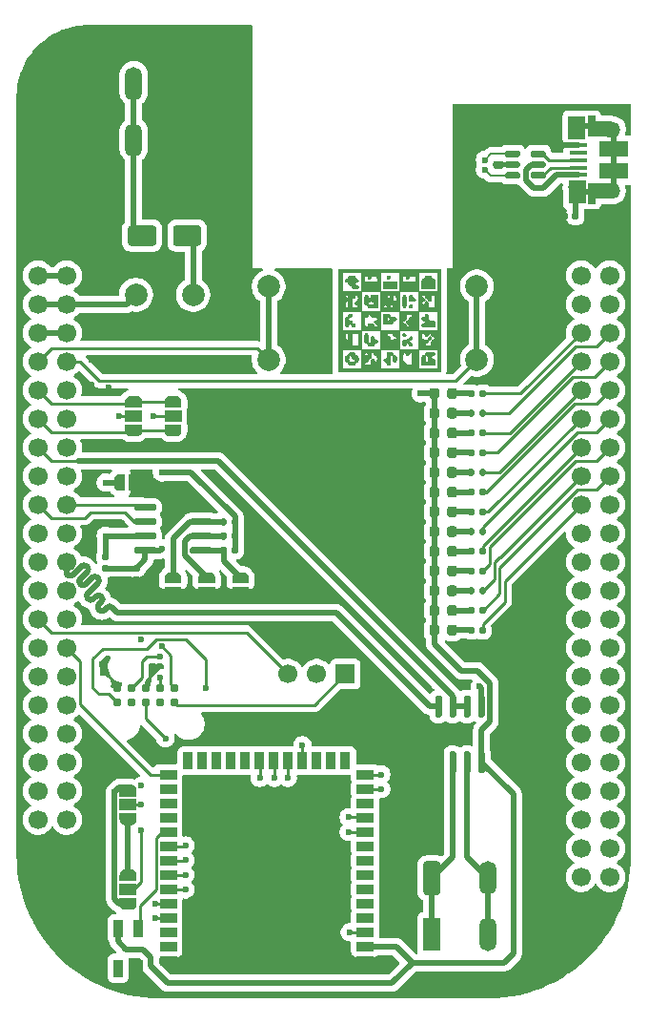
<source format=gtl>
G04 #@! TF.GenerationSoftware,KiCad,Pcbnew,9.0.1+1*
G04 #@! TF.CreationDate,2025-11-20T15:33:30+00:00*
G04 #@! TF.ProjectId,com4bbb,636f6d34-6262-4622-9e6b-696361645f70,rev?*
G04 #@! TF.SameCoordinates,Original*
G04 #@! TF.FileFunction,Copper,L1,Top*
G04 #@! TF.FilePolarity,Positive*
%FSLAX46Y46*%
G04 Gerber Fmt 4.6, Leading zero omitted, Abs format (unit mm)*
G04 Created by KiCad (PCBNEW 9.0.1+1) date 2025-11-20 15:33:30*
%MOMM*%
%LPD*%
G01*
G04 APERTURE LIST*
G04 #@! TA.AperFunction,EtchedComponent*
%ADD10C,0.010000*%
G04 #@! TD*
G04 #@! TA.AperFunction,ComponentPad*
%ADD11R,1.700000X1.700000*%
G04 #@! TD*
G04 #@! TA.AperFunction,ComponentPad*
%ADD12C,1.700000*%
G04 #@! TD*
G04 #@! TA.AperFunction,ComponentPad*
%ADD13R,1.500000X3.000000*%
G04 #@! TD*
G04 #@! TA.AperFunction,ComponentPad*
%ADD14O,1.500000X3.000000*%
G04 #@! TD*
G04 #@! TA.AperFunction,SMDPad,CuDef*
%ADD15R,1.500000X1.000000*%
G04 #@! TD*
G04 #@! TA.AperFunction,ComponentPad*
%ADD16C,2.000000*%
G04 #@! TD*
G04 #@! TA.AperFunction,SMDPad,CuDef*
%ADD17R,0.850000X1.600000*%
G04 #@! TD*
G04 #@! TA.AperFunction,SMDPad,CuDef*
%ADD18R,1.500000X0.900000*%
G04 #@! TD*
G04 #@! TA.AperFunction,SMDPad,CuDef*
%ADD19R,0.900000X1.500000*%
G04 #@! TD*
G04 #@! TA.AperFunction,SMDPad,CuDef*
%ADD20R,0.900000X0.900000*%
G04 #@! TD*
G04 #@! TA.AperFunction,ConnectorPad*
%ADD21C,0.787400*%
G04 #@! TD*
G04 #@! TA.AperFunction,SMDPad,CuDef*
%ADD22R,1.650000X0.400000*%
G04 #@! TD*
G04 #@! TA.AperFunction,SMDPad,CuDef*
%ADD23R,0.700000X1.825000*%
G04 #@! TD*
G04 #@! TA.AperFunction,SMDPad,CuDef*
%ADD24R,1.500000X2.000000*%
G04 #@! TD*
G04 #@! TA.AperFunction,SMDPad,CuDef*
%ADD25R,2.000000X1.350000*%
G04 #@! TD*
G04 #@! TA.AperFunction,HeatsinkPad*
%ADD26O,1.700000X1.350000*%
G04 #@! TD*
G04 #@! TA.AperFunction,HeatsinkPad*
%ADD27O,1.500000X1.100000*%
G04 #@! TD*
G04 #@! TA.AperFunction,SMDPad,CuDef*
%ADD28R,2.500000X1.430000*%
G04 #@! TD*
G04 #@! TA.AperFunction,ViaPad*
%ADD29C,0.600000*%
G04 #@! TD*
G04 #@! TA.AperFunction,Conductor*
%ADD30C,0.250000*%
G04 #@! TD*
G04 #@! TA.AperFunction,Conductor*
%ADD31C,0.500000*%
G04 #@! TD*
G04 #@! TA.AperFunction,Conductor*
%ADD32C,0.200000*%
G04 #@! TD*
G04 APERTURE END LIST*
D10*
X148186117Y-66052317D02*
X147054083Y-66052317D01*
X147054083Y-65486300D01*
X148186117Y-65486300D01*
X148186117Y-66052317D01*
G04 #@! TA.AperFunction,EtchedComponent*
G36*
X148186117Y-66052317D02*
G01*
X147054083Y-66052317D01*
X147054083Y-65486300D01*
X148186117Y-65486300D01*
X148186117Y-66052317D01*
G37*
G04 #@! TD.AperFunction*
X147596845Y-64970312D02*
X147620100Y-65061787D01*
X147570071Y-65180036D01*
X147478596Y-65203292D01*
X147360348Y-65153262D01*
X147337092Y-65061787D01*
X147387121Y-64943539D01*
X147478596Y-64920283D01*
X147596845Y-64970312D01*
G04 #@! TA.AperFunction,EtchedComponent*
G36*
X147596845Y-64970312D02*
G01*
X147620100Y-65061787D01*
X147570071Y-65180036D01*
X147478596Y-65203292D01*
X147360348Y-65153262D01*
X147337092Y-65061787D01*
X147387121Y-64943539D01*
X147478596Y-64920283D01*
X147596845Y-64970312D01*
G37*
G04 #@! TD.AperFunction*
X149011886Y-70064463D02*
X149035142Y-70155938D01*
X148985113Y-70274186D01*
X148893638Y-70297442D01*
X148775389Y-70247413D01*
X148752134Y-70155938D01*
X148802163Y-70037689D01*
X148893638Y-70014434D01*
X149011886Y-70064463D01*
G04 #@! TA.AperFunction,EtchedComponent*
G36*
X149011886Y-70064463D02*
G01*
X149035142Y-70155938D01*
X148985113Y-70274186D01*
X148893638Y-70297442D01*
X148775389Y-70247413D01*
X148752134Y-70155938D01*
X148802163Y-70037689D01*
X148893638Y-70014434D01*
X149011886Y-70064463D01*
G37*
G04 #@! TD.AperFunction*
X149577903Y-67517388D02*
X149601159Y-67608863D01*
X149551129Y-67727111D01*
X149459655Y-67750367D01*
X149341406Y-67700337D01*
X149318150Y-67608863D01*
X149368180Y-67490614D01*
X149459655Y-67467358D01*
X149577903Y-67517388D01*
G04 #@! TA.AperFunction,EtchedComponent*
G36*
X149577903Y-67517388D02*
G01*
X149601159Y-67608863D01*
X149551129Y-67727111D01*
X149459655Y-67750367D01*
X149341406Y-67700337D01*
X149318150Y-67608863D01*
X149368180Y-67490614D01*
X149459655Y-67467358D01*
X149577903Y-67517388D01*
G37*
G04 #@! TD.AperFunction*
X151275953Y-70347471D02*
X151299209Y-70438946D01*
X151249180Y-70557195D01*
X151157705Y-70580450D01*
X151039456Y-70530421D01*
X151016200Y-70438946D01*
X151066230Y-70320698D01*
X151157705Y-70297442D01*
X151275953Y-70347471D01*
G04 #@! TA.AperFunction,EtchedComponent*
G36*
X151275953Y-70347471D02*
G01*
X151299209Y-70438946D01*
X151249180Y-70557195D01*
X151157705Y-70580450D01*
X151039456Y-70530421D01*
X151016200Y-70438946D01*
X151066230Y-70320698D01*
X151157705Y-70297442D01*
X151275953Y-70347471D01*
G37*
G04 #@! TD.AperFunction*
X149577903Y-66668363D02*
X149601159Y-66759838D01*
X149651188Y-66878086D01*
X149742663Y-66901342D01*
X149860911Y-66951371D01*
X149884167Y-67042846D01*
X149860434Y-67135423D01*
X149764510Y-67176339D01*
X149601159Y-67184350D01*
X149420010Y-67177542D01*
X149339517Y-67129885D01*
X149318831Y-67000531D01*
X149318150Y-66901342D01*
X149330017Y-66716187D01*
X149377979Y-66634356D01*
X149459655Y-66618333D01*
X149577903Y-66668363D01*
G04 #@! TA.AperFunction,EtchedComponent*
G36*
X149577903Y-66668363D02*
G01*
X149601159Y-66759838D01*
X149651188Y-66878086D01*
X149742663Y-66901342D01*
X149860911Y-66951371D01*
X149884167Y-67042846D01*
X149860434Y-67135423D01*
X149764510Y-67176339D01*
X149601159Y-67184350D01*
X149420010Y-67177542D01*
X149339517Y-67129885D01*
X149318831Y-67000531D01*
X149318150Y-66901342D01*
X149330017Y-66716187D01*
X149377979Y-66634356D01*
X149459655Y-66618333D01*
X149577903Y-66668363D01*
G37*
G04 #@! TD.AperFunction*
X148964141Y-66630150D02*
X149006396Y-66684577D01*
X149027517Y-66810078D01*
X149034621Y-67035115D01*
X149035142Y-67184350D01*
X149032188Y-67466364D01*
X149018581Y-67635382D01*
X148987206Y-67719867D01*
X148930946Y-67748284D01*
X148893638Y-67750367D01*
X148823134Y-67738550D01*
X148780880Y-67684123D01*
X148759759Y-67558623D01*
X148752654Y-67333585D01*
X148752134Y-67184350D01*
X148755088Y-66902336D01*
X148768695Y-66733318D01*
X148800070Y-66648833D01*
X148856329Y-66620416D01*
X148893638Y-66618333D01*
X148964141Y-66630150D01*
G04 #@! TA.AperFunction,EtchedComponent*
G36*
X148964141Y-66630150D02*
G01*
X149006396Y-66684577D01*
X149027517Y-66810078D01*
X149034621Y-67035115D01*
X149035142Y-67184350D01*
X149032188Y-67466364D01*
X149018581Y-67635382D01*
X148987206Y-67719867D01*
X148930946Y-67748284D01*
X148893638Y-67750367D01*
X148823134Y-67738550D01*
X148780880Y-67684123D01*
X148759759Y-67558623D01*
X148752654Y-67333585D01*
X148752134Y-67184350D01*
X148755088Y-66902336D01*
X148768695Y-66733318D01*
X148800070Y-66648833D01*
X148856329Y-66620416D01*
X148893638Y-66618333D01*
X148964141Y-66630150D01*
G37*
G04 #@! TD.AperFunction*
X151201355Y-64932150D02*
X151283186Y-64980112D01*
X151299209Y-65061787D01*
X151349238Y-65180036D01*
X151440713Y-65203292D01*
X151519746Y-65218781D01*
X151562451Y-65286823D01*
X151579616Y-65439780D01*
X151582217Y-65627804D01*
X151582217Y-66052317D01*
X150450184Y-66052317D01*
X150450184Y-65627804D01*
X150455347Y-65390705D01*
X150478028Y-65262589D01*
X150529013Y-65211096D01*
X150591688Y-65203292D01*
X150709936Y-65153262D01*
X150733192Y-65061787D01*
X150756925Y-64969210D01*
X150852849Y-64928295D01*
X151016200Y-64920283D01*
X151201355Y-64932150D01*
G04 #@! TA.AperFunction,EtchedComponent*
G36*
X151201355Y-64932150D02*
G01*
X151283186Y-64980112D01*
X151299209Y-65061787D01*
X151349238Y-65180036D01*
X151440713Y-65203292D01*
X151519746Y-65218781D01*
X151562451Y-65286823D01*
X151579616Y-65439780D01*
X151582217Y-65627804D01*
X151582217Y-66052317D01*
X150450184Y-66052317D01*
X150450184Y-65627804D01*
X150455347Y-65390705D01*
X150478028Y-65262589D01*
X150529013Y-65211096D01*
X150591688Y-65203292D01*
X150709936Y-65153262D01*
X150733192Y-65061787D01*
X150756925Y-64969210D01*
X150852849Y-64928295D01*
X151016200Y-64920283D01*
X151201355Y-64932150D01*
G37*
G04 #@! TD.AperFunction*
X147522246Y-68328250D02*
X147604077Y-68376212D01*
X147620100Y-68457888D01*
X147643833Y-68550465D01*
X147739757Y-68591380D01*
X147903109Y-68599392D01*
X148088263Y-68611258D01*
X148170094Y-68659220D01*
X148186117Y-68740896D01*
X148136088Y-68859145D01*
X148044613Y-68882400D01*
X147926364Y-68932429D01*
X147903109Y-69023904D01*
X147887619Y-69102937D01*
X147819577Y-69145643D01*
X147666620Y-69162807D01*
X147478596Y-69165409D01*
X147054083Y-69165409D01*
X147054083Y-68740896D01*
X147337092Y-68740896D01*
X147387121Y-68859145D01*
X147478596Y-68882400D01*
X147596845Y-68832371D01*
X147620100Y-68740896D01*
X147570071Y-68622648D01*
X147478596Y-68599392D01*
X147360348Y-68649421D01*
X147337092Y-68740896D01*
X147054083Y-68740896D01*
X147054083Y-68316383D01*
X147337092Y-68316383D01*
X147522246Y-68328250D01*
G04 #@! TA.AperFunction,EtchedComponent*
G36*
X147522246Y-68328250D02*
G01*
X147604077Y-68376212D01*
X147620100Y-68457888D01*
X147643833Y-68550465D01*
X147739757Y-68591380D01*
X147903109Y-68599392D01*
X148088263Y-68611258D01*
X148170094Y-68659220D01*
X148186117Y-68740896D01*
X148136088Y-68859145D01*
X148044613Y-68882400D01*
X147926364Y-68932429D01*
X147903109Y-69023904D01*
X147887619Y-69102937D01*
X147819577Y-69145643D01*
X147666620Y-69162807D01*
X147478596Y-69165409D01*
X147054083Y-69165409D01*
X147054083Y-68740896D01*
X147337092Y-68740896D01*
X147387121Y-68859145D01*
X147478596Y-68882400D01*
X147596845Y-68832371D01*
X147620100Y-68740896D01*
X147570071Y-68622648D01*
X147478596Y-68599392D01*
X147360348Y-68649421D01*
X147337092Y-68740896D01*
X147054083Y-68740896D01*
X147054083Y-68316383D01*
X147337092Y-68316383D01*
X147522246Y-68328250D01*
G37*
G04 #@! TD.AperFunction*
X149577903Y-70347471D02*
X149601159Y-70438946D01*
X149551129Y-70557195D01*
X149459655Y-70580450D01*
X149341406Y-70630480D01*
X149318150Y-70721955D01*
X149368180Y-70840203D01*
X149459655Y-70863459D01*
X149577903Y-70913488D01*
X149601159Y-71004963D01*
X149551129Y-71123211D01*
X149459655Y-71146467D01*
X149341406Y-71096438D01*
X149318150Y-71004963D01*
X149268121Y-70886714D01*
X149176646Y-70863459D01*
X149058398Y-70913488D01*
X149035142Y-71004963D01*
X148985113Y-71123211D01*
X148893638Y-71146467D01*
X148801061Y-71122734D01*
X148760145Y-71026810D01*
X148752134Y-70863459D01*
X148758942Y-70682310D01*
X148806599Y-70601817D01*
X148935953Y-70581131D01*
X149035142Y-70580450D01*
X149220296Y-70568584D01*
X149302127Y-70520622D01*
X149318150Y-70438946D01*
X149368180Y-70320698D01*
X149459655Y-70297442D01*
X149577903Y-70347471D01*
G04 #@! TA.AperFunction,EtchedComponent*
G36*
X149577903Y-70347471D02*
G01*
X149601159Y-70438946D01*
X149551129Y-70557195D01*
X149459655Y-70580450D01*
X149341406Y-70630480D01*
X149318150Y-70721955D01*
X149368180Y-70840203D01*
X149459655Y-70863459D01*
X149577903Y-70913488D01*
X149601159Y-71004963D01*
X149551129Y-71123211D01*
X149459655Y-71146467D01*
X149341406Y-71096438D01*
X149318150Y-71004963D01*
X149268121Y-70886714D01*
X149176646Y-70863459D01*
X149058398Y-70913488D01*
X149035142Y-71004963D01*
X148985113Y-71123211D01*
X148893638Y-71146467D01*
X148801061Y-71122734D01*
X148760145Y-71026810D01*
X148752134Y-70863459D01*
X148758942Y-70682310D01*
X148806599Y-70601817D01*
X148935953Y-70581131D01*
X149035142Y-70580450D01*
X149220296Y-70568584D01*
X149302127Y-70520622D01*
X149318150Y-70438946D01*
X149368180Y-70320698D01*
X149459655Y-70297442D01*
X149577903Y-70347471D01*
G37*
G04 #@! TD.AperFunction*
X150967273Y-68340116D02*
X151008189Y-68436040D01*
X151016200Y-68599392D01*
X151023009Y-68780540D01*
X151070665Y-68861033D01*
X151200020Y-68881720D01*
X151299209Y-68882400D01*
X151480357Y-68889208D01*
X151560850Y-68936865D01*
X151581537Y-69066220D01*
X151582217Y-69165409D01*
X151582217Y-69448417D01*
X151016200Y-69448417D01*
X150734187Y-69445463D01*
X150565169Y-69431856D01*
X150480683Y-69400481D01*
X150452267Y-69344221D01*
X150450184Y-69306913D01*
X150500213Y-69188664D01*
X150591688Y-69165409D01*
X150709936Y-69115379D01*
X150733192Y-69023904D01*
X150683163Y-68905656D01*
X150591688Y-68882400D01*
X150473439Y-68832371D01*
X150450184Y-68740896D01*
X150500213Y-68622648D01*
X150591688Y-68599392D01*
X150709936Y-68549363D01*
X150733192Y-68457888D01*
X150783221Y-68339639D01*
X150874696Y-68316383D01*
X150967273Y-68340116D01*
G04 #@! TA.AperFunction,EtchedComponent*
G36*
X150967273Y-68340116D02*
G01*
X151008189Y-68436040D01*
X151016200Y-68599392D01*
X151023009Y-68780540D01*
X151070665Y-68861033D01*
X151200020Y-68881720D01*
X151299209Y-68882400D01*
X151480357Y-68889208D01*
X151560850Y-68936865D01*
X151581537Y-69066220D01*
X151582217Y-69165409D01*
X151582217Y-69448417D01*
X151016200Y-69448417D01*
X150734187Y-69445463D01*
X150565169Y-69431856D01*
X150480683Y-69400481D01*
X150452267Y-69344221D01*
X150450184Y-69306913D01*
X150500213Y-69188664D01*
X150591688Y-69165409D01*
X150709936Y-69115379D01*
X150733192Y-69023904D01*
X150683163Y-68905656D01*
X150591688Y-68882400D01*
X150473439Y-68832371D01*
X150450184Y-68740896D01*
X150500213Y-68622648D01*
X150591688Y-68599392D01*
X150709936Y-68549363D01*
X150733192Y-68457888D01*
X150783221Y-68339639D01*
X150874696Y-68316383D01*
X150967273Y-68340116D01*
G37*
G04 #@! TD.AperFunction*
X144200744Y-68366413D02*
X144224000Y-68457888D01*
X144173971Y-68576136D01*
X144082496Y-68599392D01*
X143964247Y-68649421D01*
X143940992Y-68740896D01*
X143991021Y-68859145D01*
X144082496Y-68882400D01*
X144200744Y-68932429D01*
X144224000Y-69023904D01*
X144274029Y-69142153D01*
X144365504Y-69165409D01*
X144483753Y-69215438D01*
X144507008Y-69306913D01*
X144456979Y-69425161D01*
X144365504Y-69448417D01*
X144247256Y-69398388D01*
X144224000Y-69306913D01*
X144173971Y-69188664D01*
X144082496Y-69165409D01*
X143964247Y-69215438D01*
X143940992Y-69306913D01*
X143890962Y-69425161D01*
X143799487Y-69448417D01*
X143720454Y-69432927D01*
X143677749Y-69364885D01*
X143660585Y-69211929D01*
X143657983Y-69023904D01*
X143663146Y-68786806D01*
X143685827Y-68658690D01*
X143736813Y-68607196D01*
X143799487Y-68599392D01*
X143917736Y-68549363D01*
X143940992Y-68457888D01*
X143991021Y-68339639D01*
X144082496Y-68316383D01*
X144200744Y-68366413D01*
G04 #@! TA.AperFunction,EtchedComponent*
G36*
X144200744Y-68366413D02*
G01*
X144224000Y-68457888D01*
X144173971Y-68576136D01*
X144082496Y-68599392D01*
X143964247Y-68649421D01*
X143940992Y-68740896D01*
X143991021Y-68859145D01*
X144082496Y-68882400D01*
X144200744Y-68932429D01*
X144224000Y-69023904D01*
X144274029Y-69142153D01*
X144365504Y-69165409D01*
X144483753Y-69215438D01*
X144507008Y-69306913D01*
X144456979Y-69425161D01*
X144365504Y-69448417D01*
X144247256Y-69398388D01*
X144224000Y-69306913D01*
X144173971Y-69188664D01*
X144082496Y-69165409D01*
X143964247Y-69215438D01*
X143940992Y-69306913D01*
X143890962Y-69425161D01*
X143799487Y-69448417D01*
X143720454Y-69432927D01*
X143677749Y-69364885D01*
X143660585Y-69211929D01*
X143657983Y-69023904D01*
X143663146Y-68786806D01*
X143685827Y-68658690D01*
X143736813Y-68607196D01*
X143799487Y-68599392D01*
X143917736Y-68549363D01*
X143940992Y-68457888D01*
X143991021Y-68339639D01*
X144082496Y-68316383D01*
X144200744Y-68366413D01*
G37*
G04 #@! TD.AperFunction*
X144409154Y-64932150D02*
X144490985Y-64980112D01*
X144507008Y-65061787D01*
X144557038Y-65180036D01*
X144648512Y-65203292D01*
X144766761Y-65253321D01*
X144790017Y-65344796D01*
X144739987Y-65463044D01*
X144648512Y-65486300D01*
X144530264Y-65536329D01*
X144507008Y-65627804D01*
X144557038Y-65746053D01*
X144648512Y-65769308D01*
X144766761Y-65819338D01*
X144790017Y-65910812D01*
X144766284Y-66003390D01*
X144670360Y-66044305D01*
X144507008Y-66052317D01*
X144321854Y-66040450D01*
X144240023Y-65992488D01*
X144224000Y-65910812D01*
X144173971Y-65792564D01*
X144082496Y-65769308D01*
X143964247Y-65719279D01*
X143940992Y-65627804D01*
X143890962Y-65509556D01*
X143799487Y-65486300D01*
X143681239Y-65436271D01*
X143657983Y-65344796D01*
X143708012Y-65226547D01*
X143799487Y-65203292D01*
X143917736Y-65153262D01*
X143940992Y-65061787D01*
X143964724Y-64969210D01*
X144060648Y-64928295D01*
X144224000Y-64920283D01*
X144409154Y-64932150D01*
G04 #@! TA.AperFunction,EtchedComponent*
G36*
X144409154Y-64932150D02*
G01*
X144490985Y-64980112D01*
X144507008Y-65061787D01*
X144557038Y-65180036D01*
X144648512Y-65203292D01*
X144766761Y-65253321D01*
X144790017Y-65344796D01*
X144739987Y-65463044D01*
X144648512Y-65486300D01*
X144530264Y-65536329D01*
X144507008Y-65627804D01*
X144557038Y-65746053D01*
X144648512Y-65769308D01*
X144766761Y-65819338D01*
X144790017Y-65910812D01*
X144766284Y-66003390D01*
X144670360Y-66044305D01*
X144507008Y-66052317D01*
X144321854Y-66040450D01*
X144240023Y-65992488D01*
X144224000Y-65910812D01*
X144173971Y-65792564D01*
X144082496Y-65769308D01*
X143964247Y-65719279D01*
X143940992Y-65627804D01*
X143890962Y-65509556D01*
X143799487Y-65486300D01*
X143681239Y-65436271D01*
X143657983Y-65344796D01*
X143708012Y-65226547D01*
X143799487Y-65203292D01*
X143917736Y-65153262D01*
X143940992Y-65061787D01*
X143964724Y-64969210D01*
X144060648Y-64928295D01*
X144224000Y-64920283D01*
X144409154Y-64932150D01*
G37*
G04 #@! TD.AperFunction*
X145576570Y-70029923D02*
X145619276Y-70097966D01*
X145636440Y-70250922D01*
X145639042Y-70438946D01*
X145644205Y-70676045D01*
X145666886Y-70804161D01*
X145717871Y-70855654D01*
X145780546Y-70863459D01*
X145873123Y-70839726D01*
X145914039Y-70743802D01*
X145922050Y-70580450D01*
X145933916Y-70395296D01*
X145981878Y-70313465D01*
X146063554Y-70297442D01*
X146181803Y-70347471D01*
X146205058Y-70438946D01*
X146255088Y-70557195D01*
X146346563Y-70580450D01*
X146464811Y-70630480D01*
X146488067Y-70721955D01*
X146438037Y-70840203D01*
X146346563Y-70863459D01*
X146228314Y-70913488D01*
X146205058Y-71004963D01*
X146181326Y-71097540D01*
X146085402Y-71138456D01*
X145922050Y-71146467D01*
X145736896Y-71134601D01*
X145655065Y-71086639D01*
X145639042Y-71004963D01*
X145589012Y-70886714D01*
X145497538Y-70863459D01*
X145418505Y-70847969D01*
X145375799Y-70779927D01*
X145358635Y-70626971D01*
X145356033Y-70438946D01*
X145361197Y-70201847D01*
X145383877Y-70073732D01*
X145434863Y-70022238D01*
X145497538Y-70014434D01*
X145576570Y-70029923D01*
G04 #@! TA.AperFunction,EtchedComponent*
G36*
X145576570Y-70029923D02*
G01*
X145619276Y-70097966D01*
X145636440Y-70250922D01*
X145639042Y-70438946D01*
X145644205Y-70676045D01*
X145666886Y-70804161D01*
X145717871Y-70855654D01*
X145780546Y-70863459D01*
X145873123Y-70839726D01*
X145914039Y-70743802D01*
X145922050Y-70580450D01*
X145933916Y-70395296D01*
X145981878Y-70313465D01*
X146063554Y-70297442D01*
X146181803Y-70347471D01*
X146205058Y-70438946D01*
X146255088Y-70557195D01*
X146346563Y-70580450D01*
X146464811Y-70630480D01*
X146488067Y-70721955D01*
X146438037Y-70840203D01*
X146346563Y-70863459D01*
X146228314Y-70913488D01*
X146205058Y-71004963D01*
X146181326Y-71097540D01*
X146085402Y-71138456D01*
X145922050Y-71146467D01*
X145736896Y-71134601D01*
X145655065Y-71086639D01*
X145639042Y-71004963D01*
X145589012Y-70886714D01*
X145497538Y-70863459D01*
X145418505Y-70847969D01*
X145375799Y-70779927D01*
X145358635Y-70626971D01*
X145356033Y-70438946D01*
X145361197Y-70201847D01*
X145383877Y-70073732D01*
X145434863Y-70022238D01*
X145497538Y-70014434D01*
X145576570Y-70029923D01*
G37*
G04 #@! TD.AperFunction*
X147805255Y-71724350D02*
X147887086Y-71772312D01*
X147903109Y-71853988D01*
X147953138Y-71972236D01*
X148044613Y-71995492D01*
X148137190Y-72019225D01*
X148178105Y-72115149D01*
X148186117Y-72278500D01*
X148174251Y-72463655D01*
X148126289Y-72545486D01*
X148044613Y-72561509D01*
X147952036Y-72537776D01*
X147911120Y-72441852D01*
X147903109Y-72278500D01*
X147891242Y-72093346D01*
X147843280Y-72011515D01*
X147761604Y-71995492D01*
X147682571Y-72010982D01*
X147639866Y-72079024D01*
X147622702Y-72231980D01*
X147620100Y-72420005D01*
X147614937Y-72657104D01*
X147592256Y-72785219D01*
X147541271Y-72836713D01*
X147478596Y-72844517D01*
X147360348Y-72794488D01*
X147337092Y-72703013D01*
X147287063Y-72584765D01*
X147195588Y-72561509D01*
X147077339Y-72511480D01*
X147054083Y-72420005D01*
X147104113Y-72301756D01*
X147195588Y-72278500D01*
X147288165Y-72254768D01*
X147329080Y-72158844D01*
X147337092Y-71995492D01*
X147343900Y-71814344D01*
X147391557Y-71733851D01*
X147520911Y-71713164D01*
X147620100Y-71712484D01*
X147805255Y-71724350D01*
G04 #@! TA.AperFunction,EtchedComponent*
G36*
X147805255Y-71724350D02*
G01*
X147887086Y-71772312D01*
X147903109Y-71853988D01*
X147953138Y-71972236D01*
X148044613Y-71995492D01*
X148137190Y-72019225D01*
X148178105Y-72115149D01*
X148186117Y-72278500D01*
X148174251Y-72463655D01*
X148126289Y-72545486D01*
X148044613Y-72561509D01*
X147952036Y-72537776D01*
X147911120Y-72441852D01*
X147903109Y-72278500D01*
X147891242Y-72093346D01*
X147843280Y-72011515D01*
X147761604Y-71995492D01*
X147682571Y-72010982D01*
X147639866Y-72079024D01*
X147622702Y-72231980D01*
X147620100Y-72420005D01*
X147614937Y-72657104D01*
X147592256Y-72785219D01*
X147541271Y-72836713D01*
X147478596Y-72844517D01*
X147360348Y-72794488D01*
X147337092Y-72703013D01*
X147287063Y-72584765D01*
X147195588Y-72561509D01*
X147077339Y-72511480D01*
X147054083Y-72420005D01*
X147104113Y-72301756D01*
X147195588Y-72278500D01*
X147288165Y-72254768D01*
X147329080Y-72158844D01*
X147337092Y-71995492D01*
X147343900Y-71814344D01*
X147391557Y-71733851D01*
X147520911Y-71713164D01*
X147620100Y-71712484D01*
X147805255Y-71724350D01*
G37*
G04 #@! TD.AperFunction*
X146488067Y-67750367D02*
X146063554Y-67750367D01*
X145826455Y-67745204D01*
X145698340Y-67722523D01*
X145646846Y-67671537D01*
X145639042Y-67608863D01*
X145589012Y-67490614D01*
X145497538Y-67467358D01*
X145418505Y-67451869D01*
X145375799Y-67383827D01*
X145369294Y-67325854D01*
X145639042Y-67325854D01*
X145662775Y-67418431D01*
X145758698Y-67459347D01*
X145922050Y-67467358D01*
X146107204Y-67455492D01*
X146189035Y-67407530D01*
X146205058Y-67325854D01*
X146181326Y-67233277D01*
X146085402Y-67192362D01*
X145922050Y-67184350D01*
X145736896Y-67196216D01*
X145655065Y-67244178D01*
X145639042Y-67325854D01*
X145369294Y-67325854D01*
X145358635Y-67230870D01*
X145356033Y-67042846D01*
X145361197Y-66805747D01*
X145383877Y-66677631D01*
X145434863Y-66626138D01*
X145497538Y-66618333D01*
X145615786Y-66668363D01*
X145639042Y-66759838D01*
X145689071Y-66878086D01*
X145780546Y-66901342D01*
X145898794Y-66851312D01*
X145922050Y-66759838D01*
X145945783Y-66667260D01*
X146041707Y-66626345D01*
X146205058Y-66618333D01*
X146488067Y-66618333D01*
X146488067Y-67750367D01*
G04 #@! TA.AperFunction,EtchedComponent*
G36*
X146488067Y-67750367D02*
G01*
X146063554Y-67750367D01*
X145826455Y-67745204D01*
X145698340Y-67722523D01*
X145646846Y-67671537D01*
X145639042Y-67608863D01*
X145589012Y-67490614D01*
X145497538Y-67467358D01*
X145418505Y-67451869D01*
X145375799Y-67383827D01*
X145369294Y-67325854D01*
X145639042Y-67325854D01*
X145662775Y-67418431D01*
X145758698Y-67459347D01*
X145922050Y-67467358D01*
X146107204Y-67455492D01*
X146189035Y-67407530D01*
X146205058Y-67325854D01*
X146181326Y-67233277D01*
X146085402Y-67192362D01*
X145922050Y-67184350D01*
X145736896Y-67196216D01*
X145655065Y-67244178D01*
X145639042Y-67325854D01*
X145369294Y-67325854D01*
X145358635Y-67230870D01*
X145356033Y-67042846D01*
X145361197Y-66805747D01*
X145383877Y-66677631D01*
X145434863Y-66626138D01*
X145497538Y-66618333D01*
X145615786Y-66668363D01*
X145639042Y-66759838D01*
X145689071Y-66878086D01*
X145780546Y-66901342D01*
X145898794Y-66851312D01*
X145922050Y-66759838D01*
X145945783Y-66667260D01*
X146041707Y-66626345D01*
X146205058Y-66618333D01*
X146488067Y-66618333D01*
X146488067Y-67750367D01*
G37*
G04 #@! TD.AperFunction*
X151394804Y-71717647D02*
X151522919Y-71740328D01*
X151574413Y-71791313D01*
X151582217Y-71853988D01*
X151532188Y-71972236D01*
X151440713Y-71995492D01*
X151322465Y-72045521D01*
X151299209Y-72136996D01*
X151349238Y-72255245D01*
X151440713Y-72278500D01*
X151533290Y-72302233D01*
X151574206Y-72398157D01*
X151582217Y-72561509D01*
X151582217Y-72844517D01*
X150450184Y-72844517D01*
X150450184Y-72420005D01*
X150453265Y-72278500D01*
X150733192Y-72278500D01*
X150745059Y-72463655D01*
X150793020Y-72545486D01*
X150874696Y-72561509D01*
X150967273Y-72537776D01*
X151008189Y-72441852D01*
X151016200Y-72278500D01*
X151004334Y-72093346D01*
X150956372Y-72011515D01*
X150874696Y-71995492D01*
X150782119Y-72019225D01*
X150741204Y-72115149D01*
X150733192Y-72278500D01*
X150453265Y-72278500D01*
X150455347Y-72182906D01*
X150478028Y-72054790D01*
X150529013Y-72003296D01*
X150591688Y-71995492D01*
X150709936Y-71945463D01*
X150733192Y-71853988D01*
X150748682Y-71774955D01*
X150816724Y-71732250D01*
X150969680Y-71715085D01*
X151157705Y-71712484D01*
X151394804Y-71717647D01*
G04 #@! TA.AperFunction,EtchedComponent*
G36*
X151394804Y-71717647D02*
G01*
X151522919Y-71740328D01*
X151574413Y-71791313D01*
X151582217Y-71853988D01*
X151532188Y-71972236D01*
X151440713Y-71995492D01*
X151322465Y-72045521D01*
X151299209Y-72136996D01*
X151349238Y-72255245D01*
X151440713Y-72278500D01*
X151533290Y-72302233D01*
X151574206Y-72398157D01*
X151582217Y-72561509D01*
X151582217Y-72844517D01*
X150450184Y-72844517D01*
X150450184Y-72420005D01*
X150453265Y-72278500D01*
X150733192Y-72278500D01*
X150745059Y-72463655D01*
X150793020Y-72545486D01*
X150874696Y-72561509D01*
X150967273Y-72537776D01*
X151008189Y-72441852D01*
X151016200Y-72278500D01*
X151004334Y-72093346D01*
X150956372Y-72011515D01*
X150874696Y-71995492D01*
X150782119Y-72019225D01*
X150741204Y-72115149D01*
X150733192Y-72278500D01*
X150453265Y-72278500D01*
X150455347Y-72182906D01*
X150478028Y-72054790D01*
X150529013Y-72003296D01*
X150591688Y-71995492D01*
X150709936Y-71945463D01*
X150733192Y-71853988D01*
X150748682Y-71774955D01*
X150816724Y-71732250D01*
X150969680Y-71715085D01*
X151157705Y-71712484D01*
X151394804Y-71717647D01*
G37*
G04 #@! TD.AperFunction*
X144409154Y-71724350D02*
X144490985Y-71772312D01*
X144507008Y-71853988D01*
X144557038Y-71972236D01*
X144648512Y-71995492D01*
X144741090Y-72019225D01*
X144782005Y-72115149D01*
X144790017Y-72278500D01*
X144778150Y-72463655D01*
X144730188Y-72545486D01*
X144648512Y-72561509D01*
X144530264Y-72611538D01*
X144507008Y-72703013D01*
X144483275Y-72795590D01*
X144387352Y-72836506D01*
X144224000Y-72844517D01*
X144038846Y-72832651D01*
X143957015Y-72784689D01*
X143940992Y-72703013D01*
X143890962Y-72584765D01*
X143799487Y-72561509D01*
X143706910Y-72537776D01*
X143665995Y-72441852D01*
X143657983Y-72278500D01*
X143940992Y-72278500D01*
X143947800Y-72459649D01*
X143995457Y-72540142D01*
X144124811Y-72560828D01*
X144224000Y-72561509D01*
X144409154Y-72549642D01*
X144490985Y-72501681D01*
X144507008Y-72420005D01*
X144456979Y-72301756D01*
X144365504Y-72278500D01*
X144247256Y-72228471D01*
X144224000Y-72136996D01*
X144173971Y-72018748D01*
X144082496Y-71995492D01*
X143989919Y-72019225D01*
X143949003Y-72115149D01*
X143940992Y-72278500D01*
X143657983Y-72278500D01*
X143669850Y-72093346D01*
X143717812Y-72011515D01*
X143799487Y-71995492D01*
X143917736Y-71945463D01*
X143940992Y-71853988D01*
X143964724Y-71761411D01*
X144060648Y-71720495D01*
X144224000Y-71712484D01*
X144409154Y-71724350D01*
G04 #@! TA.AperFunction,EtchedComponent*
G36*
X144409154Y-71724350D02*
G01*
X144490985Y-71772312D01*
X144507008Y-71853988D01*
X144557038Y-71972236D01*
X144648512Y-71995492D01*
X144741090Y-72019225D01*
X144782005Y-72115149D01*
X144790017Y-72278500D01*
X144778150Y-72463655D01*
X144730188Y-72545486D01*
X144648512Y-72561509D01*
X144530264Y-72611538D01*
X144507008Y-72703013D01*
X144483275Y-72795590D01*
X144387352Y-72836506D01*
X144224000Y-72844517D01*
X144038846Y-72832651D01*
X143957015Y-72784689D01*
X143940992Y-72703013D01*
X143890962Y-72584765D01*
X143799487Y-72561509D01*
X143706910Y-72537776D01*
X143665995Y-72441852D01*
X143657983Y-72278500D01*
X143940992Y-72278500D01*
X143947800Y-72459649D01*
X143995457Y-72540142D01*
X144124811Y-72560828D01*
X144224000Y-72561509D01*
X144409154Y-72549642D01*
X144490985Y-72501681D01*
X144507008Y-72420005D01*
X144456979Y-72301756D01*
X144365504Y-72278500D01*
X144247256Y-72228471D01*
X144224000Y-72136996D01*
X144173971Y-72018748D01*
X144082496Y-71995492D01*
X143989919Y-72019225D01*
X143949003Y-72115149D01*
X143940992Y-72278500D01*
X143657983Y-72278500D01*
X143669850Y-72093346D01*
X143717812Y-72011515D01*
X143799487Y-71995492D01*
X143917736Y-71945463D01*
X143940992Y-71853988D01*
X143964724Y-71761411D01*
X144060648Y-71720495D01*
X144224000Y-71712484D01*
X144409154Y-71724350D01*
G37*
G04 #@! TD.AperFunction*
X146771075Y-69731425D02*
X148469125Y-69731425D01*
X148469125Y-69023904D01*
X148752134Y-69023904D01*
X148802163Y-69142153D01*
X148893638Y-69165409D01*
X149011886Y-69215438D01*
X149035142Y-69306913D01*
X149085171Y-69425161D01*
X149176646Y-69448417D01*
X149294895Y-69398388D01*
X149318150Y-69306913D01*
X149268121Y-69188664D01*
X149176646Y-69165409D01*
X149058398Y-69115379D01*
X149035142Y-69023904D01*
X149085171Y-68905656D01*
X149176646Y-68882400D01*
X149294895Y-68832371D01*
X149318150Y-68740896D01*
X149368180Y-68622648D01*
X149459655Y-68599392D01*
X149577903Y-68549363D01*
X149601159Y-68457888D01*
X149577426Y-68365311D01*
X149481502Y-68324395D01*
X149318150Y-68316383D01*
X149137002Y-68323192D01*
X149056509Y-68370848D01*
X149035823Y-68500203D01*
X149035142Y-68599392D01*
X149023276Y-68784546D01*
X148975314Y-68866377D01*
X148893638Y-68882400D01*
X148775389Y-68932429D01*
X148752134Y-69023904D01*
X148469125Y-69023904D01*
X148469125Y-68033375D01*
X150167175Y-68033375D01*
X150167175Y-69731425D01*
X148469125Y-69731425D01*
X148469125Y-71429475D01*
X146771075Y-71429475D01*
X146771075Y-70155938D01*
X147337092Y-70155938D01*
X147387121Y-70274186D01*
X147478596Y-70297442D01*
X147596845Y-70347471D01*
X147620100Y-70438946D01*
X147643833Y-70531523D01*
X147739757Y-70572439D01*
X147903109Y-70580450D01*
X148088263Y-70568584D01*
X148170094Y-70520622D01*
X148186117Y-70438946D01*
X148136088Y-70320698D01*
X148044613Y-70297442D01*
X147926364Y-70247413D01*
X147903109Y-70155938D01*
X147879376Y-70063361D01*
X147783452Y-70022445D01*
X147620100Y-70014434D01*
X147434946Y-70026300D01*
X147353115Y-70074262D01*
X147337092Y-70155938D01*
X146771075Y-70155938D01*
X146771075Y-69731425D01*
X145073025Y-69731425D01*
X145073025Y-69023904D01*
X145356033Y-69023904D01*
X145361197Y-69261003D01*
X145383877Y-69389119D01*
X145434863Y-69440613D01*
X145497538Y-69448417D01*
X145615786Y-69398388D01*
X145639042Y-69306913D01*
X145662775Y-69214336D01*
X145758698Y-69173420D01*
X145922050Y-69165409D01*
X146107204Y-69177275D01*
X146189035Y-69225237D01*
X146205058Y-69306913D01*
X146255088Y-69425161D01*
X146346563Y-69448417D01*
X146464811Y-69398388D01*
X146488067Y-69306913D01*
X146438037Y-69188664D01*
X146346563Y-69165409D01*
X146228314Y-69115379D01*
X146205058Y-69023904D01*
X146255088Y-68905656D01*
X146346563Y-68882400D01*
X146464811Y-68832371D01*
X146488067Y-68740896D01*
X146464334Y-68648319D01*
X146368410Y-68607403D01*
X146205058Y-68599392D01*
X146019904Y-68587525D01*
X145938073Y-68539564D01*
X145922050Y-68457888D01*
X145872021Y-68339639D01*
X145780546Y-68316383D01*
X145662297Y-68366413D01*
X145639042Y-68457888D01*
X145589012Y-68576136D01*
X145497538Y-68599392D01*
X145418505Y-68614881D01*
X145375799Y-68682924D01*
X145358635Y-68835880D01*
X145356033Y-69023904D01*
X145073025Y-69023904D01*
X145073025Y-68033375D01*
X146771075Y-68033375D01*
X146771075Y-69731425D01*
G04 #@! TA.AperFunction,EtchedComponent*
G36*
X146771075Y-69731425D02*
G01*
X148469125Y-69731425D01*
X148469125Y-69023904D01*
X148752134Y-69023904D01*
X148802163Y-69142153D01*
X148893638Y-69165409D01*
X149011886Y-69215438D01*
X149035142Y-69306913D01*
X149085171Y-69425161D01*
X149176646Y-69448417D01*
X149294895Y-69398388D01*
X149318150Y-69306913D01*
X149268121Y-69188664D01*
X149176646Y-69165409D01*
X149058398Y-69115379D01*
X149035142Y-69023904D01*
X149085171Y-68905656D01*
X149176646Y-68882400D01*
X149294895Y-68832371D01*
X149318150Y-68740896D01*
X149368180Y-68622648D01*
X149459655Y-68599392D01*
X149577903Y-68549363D01*
X149601159Y-68457888D01*
X149577426Y-68365311D01*
X149481502Y-68324395D01*
X149318150Y-68316383D01*
X149137002Y-68323192D01*
X149056509Y-68370848D01*
X149035823Y-68500203D01*
X149035142Y-68599392D01*
X149023276Y-68784546D01*
X148975314Y-68866377D01*
X148893638Y-68882400D01*
X148775389Y-68932429D01*
X148752134Y-69023904D01*
X148469125Y-69023904D01*
X148469125Y-68033375D01*
X150167175Y-68033375D01*
X150167175Y-69731425D01*
X148469125Y-69731425D01*
X148469125Y-71429475D01*
X146771075Y-71429475D01*
X146771075Y-70155938D01*
X147337092Y-70155938D01*
X147387121Y-70274186D01*
X147478596Y-70297442D01*
X147596845Y-70347471D01*
X147620100Y-70438946D01*
X147643833Y-70531523D01*
X147739757Y-70572439D01*
X147903109Y-70580450D01*
X148088263Y-70568584D01*
X148170094Y-70520622D01*
X148186117Y-70438946D01*
X148136088Y-70320698D01*
X148044613Y-70297442D01*
X147926364Y-70247413D01*
X147903109Y-70155938D01*
X147879376Y-70063361D01*
X147783452Y-70022445D01*
X147620100Y-70014434D01*
X147434946Y-70026300D01*
X147353115Y-70074262D01*
X147337092Y-70155938D01*
X146771075Y-70155938D01*
X146771075Y-69731425D01*
X145073025Y-69731425D01*
X145073025Y-69023904D01*
X145356033Y-69023904D01*
X145361197Y-69261003D01*
X145383877Y-69389119D01*
X145434863Y-69440613D01*
X145497538Y-69448417D01*
X145615786Y-69398388D01*
X145639042Y-69306913D01*
X145662775Y-69214336D01*
X145758698Y-69173420D01*
X145922050Y-69165409D01*
X146107204Y-69177275D01*
X146189035Y-69225237D01*
X146205058Y-69306913D01*
X146255088Y-69425161D01*
X146346563Y-69448417D01*
X146464811Y-69398388D01*
X146488067Y-69306913D01*
X146438037Y-69188664D01*
X146346563Y-69165409D01*
X146228314Y-69115379D01*
X146205058Y-69023904D01*
X146255088Y-68905656D01*
X146346563Y-68882400D01*
X146464811Y-68832371D01*
X146488067Y-68740896D01*
X146464334Y-68648319D01*
X146368410Y-68607403D01*
X146205058Y-68599392D01*
X146019904Y-68587525D01*
X145938073Y-68539564D01*
X145922050Y-68457888D01*
X145872021Y-68339639D01*
X145780546Y-68316383D01*
X145662297Y-68366413D01*
X145639042Y-68457888D01*
X145589012Y-68576136D01*
X145497538Y-68599392D01*
X145418505Y-68614881D01*
X145375799Y-68682924D01*
X145358635Y-68835880D01*
X145356033Y-69023904D01*
X145073025Y-69023904D01*
X145073025Y-68033375D01*
X146771075Y-68033375D01*
X146771075Y-69731425D01*
G37*
G04 #@! TD.AperFunction*
X148469125Y-68033375D02*
X146771075Y-68033375D01*
X146771075Y-67608863D01*
X147054083Y-67608863D01*
X147104113Y-67727111D01*
X147195588Y-67750367D01*
X147313836Y-67700337D01*
X147337092Y-67608863D01*
X147620100Y-67608863D01*
X147670129Y-67727111D01*
X147761604Y-67750367D01*
X147879853Y-67700337D01*
X147903109Y-67608863D01*
X147853079Y-67490614D01*
X147761604Y-67467358D01*
X147643356Y-67517388D01*
X147620100Y-67608863D01*
X147337092Y-67608863D01*
X147287063Y-67490614D01*
X147195588Y-67467358D01*
X147077339Y-67517388D01*
X147054083Y-67608863D01*
X146771075Y-67608863D01*
X146771075Y-66759838D01*
X147337092Y-66759838D01*
X147387121Y-66878086D01*
X147478596Y-66901342D01*
X147903109Y-66901342D01*
X147914975Y-67086496D01*
X147962937Y-67168327D01*
X148044613Y-67184350D01*
X148137190Y-67160617D01*
X148178105Y-67064693D01*
X148186117Y-66901342D01*
X148174251Y-66716187D01*
X148126289Y-66634356D01*
X148044613Y-66618333D01*
X147952036Y-66642066D01*
X147911120Y-66737990D01*
X147903109Y-66901342D01*
X147478596Y-66901342D01*
X147596845Y-66851312D01*
X147620100Y-66759838D01*
X147570071Y-66641589D01*
X147478596Y-66618333D01*
X147360348Y-66668363D01*
X147337092Y-66759838D01*
X146771075Y-66759838D01*
X146771075Y-66335325D01*
X148469125Y-66335325D01*
X148469125Y-68033375D01*
G04 #@! TA.AperFunction,EtchedComponent*
G36*
X148469125Y-68033375D02*
G01*
X146771075Y-68033375D01*
X146771075Y-67608863D01*
X147054083Y-67608863D01*
X147104113Y-67727111D01*
X147195588Y-67750367D01*
X147313836Y-67700337D01*
X147337092Y-67608863D01*
X147620100Y-67608863D01*
X147670129Y-67727111D01*
X147761604Y-67750367D01*
X147879853Y-67700337D01*
X147903109Y-67608863D01*
X147853079Y-67490614D01*
X147761604Y-67467358D01*
X147643356Y-67517388D01*
X147620100Y-67608863D01*
X147337092Y-67608863D01*
X147287063Y-67490614D01*
X147195588Y-67467358D01*
X147077339Y-67517388D01*
X147054083Y-67608863D01*
X146771075Y-67608863D01*
X146771075Y-66759838D01*
X147337092Y-66759838D01*
X147387121Y-66878086D01*
X147478596Y-66901342D01*
X147903109Y-66901342D01*
X147914975Y-67086496D01*
X147962937Y-67168327D01*
X148044613Y-67184350D01*
X148137190Y-67160617D01*
X148178105Y-67064693D01*
X148186117Y-66901342D01*
X148174251Y-66716187D01*
X148126289Y-66634356D01*
X148044613Y-66618333D01*
X147952036Y-66642066D01*
X147911120Y-66737990D01*
X147903109Y-66901342D01*
X147478596Y-66901342D01*
X147596845Y-66851312D01*
X147620100Y-66759838D01*
X147570071Y-66641589D01*
X147478596Y-66618333D01*
X147360348Y-66668363D01*
X147337092Y-66759838D01*
X146771075Y-66759838D01*
X146771075Y-66335325D01*
X148469125Y-66335325D01*
X148469125Y-68033375D01*
G37*
G04 #@! TD.AperFunction*
X152148234Y-73410534D02*
X143091967Y-73410534D01*
X143091967Y-71429475D01*
X143091967Y-71146467D01*
X144224000Y-71146467D01*
X144790017Y-71146467D01*
X144790017Y-70014434D01*
X144224000Y-70014434D01*
X144224000Y-71146467D01*
X143091967Y-71146467D01*
X143091967Y-70297442D01*
X143657983Y-70297442D01*
X143669850Y-70482596D01*
X143717812Y-70564427D01*
X143799487Y-70580450D01*
X143892065Y-70556718D01*
X143932980Y-70460794D01*
X143940992Y-70297442D01*
X143929125Y-70112288D01*
X143881163Y-70030457D01*
X143799487Y-70014434D01*
X143706910Y-70038166D01*
X143665995Y-70134090D01*
X143657983Y-70297442D01*
X143091967Y-70297442D01*
X143091967Y-69731425D01*
X143374975Y-69731425D01*
X145073025Y-69731425D01*
X145073025Y-71429475D01*
X143374975Y-71429475D01*
X143374975Y-73127526D01*
X145073025Y-73127526D01*
X145073025Y-72703013D01*
X145356033Y-72703013D01*
X145379766Y-72795590D01*
X145475690Y-72836506D01*
X145639042Y-72844517D01*
X145820190Y-72837709D01*
X145900683Y-72790052D01*
X145921370Y-72660698D01*
X145922050Y-72561509D01*
X145933916Y-72376355D01*
X145981878Y-72294523D01*
X146063554Y-72278500D01*
X146181803Y-72328530D01*
X146205058Y-72420005D01*
X146255088Y-72538253D01*
X146346563Y-72561509D01*
X146439140Y-72537776D01*
X146480055Y-72441852D01*
X146488067Y-72278500D01*
X146476200Y-72093346D01*
X146428238Y-72011515D01*
X146346563Y-71995492D01*
X146228314Y-71945463D01*
X146205058Y-71853988D01*
X146155029Y-71735739D01*
X146063554Y-71712484D01*
X145970977Y-71736217D01*
X145930062Y-71832140D01*
X145922050Y-71995492D01*
X145910184Y-72180646D01*
X145862222Y-72262478D01*
X145780546Y-72278500D01*
X145662297Y-72328530D01*
X145639042Y-72420005D01*
X145589012Y-72538253D01*
X145497538Y-72561509D01*
X145379289Y-72611538D01*
X145356033Y-72703013D01*
X145073025Y-72703013D01*
X145073025Y-71853988D01*
X145356033Y-71853988D01*
X145406063Y-71972236D01*
X145497538Y-71995492D01*
X145615786Y-71945463D01*
X145639042Y-71853988D01*
X145589012Y-71735739D01*
X145497538Y-71712484D01*
X145379289Y-71762513D01*
X145356033Y-71853988D01*
X145073025Y-71853988D01*
X145073025Y-71429475D01*
X146771075Y-71429475D01*
X146771075Y-73127526D01*
X148469125Y-73127526D01*
X148469125Y-72136996D01*
X148752134Y-72136996D01*
X148757297Y-72374095D01*
X148779978Y-72502211D01*
X148830963Y-72553704D01*
X148893638Y-72561509D01*
X149011886Y-72611538D01*
X149035142Y-72703013D01*
X149058875Y-72795590D01*
X149154799Y-72836506D01*
X149318150Y-72844517D01*
X149601159Y-72844517D01*
X149601159Y-72278500D01*
X149598204Y-71996487D01*
X149584598Y-71827469D01*
X149553223Y-71742983D01*
X149496963Y-71714567D01*
X149459655Y-71712484D01*
X149341406Y-71762513D01*
X149318150Y-71853988D01*
X149268121Y-71972236D01*
X149176646Y-71995492D01*
X149058398Y-71945463D01*
X149035142Y-71853988D01*
X148985113Y-71735739D01*
X148893638Y-71712484D01*
X148814605Y-71727973D01*
X148771900Y-71796016D01*
X148754735Y-71948972D01*
X148752134Y-72136996D01*
X148469125Y-72136996D01*
X148469125Y-71429475D01*
X150167175Y-71429475D01*
X150167175Y-73127526D01*
X151865226Y-73127526D01*
X151865226Y-71429475D01*
X150167175Y-71429475D01*
X150167175Y-70297442D01*
X150450184Y-70297442D01*
X150456992Y-70478590D01*
X150504649Y-70559083D01*
X150634003Y-70579770D01*
X150733192Y-70580450D01*
X150918346Y-70592317D01*
X151000178Y-70640279D01*
X151016200Y-70721955D01*
X150966171Y-70840203D01*
X150874696Y-70863459D01*
X150756448Y-70913488D01*
X150733192Y-71004963D01*
X150756925Y-71097540D01*
X150852849Y-71138456D01*
X151016200Y-71146467D01*
X151197349Y-71139659D01*
X151277842Y-71092002D01*
X151298528Y-70962648D01*
X151299209Y-70863459D01*
X151311075Y-70678304D01*
X151359037Y-70596473D01*
X151440713Y-70580450D01*
X151558962Y-70530421D01*
X151582217Y-70438946D01*
X151532188Y-70320698D01*
X151440713Y-70297442D01*
X151322465Y-70247413D01*
X151299209Y-70155938D01*
X151249180Y-70037689D01*
X151157705Y-70014434D01*
X151039456Y-70064463D01*
X151016200Y-70155938D01*
X150966171Y-70274186D01*
X150874696Y-70297442D01*
X150756448Y-70247413D01*
X150733192Y-70155938D01*
X150683163Y-70037689D01*
X150591688Y-70014434D01*
X150499111Y-70038166D01*
X150458195Y-70134090D01*
X150450184Y-70297442D01*
X150167175Y-70297442D01*
X150167175Y-69731425D01*
X151865226Y-69731425D01*
X151865226Y-68033375D01*
X150167175Y-68033375D01*
X150167175Y-67325854D01*
X150450184Y-67325854D01*
X150500213Y-67444103D01*
X150591688Y-67467358D01*
X150709936Y-67417329D01*
X150733192Y-67325854D01*
X150783221Y-67207606D01*
X150874696Y-67184350D01*
X150967273Y-67208083D01*
X151008189Y-67304007D01*
X151016200Y-67467358D01*
X151023009Y-67648507D01*
X151070665Y-67729000D01*
X151200020Y-67749686D01*
X151299209Y-67750367D01*
X151582217Y-67750367D01*
X151582217Y-67184350D01*
X151579263Y-66902336D01*
X151565656Y-66733318D01*
X151534281Y-66648833D01*
X151478022Y-66620416D01*
X151440713Y-66618333D01*
X151348136Y-66642066D01*
X151307220Y-66737990D01*
X151299209Y-66901342D01*
X151287342Y-67086496D01*
X151239381Y-67168327D01*
X151157705Y-67184350D01*
X151039456Y-67134321D01*
X151016200Y-67042846D01*
X150966171Y-66924597D01*
X150874696Y-66901342D01*
X150756448Y-66851312D01*
X150733192Y-66759838D01*
X150683163Y-66641589D01*
X150591688Y-66618333D01*
X150473439Y-66668363D01*
X150450184Y-66759838D01*
X150500213Y-66878086D01*
X150591688Y-66901342D01*
X150709936Y-66951371D01*
X150733192Y-67042846D01*
X150683163Y-67161094D01*
X150591688Y-67184350D01*
X150473439Y-67234379D01*
X150450184Y-67325854D01*
X150167175Y-67325854D01*
X150167175Y-66759838D01*
X150167175Y-66335325D01*
X151865226Y-66335325D01*
X151865226Y-64637275D01*
X150167175Y-64637275D01*
X150167175Y-66335325D01*
X148469125Y-66335325D01*
X148469125Y-65486300D01*
X148752134Y-65486300D01*
X149884167Y-65486300D01*
X149884167Y-65203292D01*
X149877359Y-65022143D01*
X149829702Y-64941650D01*
X149700348Y-64920964D01*
X149601159Y-64920283D01*
X149416004Y-64932150D01*
X149334173Y-64980112D01*
X149318150Y-65061787D01*
X149268121Y-65180036D01*
X149176646Y-65203292D01*
X149058398Y-65153262D01*
X149035142Y-65061787D01*
X148985113Y-64943539D01*
X148893638Y-64920283D01*
X148801061Y-64944016D01*
X148760145Y-65039940D01*
X148752134Y-65203292D01*
X148752134Y-65486300D01*
X148469125Y-65486300D01*
X148469125Y-65203292D01*
X148469125Y-64637275D01*
X146771075Y-64637275D01*
X146771075Y-66335325D01*
X145073025Y-66335325D01*
X145073025Y-68033375D01*
X143374975Y-68033375D01*
X143374975Y-69731425D01*
X143091967Y-69731425D01*
X143091967Y-68033375D01*
X143091967Y-67467358D01*
X143657983Y-67467358D01*
X143669850Y-67652513D01*
X143717812Y-67734344D01*
X143799487Y-67750367D01*
X144224000Y-67750367D01*
X144507008Y-67750367D01*
X144692163Y-67738500D01*
X144773994Y-67690538D01*
X144790017Y-67608863D01*
X144739987Y-67490614D01*
X144648512Y-67467358D01*
X144530264Y-67417329D01*
X144507008Y-67325854D01*
X144557038Y-67207606D01*
X144648512Y-67184350D01*
X144741090Y-67160617D01*
X144782005Y-67064693D01*
X144790017Y-66901342D01*
X144778150Y-66716187D01*
X144730188Y-66634356D01*
X144648512Y-66618333D01*
X144530264Y-66668363D01*
X144507008Y-66759838D01*
X144456979Y-66878086D01*
X144365504Y-66901342D01*
X144286471Y-66916831D01*
X144243766Y-66984874D01*
X144226601Y-67137830D01*
X144224000Y-67325854D01*
X144224000Y-67750367D01*
X143799487Y-67750367D01*
X143892065Y-67726634D01*
X143932980Y-67630710D01*
X143940992Y-67467358D01*
X143931923Y-67325854D01*
X143929125Y-67282204D01*
X143881163Y-67200373D01*
X143799487Y-67184350D01*
X143706910Y-67208083D01*
X143665995Y-67304007D01*
X143657983Y-67467358D01*
X143091967Y-67467358D01*
X143091967Y-66759838D01*
X143657983Y-66759838D01*
X143708012Y-66878086D01*
X143799487Y-66901342D01*
X143917736Y-66851312D01*
X143940992Y-66759838D01*
X143890962Y-66641589D01*
X143799487Y-66618333D01*
X143681239Y-66668363D01*
X143657983Y-66759838D01*
X143091967Y-66759838D01*
X143091967Y-66335325D01*
X143374975Y-66335325D01*
X145073025Y-66335325D01*
X145073025Y-65486300D01*
X145356033Y-65486300D01*
X146488067Y-65486300D01*
X146488067Y-65203292D01*
X146481259Y-65022143D01*
X146433602Y-64941650D01*
X146304247Y-64920964D01*
X146205058Y-64920283D01*
X146019904Y-64932150D01*
X145938073Y-64980112D01*
X145922050Y-65061787D01*
X145872021Y-65180036D01*
X145780546Y-65203292D01*
X145662297Y-65153262D01*
X145639042Y-65061787D01*
X145589012Y-64943539D01*
X145497538Y-64920283D01*
X145404960Y-64944016D01*
X145364045Y-65039940D01*
X145356033Y-65203292D01*
X145356033Y-65486300D01*
X145073025Y-65486300D01*
X145073025Y-65203292D01*
X145073025Y-64637275D01*
X143374975Y-64637275D01*
X143374975Y-66335325D01*
X143091967Y-66335325D01*
X143091967Y-64637275D01*
X143091967Y-64354267D01*
X152148234Y-64354267D01*
X152148234Y-73410534D01*
G04 #@! TA.AperFunction,EtchedComponent*
G36*
X152148234Y-73410534D02*
G01*
X143091967Y-73410534D01*
X143091967Y-71429475D01*
X143091967Y-71146467D01*
X144224000Y-71146467D01*
X144790017Y-71146467D01*
X144790017Y-70014434D01*
X144224000Y-70014434D01*
X144224000Y-71146467D01*
X143091967Y-71146467D01*
X143091967Y-70297442D01*
X143657983Y-70297442D01*
X143669850Y-70482596D01*
X143717812Y-70564427D01*
X143799487Y-70580450D01*
X143892065Y-70556718D01*
X143932980Y-70460794D01*
X143940992Y-70297442D01*
X143929125Y-70112288D01*
X143881163Y-70030457D01*
X143799487Y-70014434D01*
X143706910Y-70038166D01*
X143665995Y-70134090D01*
X143657983Y-70297442D01*
X143091967Y-70297442D01*
X143091967Y-69731425D01*
X143374975Y-69731425D01*
X145073025Y-69731425D01*
X145073025Y-71429475D01*
X143374975Y-71429475D01*
X143374975Y-73127526D01*
X145073025Y-73127526D01*
X145073025Y-72703013D01*
X145356033Y-72703013D01*
X145379766Y-72795590D01*
X145475690Y-72836506D01*
X145639042Y-72844517D01*
X145820190Y-72837709D01*
X145900683Y-72790052D01*
X145921370Y-72660698D01*
X145922050Y-72561509D01*
X145933916Y-72376355D01*
X145981878Y-72294523D01*
X146063554Y-72278500D01*
X146181803Y-72328530D01*
X146205058Y-72420005D01*
X146255088Y-72538253D01*
X146346563Y-72561509D01*
X146439140Y-72537776D01*
X146480055Y-72441852D01*
X146488067Y-72278500D01*
X146476200Y-72093346D01*
X146428238Y-72011515D01*
X146346563Y-71995492D01*
X146228314Y-71945463D01*
X146205058Y-71853988D01*
X146155029Y-71735739D01*
X146063554Y-71712484D01*
X145970977Y-71736217D01*
X145930062Y-71832140D01*
X145922050Y-71995492D01*
X145910184Y-72180646D01*
X145862222Y-72262478D01*
X145780546Y-72278500D01*
X145662297Y-72328530D01*
X145639042Y-72420005D01*
X145589012Y-72538253D01*
X145497538Y-72561509D01*
X145379289Y-72611538D01*
X145356033Y-72703013D01*
X145073025Y-72703013D01*
X145073025Y-71853988D01*
X145356033Y-71853988D01*
X145406063Y-71972236D01*
X145497538Y-71995492D01*
X145615786Y-71945463D01*
X145639042Y-71853988D01*
X145589012Y-71735739D01*
X145497538Y-71712484D01*
X145379289Y-71762513D01*
X145356033Y-71853988D01*
X145073025Y-71853988D01*
X145073025Y-71429475D01*
X146771075Y-71429475D01*
X146771075Y-73127526D01*
X148469125Y-73127526D01*
X148469125Y-72136996D01*
X148752134Y-72136996D01*
X148757297Y-72374095D01*
X148779978Y-72502211D01*
X148830963Y-72553704D01*
X148893638Y-72561509D01*
X149011886Y-72611538D01*
X149035142Y-72703013D01*
X149058875Y-72795590D01*
X149154799Y-72836506D01*
X149318150Y-72844517D01*
X149601159Y-72844517D01*
X149601159Y-72278500D01*
X149598204Y-71996487D01*
X149584598Y-71827469D01*
X149553223Y-71742983D01*
X149496963Y-71714567D01*
X149459655Y-71712484D01*
X149341406Y-71762513D01*
X149318150Y-71853988D01*
X149268121Y-71972236D01*
X149176646Y-71995492D01*
X149058398Y-71945463D01*
X149035142Y-71853988D01*
X148985113Y-71735739D01*
X148893638Y-71712484D01*
X148814605Y-71727973D01*
X148771900Y-71796016D01*
X148754735Y-71948972D01*
X148752134Y-72136996D01*
X148469125Y-72136996D01*
X148469125Y-71429475D01*
X150167175Y-71429475D01*
X150167175Y-73127526D01*
X151865226Y-73127526D01*
X151865226Y-71429475D01*
X150167175Y-71429475D01*
X150167175Y-70297442D01*
X150450184Y-70297442D01*
X150456992Y-70478590D01*
X150504649Y-70559083D01*
X150634003Y-70579770D01*
X150733192Y-70580450D01*
X150918346Y-70592317D01*
X151000178Y-70640279D01*
X151016200Y-70721955D01*
X150966171Y-70840203D01*
X150874696Y-70863459D01*
X150756448Y-70913488D01*
X150733192Y-71004963D01*
X150756925Y-71097540D01*
X150852849Y-71138456D01*
X151016200Y-71146467D01*
X151197349Y-71139659D01*
X151277842Y-71092002D01*
X151298528Y-70962648D01*
X151299209Y-70863459D01*
X151311075Y-70678304D01*
X151359037Y-70596473D01*
X151440713Y-70580450D01*
X151558962Y-70530421D01*
X151582217Y-70438946D01*
X151532188Y-70320698D01*
X151440713Y-70297442D01*
X151322465Y-70247413D01*
X151299209Y-70155938D01*
X151249180Y-70037689D01*
X151157705Y-70014434D01*
X151039456Y-70064463D01*
X151016200Y-70155938D01*
X150966171Y-70274186D01*
X150874696Y-70297442D01*
X150756448Y-70247413D01*
X150733192Y-70155938D01*
X150683163Y-70037689D01*
X150591688Y-70014434D01*
X150499111Y-70038166D01*
X150458195Y-70134090D01*
X150450184Y-70297442D01*
X150167175Y-70297442D01*
X150167175Y-69731425D01*
X151865226Y-69731425D01*
X151865226Y-68033375D01*
X150167175Y-68033375D01*
X150167175Y-67325854D01*
X150450184Y-67325854D01*
X150500213Y-67444103D01*
X150591688Y-67467358D01*
X150709936Y-67417329D01*
X150733192Y-67325854D01*
X150783221Y-67207606D01*
X150874696Y-67184350D01*
X150967273Y-67208083D01*
X151008189Y-67304007D01*
X151016200Y-67467358D01*
X151023009Y-67648507D01*
X151070665Y-67729000D01*
X151200020Y-67749686D01*
X151299209Y-67750367D01*
X151582217Y-67750367D01*
X151582217Y-67184350D01*
X151579263Y-66902336D01*
X151565656Y-66733318D01*
X151534281Y-66648833D01*
X151478022Y-66620416D01*
X151440713Y-66618333D01*
X151348136Y-66642066D01*
X151307220Y-66737990D01*
X151299209Y-66901342D01*
X151287342Y-67086496D01*
X151239381Y-67168327D01*
X151157705Y-67184350D01*
X151039456Y-67134321D01*
X151016200Y-67042846D01*
X150966171Y-66924597D01*
X150874696Y-66901342D01*
X150756448Y-66851312D01*
X150733192Y-66759838D01*
X150683163Y-66641589D01*
X150591688Y-66618333D01*
X150473439Y-66668363D01*
X150450184Y-66759838D01*
X150500213Y-66878086D01*
X150591688Y-66901342D01*
X150709936Y-66951371D01*
X150733192Y-67042846D01*
X150683163Y-67161094D01*
X150591688Y-67184350D01*
X150473439Y-67234379D01*
X150450184Y-67325854D01*
X150167175Y-67325854D01*
X150167175Y-66759838D01*
X150167175Y-66335325D01*
X151865226Y-66335325D01*
X151865226Y-64637275D01*
X150167175Y-64637275D01*
X150167175Y-66335325D01*
X148469125Y-66335325D01*
X148469125Y-65486300D01*
X148752134Y-65486300D01*
X149884167Y-65486300D01*
X149884167Y-65203292D01*
X149877359Y-65022143D01*
X149829702Y-64941650D01*
X149700348Y-64920964D01*
X149601159Y-64920283D01*
X149416004Y-64932150D01*
X149334173Y-64980112D01*
X149318150Y-65061787D01*
X149268121Y-65180036D01*
X149176646Y-65203292D01*
X149058398Y-65153262D01*
X149035142Y-65061787D01*
X148985113Y-64943539D01*
X148893638Y-64920283D01*
X148801061Y-64944016D01*
X148760145Y-65039940D01*
X148752134Y-65203292D01*
X148752134Y-65486300D01*
X148469125Y-65486300D01*
X148469125Y-65203292D01*
X148469125Y-64637275D01*
X146771075Y-64637275D01*
X146771075Y-66335325D01*
X145073025Y-66335325D01*
X145073025Y-68033375D01*
X143374975Y-68033375D01*
X143374975Y-69731425D01*
X143091967Y-69731425D01*
X143091967Y-68033375D01*
X143091967Y-67467358D01*
X143657983Y-67467358D01*
X143669850Y-67652513D01*
X143717812Y-67734344D01*
X143799487Y-67750367D01*
X144224000Y-67750367D01*
X144507008Y-67750367D01*
X144692163Y-67738500D01*
X144773994Y-67690538D01*
X144790017Y-67608863D01*
X144739987Y-67490614D01*
X144648512Y-67467358D01*
X144530264Y-67417329D01*
X144507008Y-67325854D01*
X144557038Y-67207606D01*
X144648512Y-67184350D01*
X144741090Y-67160617D01*
X144782005Y-67064693D01*
X144790017Y-66901342D01*
X144778150Y-66716187D01*
X144730188Y-66634356D01*
X144648512Y-66618333D01*
X144530264Y-66668363D01*
X144507008Y-66759838D01*
X144456979Y-66878086D01*
X144365504Y-66901342D01*
X144286471Y-66916831D01*
X144243766Y-66984874D01*
X144226601Y-67137830D01*
X144224000Y-67325854D01*
X144224000Y-67750367D01*
X143799487Y-67750367D01*
X143892065Y-67726634D01*
X143932980Y-67630710D01*
X143940992Y-67467358D01*
X143931923Y-67325854D01*
X143929125Y-67282204D01*
X143881163Y-67200373D01*
X143799487Y-67184350D01*
X143706910Y-67208083D01*
X143665995Y-67304007D01*
X143657983Y-67467358D01*
X143091967Y-67467358D01*
X143091967Y-66759838D01*
X143657983Y-66759838D01*
X143708012Y-66878086D01*
X143799487Y-66901342D01*
X143917736Y-66851312D01*
X143940992Y-66759838D01*
X143890962Y-66641589D01*
X143799487Y-66618333D01*
X143681239Y-66668363D01*
X143657983Y-66759838D01*
X143091967Y-66759838D01*
X143091967Y-66335325D01*
X143374975Y-66335325D01*
X145073025Y-66335325D01*
X145073025Y-65486300D01*
X145356033Y-65486300D01*
X146488067Y-65486300D01*
X146488067Y-65203292D01*
X146481259Y-65022143D01*
X146433602Y-64941650D01*
X146304247Y-64920964D01*
X146205058Y-64920283D01*
X146019904Y-64932150D01*
X145938073Y-64980112D01*
X145922050Y-65061787D01*
X145872021Y-65180036D01*
X145780546Y-65203292D01*
X145662297Y-65153262D01*
X145639042Y-65061787D01*
X145589012Y-64943539D01*
X145497538Y-64920283D01*
X145404960Y-64944016D01*
X145364045Y-65039940D01*
X145356033Y-65203292D01*
X145356033Y-65486300D01*
X145073025Y-65486300D01*
X145073025Y-65203292D01*
X145073025Y-64637275D01*
X143374975Y-64637275D01*
X143374975Y-66335325D01*
X143091967Y-66335325D01*
X143091967Y-64637275D01*
X143091967Y-64354267D01*
X152148234Y-64354267D01*
X152148234Y-73410534D01*
G37*
G04 #@! TD.AperFunction*
D11*
X164630100Y-62382400D03*
D12*
X167170100Y-62382400D03*
X164630100Y-64922400D03*
X167170100Y-64922400D03*
X164630100Y-67462400D03*
X167170100Y-67462400D03*
X164630100Y-70002400D03*
X167170100Y-70002400D03*
X164630100Y-72542400D03*
X167170100Y-72542400D03*
X164630100Y-75082400D03*
X167170100Y-75082400D03*
X164630100Y-77622400D03*
X167170100Y-77622400D03*
X164630100Y-80162400D03*
X167170100Y-80162400D03*
X164630100Y-82702400D03*
X167170100Y-82702400D03*
X164630100Y-85242400D03*
X167170100Y-85242400D03*
X164630100Y-87782400D03*
X167170100Y-87782400D03*
X164630100Y-90322400D03*
X167170100Y-90322400D03*
X164630100Y-92862400D03*
X167170100Y-92862400D03*
X164630100Y-95402400D03*
X167170100Y-95402400D03*
X164630100Y-97942400D03*
X167170100Y-97942400D03*
X164630100Y-100482400D03*
X167170100Y-100482400D03*
X164630100Y-103022400D03*
X167170100Y-103022400D03*
X164630100Y-105562400D03*
X167170100Y-105562400D03*
X164630100Y-108102400D03*
X167170100Y-108102400D03*
X164630100Y-110642400D03*
X167170100Y-110642400D03*
X164630100Y-113182400D03*
X167170100Y-113182400D03*
X164630100Y-115722400D03*
X167170100Y-115722400D03*
X164630100Y-118262400D03*
X167170100Y-118262400D03*
D11*
X116370100Y-62382400D03*
D12*
X118910100Y-62382400D03*
X116370100Y-64922400D03*
X118910100Y-64922400D03*
X116370100Y-67462400D03*
X118910100Y-67462400D03*
X116370100Y-70002400D03*
X118910100Y-70002400D03*
X116370100Y-72542400D03*
X118910100Y-72542400D03*
X116370100Y-75082400D03*
X118910100Y-75082400D03*
X116370100Y-77622400D03*
X118910100Y-77622400D03*
X116370100Y-80162400D03*
X118910100Y-80162400D03*
X116370100Y-82702400D03*
X118910100Y-82702400D03*
X116370100Y-85242400D03*
X118910100Y-85242400D03*
X116370100Y-87782400D03*
X118910100Y-87782400D03*
X116370100Y-90322400D03*
X118910100Y-90322400D03*
X116370100Y-92862400D03*
X118910100Y-92862400D03*
X116370100Y-95402400D03*
X118910100Y-95402400D03*
X116370100Y-97942400D03*
X118910100Y-97942400D03*
X116370100Y-100482400D03*
X118910100Y-100482400D03*
X116370100Y-103022400D03*
X118910100Y-103022400D03*
X116370100Y-105562400D03*
X118910100Y-105562400D03*
X116370100Y-108102400D03*
X118910100Y-108102400D03*
X116370100Y-110642400D03*
X118910100Y-110642400D03*
X116370100Y-113182400D03*
X118910100Y-113182400D03*
X116370100Y-115722400D03*
X118910100Y-115722400D03*
X116370100Y-118262400D03*
X118910100Y-118262400D03*
G04 #@! TA.AperFunction,SMDPad,CuDef*
G36*
G01*
X124950100Y-90622400D02*
X125290100Y-90622400D01*
G75*
G02*
X125430100Y-90762400I0J-140000D01*
G01*
X125430100Y-91042400D01*
G75*
G02*
X125290100Y-91182400I-140000J0D01*
G01*
X124950100Y-91182400D01*
G75*
G02*
X124810100Y-91042400I0J140000D01*
G01*
X124810100Y-90762400D01*
G75*
G02*
X124950100Y-90622400I140000J0D01*
G01*
G37*
G04 #@! TD.AperFunction*
G04 #@! TA.AperFunction,SMDPad,CuDef*
G36*
G01*
X124950100Y-91582400D02*
X125290100Y-91582400D01*
G75*
G02*
X125430100Y-91722400I0J-140000D01*
G01*
X125430100Y-92002400D01*
G75*
G02*
X125290100Y-92142400I-140000J0D01*
G01*
X124950100Y-92142400D01*
G75*
G02*
X124810100Y-92002400I0J140000D01*
G01*
X124810100Y-91722400D01*
G75*
G02*
X124950100Y-91582400I140000J0D01*
G01*
G37*
G04 #@! TD.AperFunction*
G04 #@! TA.AperFunction,ComponentPad*
G36*
G01*
X150620100Y-119632399D02*
X150620100Y-117132401D01*
G75*
G02*
X150870101Y-116882400I250001J0D01*
G01*
X151870099Y-116882400D01*
G75*
G02*
X152120100Y-117132401I0J-250001D01*
G01*
X152120100Y-119632399D01*
G75*
G02*
X151870099Y-119882400I-250001J0D01*
G01*
X150870101Y-119882400D01*
G75*
G02*
X150620100Y-119632399I0J250001D01*
G01*
G37*
G04 #@! TD.AperFunction*
D13*
X151370100Y-123382400D03*
D14*
X156370100Y-118382400D03*
X156370100Y-123382400D03*
G04 #@! TA.AperFunction,SMDPad,CuDef*
G36*
X125620100Y-78132400D02*
G01*
X125620100Y-78682400D01*
X125615822Y-78682400D01*
X125615822Y-78747663D01*
X125582040Y-78873742D01*
X125516777Y-78986781D01*
X125424481Y-79079077D01*
X125311442Y-79144340D01*
X125185363Y-79178122D01*
X125120100Y-79178122D01*
X125120100Y-79182400D01*
X124620100Y-79182400D01*
X124620100Y-79178122D01*
X124554837Y-79178122D01*
X124428758Y-79144340D01*
X124315719Y-79079077D01*
X124223423Y-78986781D01*
X124158160Y-78873742D01*
X124124378Y-78747663D01*
X124124378Y-78682400D01*
X124120100Y-78682400D01*
X124120100Y-78132400D01*
X125620100Y-78132400D01*
G37*
G04 #@! TD.AperFunction*
D15*
X124870100Y-77382400D03*
G04 #@! TA.AperFunction,SMDPad,CuDef*
G36*
X124124378Y-76082400D02*
G01*
X124124378Y-76017137D01*
X124158160Y-75891058D01*
X124223423Y-75778019D01*
X124315719Y-75685723D01*
X124428758Y-75620460D01*
X124554837Y-75586678D01*
X124620100Y-75586678D01*
X124620100Y-75582400D01*
X125120100Y-75582400D01*
X125120100Y-75586678D01*
X125185363Y-75586678D01*
X125311442Y-75620460D01*
X125424481Y-75685723D01*
X125516777Y-75778019D01*
X125582040Y-75891058D01*
X125615822Y-76017137D01*
X125615822Y-76082400D01*
X125620100Y-76082400D01*
X125620100Y-76632400D01*
X124120100Y-76632400D01*
X124120100Y-76082400D01*
X124124378Y-76082400D01*
G37*
G04 #@! TD.AperFunction*
G04 #@! TA.AperFunction,SMDPad,CuDef*
G36*
X127620100Y-76632400D02*
G01*
X127620100Y-76082400D01*
X127624378Y-76082400D01*
X127624378Y-76017137D01*
X127658160Y-75891058D01*
X127723423Y-75778019D01*
X127815719Y-75685723D01*
X127928758Y-75620460D01*
X128054837Y-75586678D01*
X128120100Y-75586678D01*
X128120100Y-75582400D01*
X128620100Y-75582400D01*
X128620100Y-75586678D01*
X128685363Y-75586678D01*
X128811442Y-75620460D01*
X128924481Y-75685723D01*
X129016777Y-75778019D01*
X129082040Y-75891058D01*
X129115822Y-76017137D01*
X129115822Y-76082400D01*
X129120100Y-76082400D01*
X129120100Y-76632400D01*
X127620100Y-76632400D01*
G37*
G04 #@! TD.AperFunction*
X128370100Y-77382400D03*
G04 #@! TA.AperFunction,SMDPad,CuDef*
G36*
X129115822Y-78682400D02*
G01*
X129115822Y-78747663D01*
X129082040Y-78873742D01*
X129016777Y-78986781D01*
X128924481Y-79079077D01*
X128811442Y-79144340D01*
X128685363Y-79178122D01*
X128620100Y-79178122D01*
X128620100Y-79182400D01*
X128120100Y-79182400D01*
X128120100Y-79178122D01*
X128054837Y-79178122D01*
X127928758Y-79144340D01*
X127815719Y-79079077D01*
X127723423Y-78986781D01*
X127658160Y-78873742D01*
X127624378Y-78747663D01*
X127624378Y-78682400D01*
X127620100Y-78682400D01*
X127620100Y-78132400D01*
X129120100Y-78132400D01*
X129120100Y-78682400D01*
X129115822Y-78682400D01*
G37*
G04 #@! TD.AperFunction*
G04 #@! TA.AperFunction,SMDPad,CuDef*
G36*
X125120100Y-120132400D02*
G01*
X125120100Y-120682400D01*
X125115822Y-120682400D01*
X125115822Y-120747663D01*
X125082040Y-120873742D01*
X125016777Y-120986781D01*
X124924481Y-121079077D01*
X124811442Y-121144340D01*
X124685363Y-121178122D01*
X124620100Y-121178122D01*
X124620100Y-121182400D01*
X124120100Y-121182400D01*
X124120100Y-121178122D01*
X124054837Y-121178122D01*
X123928758Y-121144340D01*
X123815719Y-121079077D01*
X123723423Y-120986781D01*
X123658160Y-120873742D01*
X123624378Y-120747663D01*
X123624378Y-120682400D01*
X123620100Y-120682400D01*
X123620100Y-120132400D01*
X125120100Y-120132400D01*
G37*
G04 #@! TD.AperFunction*
X124370100Y-119382400D03*
G04 #@! TA.AperFunction,SMDPad,CuDef*
G36*
X123624378Y-118082400D02*
G01*
X123624378Y-118017137D01*
X123658160Y-117891058D01*
X123723423Y-117778019D01*
X123815719Y-117685723D01*
X123928758Y-117620460D01*
X124054837Y-117586678D01*
X124120100Y-117586678D01*
X124120100Y-117582400D01*
X124620100Y-117582400D01*
X124620100Y-117586678D01*
X124685363Y-117586678D01*
X124811442Y-117620460D01*
X124924481Y-117685723D01*
X125016777Y-117778019D01*
X125082040Y-117891058D01*
X125115822Y-118017137D01*
X125115822Y-118082400D01*
X125120100Y-118082400D01*
X125120100Y-118632400D01*
X123620100Y-118632400D01*
X123620100Y-118082400D01*
X123624378Y-118082400D01*
G37*
G04 #@! TD.AperFunction*
G04 #@! TA.AperFunction,SMDPad,CuDef*
G36*
X125120100Y-112632400D02*
G01*
X125120100Y-113182400D01*
X125115822Y-113182400D01*
X125115822Y-113247663D01*
X125082040Y-113373742D01*
X125016777Y-113486781D01*
X124924481Y-113579077D01*
X124811442Y-113644340D01*
X124685363Y-113678122D01*
X124620100Y-113678122D01*
X124620100Y-113682400D01*
X124120100Y-113682400D01*
X124120100Y-113678122D01*
X124054837Y-113678122D01*
X123928758Y-113644340D01*
X123815719Y-113579077D01*
X123723423Y-113486781D01*
X123658160Y-113373742D01*
X123624378Y-113247663D01*
X123624378Y-113182400D01*
X123620100Y-113182400D01*
X123620100Y-112632400D01*
X125120100Y-112632400D01*
G37*
G04 #@! TD.AperFunction*
X124370100Y-111882400D03*
G04 #@! TA.AperFunction,SMDPad,CuDef*
G36*
X123624378Y-110582400D02*
G01*
X123624378Y-110517137D01*
X123658160Y-110391058D01*
X123723423Y-110278019D01*
X123815719Y-110185723D01*
X123928758Y-110120460D01*
X124054837Y-110086678D01*
X124120100Y-110086678D01*
X124120100Y-110082400D01*
X124620100Y-110082400D01*
X124620100Y-110086678D01*
X124685363Y-110086678D01*
X124811442Y-110120460D01*
X124924481Y-110185723D01*
X125016777Y-110278019D01*
X125082040Y-110391058D01*
X125115822Y-110517137D01*
X125115822Y-110582400D01*
X125120100Y-110582400D01*
X125120100Y-111132400D01*
X123620100Y-111132400D01*
X123620100Y-110582400D01*
X123624378Y-110582400D01*
G37*
G04 #@! TD.AperFunction*
G04 #@! TA.AperFunction,SMDPad,CuDef*
G36*
X127620100Y-92232400D02*
G01*
X127620100Y-91732400D01*
X127624378Y-91732400D01*
X127624378Y-91667137D01*
X127658160Y-91541058D01*
X127723423Y-91428019D01*
X127815719Y-91335723D01*
X127928758Y-91270460D01*
X128054837Y-91236678D01*
X128120100Y-91236678D01*
X128120100Y-91232400D01*
X128620100Y-91232400D01*
X128620100Y-91236678D01*
X128685363Y-91236678D01*
X128811442Y-91270460D01*
X128924481Y-91335723D01*
X129016777Y-91428019D01*
X129082040Y-91541058D01*
X129115822Y-91667137D01*
X129115822Y-91732400D01*
X129120100Y-91732400D01*
X129120100Y-92232400D01*
X127620100Y-92232400D01*
G37*
G04 #@! TD.AperFunction*
G04 #@! TA.AperFunction,SMDPad,CuDef*
G36*
X129115822Y-93032400D02*
G01*
X129115822Y-93097663D01*
X129082040Y-93223742D01*
X129016777Y-93336781D01*
X128924481Y-93429077D01*
X128811442Y-93494340D01*
X128685363Y-93528122D01*
X128620100Y-93528122D01*
X128620100Y-93532400D01*
X128120100Y-93532400D01*
X128120100Y-93528122D01*
X128054837Y-93528122D01*
X127928758Y-93494340D01*
X127815719Y-93429077D01*
X127723423Y-93336781D01*
X127658160Y-93223742D01*
X127624378Y-93097663D01*
X127624378Y-93032400D01*
X127620100Y-93032400D01*
X127620100Y-92532400D01*
X129120100Y-92532400D01*
X129120100Y-93032400D01*
X129115822Y-93032400D01*
G37*
G04 #@! TD.AperFunction*
G04 #@! TA.AperFunction,SMDPad,CuDef*
G36*
X133620100Y-92232400D02*
G01*
X133620100Y-91732400D01*
X133624378Y-91732400D01*
X133624378Y-91667137D01*
X133658160Y-91541058D01*
X133723423Y-91428019D01*
X133815719Y-91335723D01*
X133928758Y-91270460D01*
X134054837Y-91236678D01*
X134120100Y-91236678D01*
X134120100Y-91232400D01*
X134620100Y-91232400D01*
X134620100Y-91236678D01*
X134685363Y-91236678D01*
X134811442Y-91270460D01*
X134924481Y-91335723D01*
X135016777Y-91428019D01*
X135082040Y-91541058D01*
X135115822Y-91667137D01*
X135115822Y-91732400D01*
X135120100Y-91732400D01*
X135120100Y-92232400D01*
X133620100Y-92232400D01*
G37*
G04 #@! TD.AperFunction*
G04 #@! TA.AperFunction,SMDPad,CuDef*
G36*
X135115822Y-93032400D02*
G01*
X135115822Y-93097663D01*
X135082040Y-93223742D01*
X135016777Y-93336781D01*
X134924481Y-93429077D01*
X134811442Y-93494340D01*
X134685363Y-93528122D01*
X134620100Y-93528122D01*
X134620100Y-93532400D01*
X134120100Y-93532400D01*
X134120100Y-93528122D01*
X134054837Y-93528122D01*
X133928758Y-93494340D01*
X133815719Y-93429077D01*
X133723423Y-93336781D01*
X133658160Y-93223742D01*
X133624378Y-93097663D01*
X133624378Y-93032400D01*
X133620100Y-93032400D01*
X133620100Y-92532400D01*
X135120100Y-92532400D01*
X135120100Y-93032400D01*
X135115822Y-93032400D01*
G37*
G04 #@! TD.AperFunction*
G04 #@! TA.AperFunction,SMDPad,CuDef*
G36*
G01*
X154590100Y-75567400D02*
X154590100Y-75197400D01*
G75*
G02*
X154725100Y-75062400I135000J0D01*
G01*
X154995100Y-75062400D01*
G75*
G02*
X155130100Y-75197400I0J-135000D01*
G01*
X155130100Y-75567400D01*
G75*
G02*
X154995100Y-75702400I-135000J0D01*
G01*
X154725100Y-75702400D01*
G75*
G02*
X154590100Y-75567400I0J135000D01*
G01*
G37*
G04 #@! TD.AperFunction*
G04 #@! TA.AperFunction,SMDPad,CuDef*
G36*
G01*
X155610100Y-75567400D02*
X155610100Y-75197400D01*
G75*
G02*
X155745100Y-75062400I135000J0D01*
G01*
X156015100Y-75062400D01*
G75*
G02*
X156150100Y-75197400I0J-135000D01*
G01*
X156150100Y-75567400D01*
G75*
G02*
X156015100Y-75702400I-135000J0D01*
G01*
X155745100Y-75702400D01*
G75*
G02*
X155610100Y-75567400I0J135000D01*
G01*
G37*
G04 #@! TD.AperFunction*
G04 #@! TA.AperFunction,SMDPad,CuDef*
G36*
G01*
X154590100Y-77317400D02*
X154590100Y-76947400D01*
G75*
G02*
X154725100Y-76812400I135000J0D01*
G01*
X154995100Y-76812400D01*
G75*
G02*
X155130100Y-76947400I0J-135000D01*
G01*
X155130100Y-77317400D01*
G75*
G02*
X154995100Y-77452400I-135000J0D01*
G01*
X154725100Y-77452400D01*
G75*
G02*
X154590100Y-77317400I0J135000D01*
G01*
G37*
G04 #@! TD.AperFunction*
G04 #@! TA.AperFunction,SMDPad,CuDef*
G36*
G01*
X155610100Y-77317400D02*
X155610100Y-76947400D01*
G75*
G02*
X155745100Y-76812400I135000J0D01*
G01*
X156015100Y-76812400D01*
G75*
G02*
X156150100Y-76947400I0J-135000D01*
G01*
X156150100Y-77317400D01*
G75*
G02*
X156015100Y-77452400I-135000J0D01*
G01*
X155745100Y-77452400D01*
G75*
G02*
X155610100Y-77317400I0J135000D01*
G01*
G37*
G04 #@! TD.AperFunction*
G04 #@! TA.AperFunction,SMDPad,CuDef*
G36*
G01*
X154590100Y-80817400D02*
X154590100Y-80447400D01*
G75*
G02*
X154725100Y-80312400I135000J0D01*
G01*
X154995100Y-80312400D01*
G75*
G02*
X155130100Y-80447400I0J-135000D01*
G01*
X155130100Y-80817400D01*
G75*
G02*
X154995100Y-80952400I-135000J0D01*
G01*
X154725100Y-80952400D01*
G75*
G02*
X154590100Y-80817400I0J135000D01*
G01*
G37*
G04 #@! TD.AperFunction*
G04 #@! TA.AperFunction,SMDPad,CuDef*
G36*
G01*
X155610100Y-80817400D02*
X155610100Y-80447400D01*
G75*
G02*
X155745100Y-80312400I135000J0D01*
G01*
X156015100Y-80312400D01*
G75*
G02*
X156150100Y-80447400I0J-135000D01*
G01*
X156150100Y-80817400D01*
G75*
G02*
X156015100Y-80952400I-135000J0D01*
G01*
X155745100Y-80952400D01*
G75*
G02*
X155610100Y-80817400I0J135000D01*
G01*
G37*
G04 #@! TD.AperFunction*
D16*
X155370100Y-72382400D03*
X155370100Y-65882400D03*
X159870100Y-72382400D03*
X159870100Y-65882400D03*
X136870100Y-72382400D03*
X136870100Y-65882400D03*
X141370100Y-72382400D03*
X141370100Y-65882400D03*
G04 #@! TA.AperFunction,SMDPad,CuDef*
G36*
G01*
X131820100Y-89137400D02*
X131820100Y-89437400D01*
G75*
G02*
X131670100Y-89587400I-150000J0D01*
G01*
X130020100Y-89587400D01*
G75*
G02*
X129870100Y-89437400I0J150000D01*
G01*
X129870100Y-89137400D01*
G75*
G02*
X130020100Y-88987400I150000J0D01*
G01*
X131670100Y-88987400D01*
G75*
G02*
X131820100Y-89137400I0J-150000D01*
G01*
G37*
G04 #@! TD.AperFunction*
G04 #@! TA.AperFunction,SMDPad,CuDef*
G36*
G01*
X131820100Y-87867400D02*
X131820100Y-88167400D01*
G75*
G02*
X131670100Y-88317400I-150000J0D01*
G01*
X130020100Y-88317400D01*
G75*
G02*
X129870100Y-88167400I0J150000D01*
G01*
X129870100Y-87867400D01*
G75*
G02*
X130020100Y-87717400I150000J0D01*
G01*
X131670100Y-87717400D01*
G75*
G02*
X131820100Y-87867400I0J-150000D01*
G01*
G37*
G04 #@! TD.AperFunction*
G04 #@! TA.AperFunction,SMDPad,CuDef*
G36*
G01*
X131820100Y-86597400D02*
X131820100Y-86897400D01*
G75*
G02*
X131670100Y-87047400I-150000J0D01*
G01*
X130020100Y-87047400D01*
G75*
G02*
X129870100Y-86897400I0J150000D01*
G01*
X129870100Y-86597400D01*
G75*
G02*
X130020100Y-86447400I150000J0D01*
G01*
X131670100Y-86447400D01*
G75*
G02*
X131820100Y-86597400I0J-150000D01*
G01*
G37*
G04 #@! TD.AperFunction*
G04 #@! TA.AperFunction,SMDPad,CuDef*
G36*
G01*
X131820100Y-85327400D02*
X131820100Y-85627400D01*
G75*
G02*
X131670100Y-85777400I-150000J0D01*
G01*
X130020100Y-85777400D01*
G75*
G02*
X129870100Y-85627400I0J150000D01*
G01*
X129870100Y-85327400D01*
G75*
G02*
X130020100Y-85177400I150000J0D01*
G01*
X131670100Y-85177400D01*
G75*
G02*
X131820100Y-85327400I0J-150000D01*
G01*
G37*
G04 #@! TD.AperFunction*
G04 #@! TA.AperFunction,SMDPad,CuDef*
G36*
G01*
X126870100Y-85327400D02*
X126870100Y-85627400D01*
G75*
G02*
X126720100Y-85777400I-150000J0D01*
G01*
X125070100Y-85777400D01*
G75*
G02*
X124920100Y-85627400I0J150000D01*
G01*
X124920100Y-85327400D01*
G75*
G02*
X125070100Y-85177400I150000J0D01*
G01*
X126720100Y-85177400D01*
G75*
G02*
X126870100Y-85327400I0J-150000D01*
G01*
G37*
G04 #@! TD.AperFunction*
G04 #@! TA.AperFunction,SMDPad,CuDef*
G36*
G01*
X126870100Y-86597400D02*
X126870100Y-86897400D01*
G75*
G02*
X126720100Y-87047400I-150000J0D01*
G01*
X125070100Y-87047400D01*
G75*
G02*
X124920100Y-86897400I0J150000D01*
G01*
X124920100Y-86597400D01*
G75*
G02*
X125070100Y-86447400I150000J0D01*
G01*
X126720100Y-86447400D01*
G75*
G02*
X126870100Y-86597400I0J-150000D01*
G01*
G37*
G04 #@! TD.AperFunction*
G04 #@! TA.AperFunction,SMDPad,CuDef*
G36*
G01*
X126870100Y-87867400D02*
X126870100Y-88167400D01*
G75*
G02*
X126720100Y-88317400I-150000J0D01*
G01*
X125070100Y-88317400D01*
G75*
G02*
X124920100Y-88167400I0J150000D01*
G01*
X124920100Y-87867400D01*
G75*
G02*
X125070100Y-87717400I150000J0D01*
G01*
X126720100Y-87717400D01*
G75*
G02*
X126870100Y-87867400I0J-150000D01*
G01*
G37*
G04 #@! TD.AperFunction*
G04 #@! TA.AperFunction,SMDPad,CuDef*
G36*
G01*
X126870100Y-89137400D02*
X126870100Y-89437400D01*
G75*
G02*
X126720100Y-89587400I-150000J0D01*
G01*
X125070100Y-89587400D01*
G75*
G02*
X124920100Y-89437400I0J150000D01*
G01*
X124920100Y-89137400D01*
G75*
G02*
X125070100Y-88987400I150000J0D01*
G01*
X126720100Y-88987400D01*
G75*
G02*
X126870100Y-89137400I0J-150000D01*
G01*
G37*
G04 #@! TD.AperFunction*
G04 #@! TA.AperFunction,SMDPad,CuDef*
G36*
G01*
X153595100Y-75126150D02*
X153595100Y-75638650D01*
G75*
G02*
X153376350Y-75857400I-218750J0D01*
G01*
X152938850Y-75857400D01*
G75*
G02*
X152720100Y-75638650I0J218750D01*
G01*
X152720100Y-75126150D01*
G75*
G02*
X152938850Y-74907400I218750J0D01*
G01*
X153376350Y-74907400D01*
G75*
G02*
X153595100Y-75126150I0J-218750D01*
G01*
G37*
G04 #@! TD.AperFunction*
G04 #@! TA.AperFunction,SMDPad,CuDef*
G36*
G01*
X152020100Y-75126150D02*
X152020100Y-75638650D01*
G75*
G02*
X151801350Y-75857400I-218750J0D01*
G01*
X151363850Y-75857400D01*
G75*
G02*
X151145100Y-75638650I0J218750D01*
G01*
X151145100Y-75126150D01*
G75*
G02*
X151363850Y-74907400I218750J0D01*
G01*
X151801350Y-74907400D01*
G75*
G02*
X152020100Y-75126150I0J-218750D01*
G01*
G37*
G04 #@! TD.AperFunction*
G04 #@! TA.AperFunction,SMDPad,CuDef*
G36*
G01*
X153595100Y-76876150D02*
X153595100Y-77388650D01*
G75*
G02*
X153376350Y-77607400I-218750J0D01*
G01*
X152938850Y-77607400D01*
G75*
G02*
X152720100Y-77388650I0J218750D01*
G01*
X152720100Y-76876150D01*
G75*
G02*
X152938850Y-76657400I218750J0D01*
G01*
X153376350Y-76657400D01*
G75*
G02*
X153595100Y-76876150I0J-218750D01*
G01*
G37*
G04 #@! TD.AperFunction*
G04 #@! TA.AperFunction,SMDPad,CuDef*
G36*
G01*
X152020100Y-76876150D02*
X152020100Y-77388650D01*
G75*
G02*
X151801350Y-77607400I-218750J0D01*
G01*
X151363850Y-77607400D01*
G75*
G02*
X151145100Y-77388650I0J218750D01*
G01*
X151145100Y-76876150D01*
G75*
G02*
X151363850Y-76657400I218750J0D01*
G01*
X151801350Y-76657400D01*
G75*
G02*
X152020100Y-76876150I0J-218750D01*
G01*
G37*
G04 #@! TD.AperFunction*
G04 #@! TA.AperFunction,SMDPad,CuDef*
G36*
G01*
X153595100Y-78626150D02*
X153595100Y-79138650D01*
G75*
G02*
X153376350Y-79357400I-218750J0D01*
G01*
X152938850Y-79357400D01*
G75*
G02*
X152720100Y-79138650I0J218750D01*
G01*
X152720100Y-78626150D01*
G75*
G02*
X152938850Y-78407400I218750J0D01*
G01*
X153376350Y-78407400D01*
G75*
G02*
X153595100Y-78626150I0J-218750D01*
G01*
G37*
G04 #@! TD.AperFunction*
G04 #@! TA.AperFunction,SMDPad,CuDef*
G36*
G01*
X152020100Y-78626150D02*
X152020100Y-79138650D01*
G75*
G02*
X151801350Y-79357400I-218750J0D01*
G01*
X151363850Y-79357400D01*
G75*
G02*
X151145100Y-79138650I0J218750D01*
G01*
X151145100Y-78626150D01*
G75*
G02*
X151363850Y-78407400I218750J0D01*
G01*
X151801350Y-78407400D01*
G75*
G02*
X152020100Y-78626150I0J-218750D01*
G01*
G37*
G04 #@! TD.AperFunction*
G04 #@! TA.AperFunction,SMDPad,CuDef*
G36*
G01*
X153595100Y-80376150D02*
X153595100Y-80888650D01*
G75*
G02*
X153376350Y-81107400I-218750J0D01*
G01*
X152938850Y-81107400D01*
G75*
G02*
X152720100Y-80888650I0J218750D01*
G01*
X152720100Y-80376150D01*
G75*
G02*
X152938850Y-80157400I218750J0D01*
G01*
X153376350Y-80157400D01*
G75*
G02*
X153595100Y-80376150I0J-218750D01*
G01*
G37*
G04 #@! TD.AperFunction*
G04 #@! TA.AperFunction,SMDPad,CuDef*
G36*
G01*
X152020100Y-80376150D02*
X152020100Y-80888650D01*
G75*
G02*
X151801350Y-81107400I-218750J0D01*
G01*
X151363850Y-81107400D01*
G75*
G02*
X151145100Y-80888650I0J218750D01*
G01*
X151145100Y-80376150D01*
G75*
G02*
X151363850Y-80157400I218750J0D01*
G01*
X151801350Y-80157400D01*
G75*
G02*
X152020100Y-80376150I0J-218750D01*
G01*
G37*
G04 #@! TD.AperFunction*
G04 #@! TA.AperFunction,SMDPad,CuDef*
G36*
G01*
X153595100Y-82126150D02*
X153595100Y-82638650D01*
G75*
G02*
X153376350Y-82857400I-218750J0D01*
G01*
X152938850Y-82857400D01*
G75*
G02*
X152720100Y-82638650I0J218750D01*
G01*
X152720100Y-82126150D01*
G75*
G02*
X152938850Y-81907400I218750J0D01*
G01*
X153376350Y-81907400D01*
G75*
G02*
X153595100Y-82126150I0J-218750D01*
G01*
G37*
G04 #@! TD.AperFunction*
G04 #@! TA.AperFunction,SMDPad,CuDef*
G36*
G01*
X152020100Y-82126150D02*
X152020100Y-82638650D01*
G75*
G02*
X151801350Y-82857400I-218750J0D01*
G01*
X151363850Y-82857400D01*
G75*
G02*
X151145100Y-82638650I0J218750D01*
G01*
X151145100Y-82126150D01*
G75*
G02*
X151363850Y-81907400I218750J0D01*
G01*
X151801350Y-81907400D01*
G75*
G02*
X152020100Y-82126150I0J-218750D01*
G01*
G37*
G04 #@! TD.AperFunction*
G04 #@! TA.AperFunction,SMDPad,CuDef*
G36*
G01*
X153595100Y-83876150D02*
X153595100Y-84388650D01*
G75*
G02*
X153376350Y-84607400I-218750J0D01*
G01*
X152938850Y-84607400D01*
G75*
G02*
X152720100Y-84388650I0J218750D01*
G01*
X152720100Y-83876150D01*
G75*
G02*
X152938850Y-83657400I218750J0D01*
G01*
X153376350Y-83657400D01*
G75*
G02*
X153595100Y-83876150I0J-218750D01*
G01*
G37*
G04 #@! TD.AperFunction*
G04 #@! TA.AperFunction,SMDPad,CuDef*
G36*
G01*
X152020100Y-83876150D02*
X152020100Y-84388650D01*
G75*
G02*
X151801350Y-84607400I-218750J0D01*
G01*
X151363850Y-84607400D01*
G75*
G02*
X151145100Y-84388650I0J218750D01*
G01*
X151145100Y-83876150D01*
G75*
G02*
X151363850Y-83657400I218750J0D01*
G01*
X151801350Y-83657400D01*
G75*
G02*
X152020100Y-83876150I0J-218750D01*
G01*
G37*
G04 #@! TD.AperFunction*
G04 #@! TA.AperFunction,SMDPad,CuDef*
G36*
G01*
X153595100Y-85626150D02*
X153595100Y-86138650D01*
G75*
G02*
X153376350Y-86357400I-218750J0D01*
G01*
X152938850Y-86357400D01*
G75*
G02*
X152720100Y-86138650I0J218750D01*
G01*
X152720100Y-85626150D01*
G75*
G02*
X152938850Y-85407400I218750J0D01*
G01*
X153376350Y-85407400D01*
G75*
G02*
X153595100Y-85626150I0J-218750D01*
G01*
G37*
G04 #@! TD.AperFunction*
G04 #@! TA.AperFunction,SMDPad,CuDef*
G36*
G01*
X152020100Y-85626150D02*
X152020100Y-86138650D01*
G75*
G02*
X151801350Y-86357400I-218750J0D01*
G01*
X151363850Y-86357400D01*
G75*
G02*
X151145100Y-86138650I0J218750D01*
G01*
X151145100Y-85626150D01*
G75*
G02*
X151363850Y-85407400I218750J0D01*
G01*
X151801350Y-85407400D01*
G75*
G02*
X152020100Y-85626150I0J-218750D01*
G01*
G37*
G04 #@! TD.AperFunction*
G04 #@! TA.AperFunction,SMDPad,CuDef*
G36*
G01*
X153595100Y-87376150D02*
X153595100Y-87888650D01*
G75*
G02*
X153376350Y-88107400I-218750J0D01*
G01*
X152938850Y-88107400D01*
G75*
G02*
X152720100Y-87888650I0J218750D01*
G01*
X152720100Y-87376150D01*
G75*
G02*
X152938850Y-87157400I218750J0D01*
G01*
X153376350Y-87157400D01*
G75*
G02*
X153595100Y-87376150I0J-218750D01*
G01*
G37*
G04 #@! TD.AperFunction*
G04 #@! TA.AperFunction,SMDPad,CuDef*
G36*
G01*
X152020100Y-87376150D02*
X152020100Y-87888650D01*
G75*
G02*
X151801350Y-88107400I-218750J0D01*
G01*
X151363850Y-88107400D01*
G75*
G02*
X151145100Y-87888650I0J218750D01*
G01*
X151145100Y-87376150D01*
G75*
G02*
X151363850Y-87157400I218750J0D01*
G01*
X151801350Y-87157400D01*
G75*
G02*
X152020100Y-87376150I0J-218750D01*
G01*
G37*
G04 #@! TD.AperFunction*
G04 #@! TA.AperFunction,SMDPad,CuDef*
G36*
G01*
X153595100Y-89126150D02*
X153595100Y-89638650D01*
G75*
G02*
X153376350Y-89857400I-218750J0D01*
G01*
X152938850Y-89857400D01*
G75*
G02*
X152720100Y-89638650I0J218750D01*
G01*
X152720100Y-89126150D01*
G75*
G02*
X152938850Y-88907400I218750J0D01*
G01*
X153376350Y-88907400D01*
G75*
G02*
X153595100Y-89126150I0J-218750D01*
G01*
G37*
G04 #@! TD.AperFunction*
G04 #@! TA.AperFunction,SMDPad,CuDef*
G36*
G01*
X152020100Y-89126150D02*
X152020100Y-89638650D01*
G75*
G02*
X151801350Y-89857400I-218750J0D01*
G01*
X151363850Y-89857400D01*
G75*
G02*
X151145100Y-89638650I0J218750D01*
G01*
X151145100Y-89126150D01*
G75*
G02*
X151363850Y-88907400I218750J0D01*
G01*
X151801350Y-88907400D01*
G75*
G02*
X152020100Y-89126150I0J-218750D01*
G01*
G37*
G04 #@! TD.AperFunction*
G04 #@! TA.AperFunction,SMDPad,CuDef*
G36*
G01*
X153595100Y-90876150D02*
X153595100Y-91388650D01*
G75*
G02*
X153376350Y-91607400I-218750J0D01*
G01*
X152938850Y-91607400D01*
G75*
G02*
X152720100Y-91388650I0J218750D01*
G01*
X152720100Y-90876150D01*
G75*
G02*
X152938850Y-90657400I218750J0D01*
G01*
X153376350Y-90657400D01*
G75*
G02*
X153595100Y-90876150I0J-218750D01*
G01*
G37*
G04 #@! TD.AperFunction*
G04 #@! TA.AperFunction,SMDPad,CuDef*
G36*
G01*
X152020100Y-90876150D02*
X152020100Y-91388650D01*
G75*
G02*
X151801350Y-91607400I-218750J0D01*
G01*
X151363850Y-91607400D01*
G75*
G02*
X151145100Y-91388650I0J218750D01*
G01*
X151145100Y-90876150D01*
G75*
G02*
X151363850Y-90657400I218750J0D01*
G01*
X151801350Y-90657400D01*
G75*
G02*
X152020100Y-90876150I0J-218750D01*
G01*
G37*
G04 #@! TD.AperFunction*
G04 #@! TA.AperFunction,SMDPad,CuDef*
G36*
G01*
X153595100Y-92626150D02*
X153595100Y-93138650D01*
G75*
G02*
X153376350Y-93357400I-218750J0D01*
G01*
X152938850Y-93357400D01*
G75*
G02*
X152720100Y-93138650I0J218750D01*
G01*
X152720100Y-92626150D01*
G75*
G02*
X152938850Y-92407400I218750J0D01*
G01*
X153376350Y-92407400D01*
G75*
G02*
X153595100Y-92626150I0J-218750D01*
G01*
G37*
G04 #@! TD.AperFunction*
G04 #@! TA.AperFunction,SMDPad,CuDef*
G36*
G01*
X152020100Y-92626150D02*
X152020100Y-93138650D01*
G75*
G02*
X151801350Y-93357400I-218750J0D01*
G01*
X151363850Y-93357400D01*
G75*
G02*
X151145100Y-93138650I0J218750D01*
G01*
X151145100Y-92626150D01*
G75*
G02*
X151363850Y-92407400I218750J0D01*
G01*
X151801350Y-92407400D01*
G75*
G02*
X152020100Y-92626150I0J-218750D01*
G01*
G37*
G04 #@! TD.AperFunction*
G04 #@! TA.AperFunction,SMDPad,CuDef*
G36*
G01*
X153595100Y-94376150D02*
X153595100Y-94888650D01*
G75*
G02*
X153376350Y-95107400I-218750J0D01*
G01*
X152938850Y-95107400D01*
G75*
G02*
X152720100Y-94888650I0J218750D01*
G01*
X152720100Y-94376150D01*
G75*
G02*
X152938850Y-94157400I218750J0D01*
G01*
X153376350Y-94157400D01*
G75*
G02*
X153595100Y-94376150I0J-218750D01*
G01*
G37*
G04 #@! TD.AperFunction*
G04 #@! TA.AperFunction,SMDPad,CuDef*
G36*
G01*
X152020100Y-94376150D02*
X152020100Y-94888650D01*
G75*
G02*
X151801350Y-95107400I-218750J0D01*
G01*
X151363850Y-95107400D01*
G75*
G02*
X151145100Y-94888650I0J218750D01*
G01*
X151145100Y-94376150D01*
G75*
G02*
X151363850Y-94157400I218750J0D01*
G01*
X151801350Y-94157400D01*
G75*
G02*
X152020100Y-94376150I0J-218750D01*
G01*
G37*
G04 #@! TD.AperFunction*
G04 #@! TA.AperFunction,SMDPad,CuDef*
G36*
G01*
X153595100Y-96126150D02*
X153595100Y-96638650D01*
G75*
G02*
X153376350Y-96857400I-218750J0D01*
G01*
X152938850Y-96857400D01*
G75*
G02*
X152720100Y-96638650I0J218750D01*
G01*
X152720100Y-96126150D01*
G75*
G02*
X152938850Y-95907400I218750J0D01*
G01*
X153376350Y-95907400D01*
G75*
G02*
X153595100Y-96126150I0J-218750D01*
G01*
G37*
G04 #@! TD.AperFunction*
G04 #@! TA.AperFunction,SMDPad,CuDef*
G36*
G01*
X152020100Y-96126150D02*
X152020100Y-96638650D01*
G75*
G02*
X151801350Y-96857400I-218750J0D01*
G01*
X151363850Y-96857400D01*
G75*
G02*
X151145100Y-96638650I0J218750D01*
G01*
X151145100Y-96126150D01*
G75*
G02*
X151363850Y-95907400I218750J0D01*
G01*
X151801350Y-95907400D01*
G75*
G02*
X152020100Y-96126150I0J-218750D01*
G01*
G37*
G04 #@! TD.AperFunction*
G04 #@! TA.AperFunction,SMDPad,CuDef*
G36*
G01*
X154580100Y-82567400D02*
X154580100Y-82197400D01*
G75*
G02*
X154715100Y-82062400I135000J0D01*
G01*
X154985100Y-82062400D01*
G75*
G02*
X155120100Y-82197400I0J-135000D01*
G01*
X155120100Y-82567400D01*
G75*
G02*
X154985100Y-82702400I-135000J0D01*
G01*
X154715100Y-82702400D01*
G75*
G02*
X154580100Y-82567400I0J135000D01*
G01*
G37*
G04 #@! TD.AperFunction*
G04 #@! TA.AperFunction,SMDPad,CuDef*
G36*
G01*
X155600100Y-82567400D02*
X155600100Y-82197400D01*
G75*
G02*
X155735100Y-82062400I135000J0D01*
G01*
X156005100Y-82062400D01*
G75*
G02*
X156140100Y-82197400I0J-135000D01*
G01*
X156140100Y-82567400D01*
G75*
G02*
X156005100Y-82702400I-135000J0D01*
G01*
X155735100Y-82702400D01*
G75*
G02*
X155600100Y-82567400I0J135000D01*
G01*
G37*
G04 #@! TD.AperFunction*
G04 #@! TA.AperFunction,SMDPad,CuDef*
G36*
G01*
X154590100Y-84317400D02*
X154590100Y-83947400D01*
G75*
G02*
X154725100Y-83812400I135000J0D01*
G01*
X154995100Y-83812400D01*
G75*
G02*
X155130100Y-83947400I0J-135000D01*
G01*
X155130100Y-84317400D01*
G75*
G02*
X154995100Y-84452400I-135000J0D01*
G01*
X154725100Y-84452400D01*
G75*
G02*
X154590100Y-84317400I0J135000D01*
G01*
G37*
G04 #@! TD.AperFunction*
G04 #@! TA.AperFunction,SMDPad,CuDef*
G36*
G01*
X155610100Y-84317400D02*
X155610100Y-83947400D01*
G75*
G02*
X155745100Y-83812400I135000J0D01*
G01*
X156015100Y-83812400D01*
G75*
G02*
X156150100Y-83947400I0J-135000D01*
G01*
X156150100Y-84317400D01*
G75*
G02*
X156015100Y-84452400I-135000J0D01*
G01*
X155745100Y-84452400D01*
G75*
G02*
X155610100Y-84317400I0J135000D01*
G01*
G37*
G04 #@! TD.AperFunction*
G04 #@! TA.AperFunction,SMDPad,CuDef*
G36*
G01*
X154590100Y-86067400D02*
X154590100Y-85697400D01*
G75*
G02*
X154725100Y-85562400I135000J0D01*
G01*
X154995100Y-85562400D01*
G75*
G02*
X155130100Y-85697400I0J-135000D01*
G01*
X155130100Y-86067400D01*
G75*
G02*
X154995100Y-86202400I-135000J0D01*
G01*
X154725100Y-86202400D01*
G75*
G02*
X154590100Y-86067400I0J135000D01*
G01*
G37*
G04 #@! TD.AperFunction*
G04 #@! TA.AperFunction,SMDPad,CuDef*
G36*
G01*
X155610100Y-86067400D02*
X155610100Y-85697400D01*
G75*
G02*
X155745100Y-85562400I135000J0D01*
G01*
X156015100Y-85562400D01*
G75*
G02*
X156150100Y-85697400I0J-135000D01*
G01*
X156150100Y-86067400D01*
G75*
G02*
X156015100Y-86202400I-135000J0D01*
G01*
X155745100Y-86202400D01*
G75*
G02*
X155610100Y-86067400I0J135000D01*
G01*
G37*
G04 #@! TD.AperFunction*
G04 #@! TA.AperFunction,SMDPad,CuDef*
G36*
G01*
X154590100Y-87817400D02*
X154590100Y-87447400D01*
G75*
G02*
X154725100Y-87312400I135000J0D01*
G01*
X154995100Y-87312400D01*
G75*
G02*
X155130100Y-87447400I0J-135000D01*
G01*
X155130100Y-87817400D01*
G75*
G02*
X154995100Y-87952400I-135000J0D01*
G01*
X154725100Y-87952400D01*
G75*
G02*
X154590100Y-87817400I0J135000D01*
G01*
G37*
G04 #@! TD.AperFunction*
G04 #@! TA.AperFunction,SMDPad,CuDef*
G36*
G01*
X155610100Y-87817400D02*
X155610100Y-87447400D01*
G75*
G02*
X155745100Y-87312400I135000J0D01*
G01*
X156015100Y-87312400D01*
G75*
G02*
X156150100Y-87447400I0J-135000D01*
G01*
X156150100Y-87817400D01*
G75*
G02*
X156015100Y-87952400I-135000J0D01*
G01*
X155745100Y-87952400D01*
G75*
G02*
X155610100Y-87817400I0J135000D01*
G01*
G37*
G04 #@! TD.AperFunction*
G04 #@! TA.AperFunction,SMDPad,CuDef*
G36*
G01*
X154590100Y-89567400D02*
X154590100Y-89197400D01*
G75*
G02*
X154725100Y-89062400I135000J0D01*
G01*
X154995100Y-89062400D01*
G75*
G02*
X155130100Y-89197400I0J-135000D01*
G01*
X155130100Y-89567400D01*
G75*
G02*
X154995100Y-89702400I-135000J0D01*
G01*
X154725100Y-89702400D01*
G75*
G02*
X154590100Y-89567400I0J135000D01*
G01*
G37*
G04 #@! TD.AperFunction*
G04 #@! TA.AperFunction,SMDPad,CuDef*
G36*
G01*
X155610100Y-89567400D02*
X155610100Y-89197400D01*
G75*
G02*
X155745100Y-89062400I135000J0D01*
G01*
X156015100Y-89062400D01*
G75*
G02*
X156150100Y-89197400I0J-135000D01*
G01*
X156150100Y-89567400D01*
G75*
G02*
X156015100Y-89702400I-135000J0D01*
G01*
X155745100Y-89702400D01*
G75*
G02*
X155610100Y-89567400I0J135000D01*
G01*
G37*
G04 #@! TD.AperFunction*
G04 #@! TA.AperFunction,SMDPad,CuDef*
G36*
G01*
X154590100Y-91317400D02*
X154590100Y-90947400D01*
G75*
G02*
X154725100Y-90812400I135000J0D01*
G01*
X154995100Y-90812400D01*
G75*
G02*
X155130100Y-90947400I0J-135000D01*
G01*
X155130100Y-91317400D01*
G75*
G02*
X154995100Y-91452400I-135000J0D01*
G01*
X154725100Y-91452400D01*
G75*
G02*
X154590100Y-91317400I0J135000D01*
G01*
G37*
G04 #@! TD.AperFunction*
G04 #@! TA.AperFunction,SMDPad,CuDef*
G36*
G01*
X155610100Y-91317400D02*
X155610100Y-90947400D01*
G75*
G02*
X155745100Y-90812400I135000J0D01*
G01*
X156015100Y-90812400D01*
G75*
G02*
X156150100Y-90947400I0J-135000D01*
G01*
X156150100Y-91317400D01*
G75*
G02*
X156015100Y-91452400I-135000J0D01*
G01*
X155745100Y-91452400D01*
G75*
G02*
X155610100Y-91317400I0J135000D01*
G01*
G37*
G04 #@! TD.AperFunction*
G04 #@! TA.AperFunction,SMDPad,CuDef*
G36*
G01*
X154590100Y-93067400D02*
X154590100Y-92697400D01*
G75*
G02*
X154725100Y-92562400I135000J0D01*
G01*
X154995100Y-92562400D01*
G75*
G02*
X155130100Y-92697400I0J-135000D01*
G01*
X155130100Y-93067400D01*
G75*
G02*
X154995100Y-93202400I-135000J0D01*
G01*
X154725100Y-93202400D01*
G75*
G02*
X154590100Y-93067400I0J135000D01*
G01*
G37*
G04 #@! TD.AperFunction*
G04 #@! TA.AperFunction,SMDPad,CuDef*
G36*
G01*
X155610100Y-93067400D02*
X155610100Y-92697400D01*
G75*
G02*
X155745100Y-92562400I135000J0D01*
G01*
X156015100Y-92562400D01*
G75*
G02*
X156150100Y-92697400I0J-135000D01*
G01*
X156150100Y-93067400D01*
G75*
G02*
X156015100Y-93202400I-135000J0D01*
G01*
X155745100Y-93202400D01*
G75*
G02*
X155610100Y-93067400I0J135000D01*
G01*
G37*
G04 #@! TD.AperFunction*
G04 #@! TA.AperFunction,SMDPad,CuDef*
G36*
G01*
X154590100Y-94817400D02*
X154590100Y-94447400D01*
G75*
G02*
X154725100Y-94312400I135000J0D01*
G01*
X154995100Y-94312400D01*
G75*
G02*
X155130100Y-94447400I0J-135000D01*
G01*
X155130100Y-94817400D01*
G75*
G02*
X154995100Y-94952400I-135000J0D01*
G01*
X154725100Y-94952400D01*
G75*
G02*
X154590100Y-94817400I0J135000D01*
G01*
G37*
G04 #@! TD.AperFunction*
G04 #@! TA.AperFunction,SMDPad,CuDef*
G36*
G01*
X155610100Y-94817400D02*
X155610100Y-94447400D01*
G75*
G02*
X155745100Y-94312400I135000J0D01*
G01*
X156015100Y-94312400D01*
G75*
G02*
X156150100Y-94447400I0J-135000D01*
G01*
X156150100Y-94817400D01*
G75*
G02*
X156015100Y-94952400I-135000J0D01*
G01*
X155745100Y-94952400D01*
G75*
G02*
X155610100Y-94817400I0J135000D01*
G01*
G37*
G04 #@! TD.AperFunction*
G04 #@! TA.AperFunction,SMDPad,CuDef*
G36*
G01*
X154590100Y-96567400D02*
X154590100Y-96197400D01*
G75*
G02*
X154725100Y-96062400I135000J0D01*
G01*
X154995100Y-96062400D01*
G75*
G02*
X155130100Y-96197400I0J-135000D01*
G01*
X155130100Y-96567400D01*
G75*
G02*
X154995100Y-96702400I-135000J0D01*
G01*
X154725100Y-96702400D01*
G75*
G02*
X154590100Y-96567400I0J135000D01*
G01*
G37*
G04 #@! TD.AperFunction*
G04 #@! TA.AperFunction,SMDPad,CuDef*
G36*
G01*
X155610100Y-96567400D02*
X155610100Y-96197400D01*
G75*
G02*
X155745100Y-96062400I135000J0D01*
G01*
X156015100Y-96062400D01*
G75*
G02*
X156150100Y-96197400I0J-135000D01*
G01*
X156150100Y-96567400D01*
G75*
G02*
X156015100Y-96702400I-135000J0D01*
G01*
X155745100Y-96702400D01*
G75*
G02*
X155610100Y-96567400I0J135000D01*
G01*
G37*
G04 #@! TD.AperFunction*
G04 #@! TA.AperFunction,SMDPad,CuDef*
G36*
G01*
X134140100Y-86597400D02*
X134140100Y-86967400D01*
G75*
G02*
X134005100Y-87102400I-135000J0D01*
G01*
X133735100Y-87102400D01*
G75*
G02*
X133600100Y-86967400I0J135000D01*
G01*
X133600100Y-86597400D01*
G75*
G02*
X133735100Y-86462400I135000J0D01*
G01*
X134005100Y-86462400D01*
G75*
G02*
X134140100Y-86597400I0J-135000D01*
G01*
G37*
G04 #@! TD.AperFunction*
G04 #@! TA.AperFunction,SMDPad,CuDef*
G36*
G01*
X133120100Y-86597400D02*
X133120100Y-86967400D01*
G75*
G02*
X132985100Y-87102400I-135000J0D01*
G01*
X132715100Y-87102400D01*
G75*
G02*
X132580100Y-86967400I0J135000D01*
G01*
X132580100Y-86597400D01*
G75*
G02*
X132715100Y-86462400I135000J0D01*
G01*
X132985100Y-86462400D01*
G75*
G02*
X133120100Y-86597400I0J-135000D01*
G01*
G37*
G04 #@! TD.AperFunction*
G04 #@! TA.AperFunction,SMDPad,CuDef*
G36*
G01*
X134140100Y-87847400D02*
X134140100Y-88217400D01*
G75*
G02*
X134005100Y-88352400I-135000J0D01*
G01*
X133735100Y-88352400D01*
G75*
G02*
X133600100Y-88217400I0J135000D01*
G01*
X133600100Y-87847400D01*
G75*
G02*
X133735100Y-87712400I135000J0D01*
G01*
X134005100Y-87712400D01*
G75*
G02*
X134140100Y-87847400I0J-135000D01*
G01*
G37*
G04 #@! TD.AperFunction*
G04 #@! TA.AperFunction,SMDPad,CuDef*
G36*
G01*
X133120100Y-87847400D02*
X133120100Y-88217400D01*
G75*
G02*
X132985100Y-88352400I-135000J0D01*
G01*
X132715100Y-88352400D01*
G75*
G02*
X132580100Y-88217400I0J135000D01*
G01*
X132580100Y-87847400D01*
G75*
G02*
X132715100Y-87712400I135000J0D01*
G01*
X132985100Y-87712400D01*
G75*
G02*
X133120100Y-87847400I0J-135000D01*
G01*
G37*
G04 #@! TD.AperFunction*
G04 #@! TA.AperFunction,SMDPad,CuDef*
G36*
G01*
X134150100Y-89097400D02*
X134150100Y-89467400D01*
G75*
G02*
X134015100Y-89602400I-135000J0D01*
G01*
X133745100Y-89602400D01*
G75*
G02*
X133610100Y-89467400I0J135000D01*
G01*
X133610100Y-89097400D01*
G75*
G02*
X133745100Y-88962400I135000J0D01*
G01*
X134015100Y-88962400D01*
G75*
G02*
X134150100Y-89097400I0J-135000D01*
G01*
G37*
G04 #@! TD.AperFunction*
G04 #@! TA.AperFunction,SMDPad,CuDef*
G36*
G01*
X133130100Y-89097400D02*
X133130100Y-89467400D01*
G75*
G02*
X132995100Y-89602400I-135000J0D01*
G01*
X132725100Y-89602400D01*
G75*
G02*
X132590100Y-89467400I0J135000D01*
G01*
X132590100Y-89097400D01*
G75*
G02*
X132725100Y-88962400I135000J0D01*
G01*
X132995100Y-88962400D01*
G75*
G02*
X133130100Y-89097400I0J-135000D01*
G01*
G37*
G04 #@! TD.AperFunction*
G04 #@! TA.AperFunction,SMDPad,CuDef*
G36*
G01*
X122555100Y-91162400D02*
X122185100Y-91162400D01*
G75*
G02*
X122050100Y-91027400I0J135000D01*
G01*
X122050100Y-90757400D01*
G75*
G02*
X122185100Y-90622400I135000J0D01*
G01*
X122555100Y-90622400D01*
G75*
G02*
X122690100Y-90757400I0J-135000D01*
G01*
X122690100Y-91027400D01*
G75*
G02*
X122555100Y-91162400I-135000J0D01*
G01*
G37*
G04 #@! TD.AperFunction*
G04 #@! TA.AperFunction,SMDPad,CuDef*
G36*
G01*
X122555100Y-90142400D02*
X122185100Y-90142400D01*
G75*
G02*
X122050100Y-90007400I0J135000D01*
G01*
X122050100Y-89737400D01*
G75*
G02*
X122185100Y-89602400I135000J0D01*
G01*
X122555100Y-89602400D01*
G75*
G02*
X122690100Y-89737400I0J-135000D01*
G01*
X122690100Y-90007400D01*
G75*
G02*
X122555100Y-90142400I-135000J0D01*
G01*
G37*
G04 #@! TD.AperFunction*
G04 #@! TA.AperFunction,SMDPad,CuDef*
G36*
G01*
X154590100Y-79067400D02*
X154590100Y-78697400D01*
G75*
G02*
X154725100Y-78562400I135000J0D01*
G01*
X154995100Y-78562400D01*
G75*
G02*
X155130100Y-78697400I0J-135000D01*
G01*
X155130100Y-79067400D01*
G75*
G02*
X154995100Y-79202400I-135000J0D01*
G01*
X154725100Y-79202400D01*
G75*
G02*
X154590100Y-79067400I0J135000D01*
G01*
G37*
G04 #@! TD.AperFunction*
G04 #@! TA.AperFunction,SMDPad,CuDef*
G36*
G01*
X155610100Y-79067400D02*
X155610100Y-78697400D01*
G75*
G02*
X155745100Y-78562400I135000J0D01*
G01*
X156015100Y-78562400D01*
G75*
G02*
X156150100Y-78697400I0J-135000D01*
G01*
X156150100Y-79067400D01*
G75*
G02*
X156015100Y-79202400I-135000J0D01*
G01*
X155745100Y-79202400D01*
G75*
G02*
X155610100Y-79067400I0J135000D01*
G01*
G37*
G04 #@! TD.AperFunction*
G04 #@! TA.AperFunction,SMDPad,CuDef*
G36*
X130620100Y-92232400D02*
G01*
X130620100Y-91732400D01*
X130624378Y-91732400D01*
X130624378Y-91667137D01*
X130658160Y-91541058D01*
X130723423Y-91428019D01*
X130815719Y-91335723D01*
X130928758Y-91270460D01*
X131054837Y-91236678D01*
X131120100Y-91236678D01*
X131120100Y-91232400D01*
X131620100Y-91232400D01*
X131620100Y-91236678D01*
X131685363Y-91236678D01*
X131811442Y-91270460D01*
X131924481Y-91335723D01*
X132016777Y-91428019D01*
X132082040Y-91541058D01*
X132115822Y-91667137D01*
X132115822Y-91732400D01*
X132120100Y-91732400D01*
X132120100Y-92232400D01*
X130620100Y-92232400D01*
G37*
G04 #@! TD.AperFunction*
G04 #@! TA.AperFunction,SMDPad,CuDef*
G36*
X132115822Y-93032400D02*
G01*
X132115822Y-93097663D01*
X132082040Y-93223742D01*
X132016777Y-93336781D01*
X131924481Y-93429077D01*
X131811442Y-93494340D01*
X131685363Y-93528122D01*
X131620100Y-93528122D01*
X131620100Y-93532400D01*
X131120100Y-93532400D01*
X131120100Y-93528122D01*
X131054837Y-93528122D01*
X130928758Y-93494340D01*
X130815719Y-93429077D01*
X130723423Y-93336781D01*
X130658160Y-93223742D01*
X130624378Y-93097663D01*
X130624378Y-93032400D01*
X130620100Y-93032400D01*
X130620100Y-92532400D01*
X132120100Y-92532400D01*
X132120100Y-93032400D01*
X132115822Y-93032400D01*
G37*
G04 #@! TD.AperFunction*
G04 #@! TA.AperFunction,SMDPad,CuDef*
G36*
G01*
X155625100Y-102182400D02*
X155925100Y-102182400D01*
G75*
G02*
X156075100Y-102332400I0J-150000D01*
G01*
X156075100Y-103982400D01*
G75*
G02*
X155925100Y-104132400I-150000J0D01*
G01*
X155625100Y-104132400D01*
G75*
G02*
X155475100Y-103982400I0J150000D01*
G01*
X155475100Y-102332400D01*
G75*
G02*
X155625100Y-102182400I150000J0D01*
G01*
G37*
G04 #@! TD.AperFunction*
G04 #@! TA.AperFunction,SMDPad,CuDef*
G36*
G01*
X154355100Y-102182400D02*
X154655100Y-102182400D01*
G75*
G02*
X154805100Y-102332400I0J-150000D01*
G01*
X154805100Y-103982400D01*
G75*
G02*
X154655100Y-104132400I-150000J0D01*
G01*
X154355100Y-104132400D01*
G75*
G02*
X154205100Y-103982400I0J150000D01*
G01*
X154205100Y-102332400D01*
G75*
G02*
X154355100Y-102182400I150000J0D01*
G01*
G37*
G04 #@! TD.AperFunction*
G04 #@! TA.AperFunction,SMDPad,CuDef*
G36*
G01*
X153085100Y-102182400D02*
X153385100Y-102182400D01*
G75*
G02*
X153535100Y-102332400I0J-150000D01*
G01*
X153535100Y-103982400D01*
G75*
G02*
X153385100Y-104132400I-150000J0D01*
G01*
X153085100Y-104132400D01*
G75*
G02*
X152935100Y-103982400I0J150000D01*
G01*
X152935100Y-102332400D01*
G75*
G02*
X153085100Y-102182400I150000J0D01*
G01*
G37*
G04 #@! TD.AperFunction*
G04 #@! TA.AperFunction,SMDPad,CuDef*
G36*
G01*
X151815100Y-102182400D02*
X152115100Y-102182400D01*
G75*
G02*
X152265100Y-102332400I0J-150000D01*
G01*
X152265100Y-103982400D01*
G75*
G02*
X152115100Y-104132400I-150000J0D01*
G01*
X151815100Y-104132400D01*
G75*
G02*
X151665100Y-103982400I0J150000D01*
G01*
X151665100Y-102332400D01*
G75*
G02*
X151815100Y-102182400I150000J0D01*
G01*
G37*
G04 #@! TD.AperFunction*
G04 #@! TA.AperFunction,SMDPad,CuDef*
G36*
G01*
X151815100Y-107132400D02*
X152115100Y-107132400D01*
G75*
G02*
X152265100Y-107282400I0J-150000D01*
G01*
X152265100Y-108932400D01*
G75*
G02*
X152115100Y-109082400I-150000J0D01*
G01*
X151815100Y-109082400D01*
G75*
G02*
X151665100Y-108932400I0J150000D01*
G01*
X151665100Y-107282400D01*
G75*
G02*
X151815100Y-107132400I150000J0D01*
G01*
G37*
G04 #@! TD.AperFunction*
G04 #@! TA.AperFunction,SMDPad,CuDef*
G36*
G01*
X153085100Y-107132400D02*
X153385100Y-107132400D01*
G75*
G02*
X153535100Y-107282400I0J-150000D01*
G01*
X153535100Y-108932400D01*
G75*
G02*
X153385100Y-109082400I-150000J0D01*
G01*
X153085100Y-109082400D01*
G75*
G02*
X152935100Y-108932400I0J150000D01*
G01*
X152935100Y-107282400D01*
G75*
G02*
X153085100Y-107132400I150000J0D01*
G01*
G37*
G04 #@! TD.AperFunction*
G04 #@! TA.AperFunction,SMDPad,CuDef*
G36*
G01*
X154355100Y-107132400D02*
X154655100Y-107132400D01*
G75*
G02*
X154805100Y-107282400I0J-150000D01*
G01*
X154805100Y-108932400D01*
G75*
G02*
X154655100Y-109082400I-150000J0D01*
G01*
X154355100Y-109082400D01*
G75*
G02*
X154205100Y-108932400I0J150000D01*
G01*
X154205100Y-107282400D01*
G75*
G02*
X154355100Y-107132400I150000J0D01*
G01*
G37*
G04 #@! TD.AperFunction*
G04 #@! TA.AperFunction,SMDPad,CuDef*
G36*
G01*
X155625100Y-107132400D02*
X155925100Y-107132400D01*
G75*
G02*
X156075100Y-107282400I0J-150000D01*
G01*
X156075100Y-108932400D01*
G75*
G02*
X155925100Y-109082400I-150000J0D01*
G01*
X155625100Y-109082400D01*
G75*
G02*
X155475100Y-108932400I0J150000D01*
G01*
X155475100Y-107282400D01*
G75*
G02*
X155625100Y-107132400I150000J0D01*
G01*
G37*
G04 #@! TD.AperFunction*
G04 #@! TA.AperFunction,ComponentPad*
G36*
G01*
X130620100Y-51632401D02*
X130620100Y-54132399D01*
G75*
G02*
X130370099Y-54382400I-250001J0D01*
G01*
X129370101Y-54382400D01*
G75*
G02*
X129120100Y-54132399I0J250001D01*
G01*
X129120100Y-51632401D01*
G75*
G02*
X129370101Y-51382400I250001J0D01*
G01*
X130370099Y-51382400D01*
G75*
G02*
X130620100Y-51632401I0J-250001D01*
G01*
G37*
G04 #@! TD.AperFunction*
D13*
X129870100Y-47882400D03*
D14*
X124870100Y-52882400D03*
X124870100Y-47882400D03*
D16*
X130160100Y-66632400D03*
X127620100Y-66632400D03*
X125080100Y-66632400D03*
G04 #@! TA.AperFunction,SMDPad,CuDef*
G36*
G01*
X130870100Y-60732400D02*
X130870100Y-62032400D01*
G75*
G02*
X130620100Y-62282400I-250000J0D01*
G01*
X128620100Y-62282400D01*
G75*
G02*
X128370100Y-62032400I0J250000D01*
G01*
X128370100Y-60732400D01*
G75*
G02*
X128620100Y-60482400I250000J0D01*
G01*
X130620100Y-60482400D01*
G75*
G02*
X130870100Y-60732400I0J-250000D01*
G01*
G37*
G04 #@! TD.AperFunction*
G04 #@! TA.AperFunction,SMDPad,CuDef*
G36*
G01*
X126870100Y-60732400D02*
X126870100Y-62032400D01*
G75*
G02*
X126620100Y-62282400I-250000J0D01*
G01*
X124620100Y-62282400D01*
G75*
G02*
X124370100Y-62032400I0J250000D01*
G01*
X124370100Y-60732400D01*
G75*
G02*
X124620100Y-60482400I250000J0D01*
G01*
X126620100Y-60482400D01*
G75*
G02*
X126870100Y-60732400I0J-250000D01*
G01*
G37*
G04 #@! TD.AperFunction*
G04 #@! TA.AperFunction,SMDPad,CuDef*
G36*
G01*
X157870100Y-54282400D02*
X157870100Y-53982400D01*
G75*
G02*
X158020100Y-53832400I150000J0D01*
G01*
X159045100Y-53832400D01*
G75*
G02*
X159195100Y-53982400I0J-150000D01*
G01*
X159195100Y-54282400D01*
G75*
G02*
X159045100Y-54432400I-150000J0D01*
G01*
X158020100Y-54432400D01*
G75*
G02*
X157870100Y-54282400I0J150000D01*
G01*
G37*
G04 #@! TD.AperFunction*
G04 #@! TA.AperFunction,SMDPad,CuDef*
G36*
G01*
X157870100Y-55232400D02*
X157870100Y-54932400D01*
G75*
G02*
X158020100Y-54782400I150000J0D01*
G01*
X159045100Y-54782400D01*
G75*
G02*
X159195100Y-54932400I0J-150000D01*
G01*
X159195100Y-55232400D01*
G75*
G02*
X159045100Y-55382400I-150000J0D01*
G01*
X158020100Y-55382400D01*
G75*
G02*
X157870100Y-55232400I0J150000D01*
G01*
G37*
G04 #@! TD.AperFunction*
G04 #@! TA.AperFunction,SMDPad,CuDef*
G36*
G01*
X157870100Y-56182400D02*
X157870100Y-55882400D01*
G75*
G02*
X158020100Y-55732400I150000J0D01*
G01*
X159045100Y-55732400D01*
G75*
G02*
X159195100Y-55882400I0J-150000D01*
G01*
X159195100Y-56182400D01*
G75*
G02*
X159045100Y-56332400I-150000J0D01*
G01*
X158020100Y-56332400D01*
G75*
G02*
X157870100Y-56182400I0J150000D01*
G01*
G37*
G04 #@! TD.AperFunction*
G04 #@! TA.AperFunction,SMDPad,CuDef*
G36*
G01*
X160145100Y-56182400D02*
X160145100Y-55882400D01*
G75*
G02*
X160295100Y-55732400I150000J0D01*
G01*
X161320100Y-55732400D01*
G75*
G02*
X161470100Y-55882400I0J-150000D01*
G01*
X161470100Y-56182400D01*
G75*
G02*
X161320100Y-56332400I-150000J0D01*
G01*
X160295100Y-56332400D01*
G75*
G02*
X160145100Y-56182400I0J150000D01*
G01*
G37*
G04 #@! TD.AperFunction*
G04 #@! TA.AperFunction,SMDPad,CuDef*
G36*
G01*
X160145100Y-55232400D02*
X160145100Y-54932400D01*
G75*
G02*
X160295100Y-54782400I150000J0D01*
G01*
X161320100Y-54782400D01*
G75*
G02*
X161470100Y-54932400I0J-150000D01*
G01*
X161470100Y-55232400D01*
G75*
G02*
X161320100Y-55382400I-150000J0D01*
G01*
X160295100Y-55382400D01*
G75*
G02*
X160145100Y-55232400I0J150000D01*
G01*
G37*
G04 #@! TD.AperFunction*
G04 #@! TA.AperFunction,SMDPad,CuDef*
G36*
G01*
X160145100Y-54282400D02*
X160145100Y-53982400D01*
G75*
G02*
X160295100Y-53832400I150000J0D01*
G01*
X161320100Y-53832400D01*
G75*
G02*
X161470100Y-53982400I0J-150000D01*
G01*
X161470100Y-54282400D01*
G75*
G02*
X161320100Y-54432400I-150000J0D01*
G01*
X160295100Y-54432400D01*
G75*
G02*
X160145100Y-54282400I0J150000D01*
G01*
G37*
G04 #@! TD.AperFunction*
D17*
X123495100Y-126382400D03*
X125245100Y-126382400D03*
X125245100Y-122882400D03*
X123495100Y-122882400D03*
D18*
X145450000Y-125720000D03*
X145450000Y-124450000D03*
X145450000Y-123180000D03*
X145450000Y-121910000D03*
X145450000Y-120640000D03*
X145450000Y-119370000D03*
X145450000Y-118100000D03*
X145450000Y-116830000D03*
X145450000Y-115560000D03*
X145450000Y-114290000D03*
X145450000Y-113020000D03*
X145450000Y-111750000D03*
X145450000Y-110480000D03*
X145450000Y-109210000D03*
D19*
X143685000Y-107960000D03*
X142415000Y-107960000D03*
X141145000Y-107960000D03*
X139875000Y-107960000D03*
X138605000Y-107960000D03*
X137335000Y-107960000D03*
X136065000Y-107960000D03*
X134795000Y-107960000D03*
X133525000Y-107960000D03*
X132255000Y-107960000D03*
X130985000Y-107960000D03*
X129715000Y-107960000D03*
D18*
X127950000Y-109210000D03*
X127950000Y-110480000D03*
X127950000Y-111750000D03*
X127950000Y-113020000D03*
X127950000Y-114290000D03*
X127950000Y-115560000D03*
X127950000Y-116830000D03*
X127950000Y-118100000D03*
X127950000Y-119370000D03*
X127950000Y-120640000D03*
X127950000Y-121910000D03*
X127950000Y-123180000D03*
X127950000Y-124450000D03*
X127950000Y-125720000D03*
D20*
X139600000Y-119400000D03*
X139600000Y-118000000D03*
X139600000Y-116600000D03*
X138200000Y-119400000D03*
X138200000Y-118000000D03*
X138200000Y-116600000D03*
X136800000Y-119400000D03*
X136800000Y-118000000D03*
X136800000Y-116600000D03*
G04 #@! TA.AperFunction,SMDPad,CuDef*
G36*
G01*
X164400100Y-59459900D02*
X164400100Y-59804900D01*
G75*
G02*
X164252600Y-59952400I-147500J0D01*
G01*
X163957600Y-59952400D01*
G75*
G02*
X163810100Y-59804900I0J147500D01*
G01*
X163810100Y-59459900D01*
G75*
G02*
X163957600Y-59312400I147500J0D01*
G01*
X164252600Y-59312400D01*
G75*
G02*
X164400100Y-59459900I0J-147500D01*
G01*
G37*
G04 #@! TD.AperFunction*
G04 #@! TA.AperFunction,SMDPad,CuDef*
G36*
G01*
X163430100Y-59459900D02*
X163430100Y-59804900D01*
G75*
G02*
X163282600Y-59952400I-147500J0D01*
G01*
X162987600Y-59952400D01*
G75*
G02*
X162840100Y-59804900I0J147500D01*
G01*
X162840100Y-59459900D01*
G75*
G02*
X162987600Y-59312400I147500J0D01*
G01*
X163282600Y-59312400D01*
G75*
G02*
X163430100Y-59459900I0J-147500D01*
G01*
G37*
G04 #@! TD.AperFunction*
D21*
X128470100Y-101513400D03*
X127200100Y-101513400D03*
X125930100Y-101513400D03*
X124660100Y-101513400D03*
X123390100Y-101513400D03*
X123390100Y-102783400D03*
X124660100Y-102783400D03*
X125930100Y-102783400D03*
X127200100Y-102783400D03*
X128470100Y-102783400D03*
D22*
X164370100Y-55982400D03*
X164370100Y-55332400D03*
X164370100Y-54682400D03*
X164370100Y-54032400D03*
X164370100Y-53382400D03*
D23*
X165570100Y-57632400D03*
D24*
X164270100Y-57532400D03*
D25*
X166320100Y-57412400D03*
D26*
X167250100Y-57412400D03*
D27*
X164250100Y-57102400D03*
D28*
X167520100Y-55642400D03*
X167520100Y-53722400D03*
D27*
X164250100Y-52262400D03*
D26*
X167250100Y-51952400D03*
D25*
X166320100Y-51932400D03*
D24*
X164250100Y-51782400D03*
D23*
X165570100Y-51682400D03*
D11*
X143670100Y-100282400D03*
D12*
X141130100Y-100282400D03*
X138590100Y-100282400D03*
G04 #@! TA.AperFunction,SMDPad,CuDef*
G36*
X124120100Y-84032400D02*
G01*
X123620100Y-84032400D01*
X123620100Y-84028122D01*
X123554837Y-84028122D01*
X123428758Y-83994340D01*
X123315719Y-83929077D01*
X123223423Y-83836781D01*
X123158160Y-83723742D01*
X123124378Y-83597663D01*
X123124378Y-83532400D01*
X123120100Y-83532400D01*
X123120100Y-83032400D01*
X123124378Y-83032400D01*
X123124378Y-82967137D01*
X123158160Y-82841058D01*
X123223423Y-82728019D01*
X123315719Y-82635723D01*
X123428758Y-82570460D01*
X123554837Y-82536678D01*
X123620100Y-82536678D01*
X123620100Y-82532400D01*
X124120100Y-82532400D01*
X124120100Y-84032400D01*
G37*
G04 #@! TD.AperFunction*
G04 #@! TA.AperFunction,SMDPad,CuDef*
G36*
X124920100Y-82536678D02*
G01*
X124985363Y-82536678D01*
X125111442Y-82570460D01*
X125224481Y-82635723D01*
X125316777Y-82728019D01*
X125382040Y-82841058D01*
X125415822Y-82967137D01*
X125415822Y-83032400D01*
X125420100Y-83032400D01*
X125420100Y-83532400D01*
X125415822Y-83532400D01*
X125415822Y-83597663D01*
X125382040Y-83723742D01*
X125316777Y-83836781D01*
X125224481Y-83929077D01*
X125111442Y-83994340D01*
X124985363Y-84028122D01*
X124920100Y-84028122D01*
X124920100Y-84032400D01*
X124420100Y-84032400D01*
X124420100Y-82532400D01*
X124920100Y-82532400D01*
X124920100Y-82536678D01*
G37*
G04 #@! TD.AperFunction*
D29*
X133770100Y-125882400D03*
X122620100Y-74882400D03*
X130270100Y-123482400D03*
X129870100Y-92882400D03*
X121370100Y-69632400D03*
X128870100Y-80082400D03*
X128570100Y-85382400D03*
X123120100Y-70132400D03*
X127245100Y-99582400D03*
X163170100Y-53382400D03*
X120870100Y-95582400D03*
X120870100Y-82632400D03*
X120870100Y-87382400D03*
X121120100Y-72382400D03*
X141470100Y-125582400D03*
X123870100Y-86882400D03*
X124370100Y-91882400D03*
X123120100Y-72632400D03*
X134370100Y-120882400D03*
X121170100Y-84182400D03*
X121120100Y-74632400D03*
X140670100Y-96682400D03*
X157270100Y-55082400D03*
X133270100Y-115982400D03*
X122070100Y-99382400D03*
X121620100Y-80132400D03*
X138370100Y-97882400D03*
X142970100Y-117582400D03*
X150370100Y-75382400D03*
X127370100Y-97828400D03*
X127370100Y-82382400D03*
X127370100Y-89132400D03*
X124370100Y-114132400D03*
X123170099Y-110772399D03*
X143970100Y-114282400D03*
X139870100Y-106582400D03*
X125544100Y-97203400D03*
X125537012Y-110162188D03*
X137370100Y-109482400D03*
X155620100Y-101382400D03*
X143970100Y-112982400D03*
X129470100Y-115482400D03*
X127245100Y-98682400D03*
X129470100Y-118082400D03*
X127696100Y-105982400D03*
X131270100Y-101482400D03*
X129470100Y-116782400D03*
X127245100Y-100582400D03*
X129470100Y-119382400D03*
X122385100Y-88017400D03*
X122370100Y-83282400D03*
X123570100Y-77382400D03*
X126770100Y-121882400D03*
X126620100Y-77382400D03*
X126770100Y-120682400D03*
X144070100Y-123182400D03*
X138570100Y-109482400D03*
X125544100Y-114133400D03*
X125544100Y-111882400D03*
X136070100Y-109482400D03*
X146870100Y-109182400D03*
X156070100Y-54657400D03*
X156070100Y-55507400D03*
X146870100Y-110482400D03*
D30*
X125930100Y-100897400D02*
X127245100Y-99582400D01*
X125930100Y-101513400D02*
X125930100Y-100897400D01*
D31*
X164370100Y-53382400D02*
X163170100Y-53382400D01*
X125895100Y-89287400D02*
X127215100Y-89287400D01*
X155450200Y-100000000D02*
X156525110Y-101074910D01*
X150370100Y-75382400D02*
X151582600Y-75382400D01*
X154000000Y-100000000D02*
X155450200Y-100000000D01*
X129950100Y-82382400D02*
X127370100Y-82382400D01*
X126370100Y-125380400D02*
X125672100Y-124682400D01*
X126370100Y-126182400D02*
X126370100Y-125380400D01*
D30*
X128170100Y-101213400D02*
X128170100Y-98628400D01*
D31*
X155775100Y-108107400D02*
X155775100Y-105250010D01*
X123495100Y-122882400D02*
X123470100Y-122907400D01*
X133880100Y-86312400D02*
X133880100Y-89282400D01*
X125672100Y-124682400D02*
X124170100Y-124682400D01*
X125895100Y-89287400D02*
X125895100Y-90127400D01*
X158600000Y-110932300D02*
X158600000Y-125052500D01*
X122370100Y-90892400D02*
X125110100Y-90892400D01*
D30*
X128470100Y-101513400D02*
X128170100Y-101213400D01*
D31*
X151582600Y-75382400D02*
X151582600Y-96382400D01*
D30*
X128170100Y-98628400D02*
X127370100Y-97828400D01*
D31*
X125895100Y-90127400D02*
X125120100Y-90902400D01*
X156525110Y-101074910D02*
X156525110Y-104500000D01*
X151582600Y-97582600D02*
X154000000Y-100000000D01*
X129950100Y-82382400D02*
X133880100Y-86312400D01*
X151582600Y-96382400D02*
X151582600Y-97582600D01*
X147834900Y-127682400D02*
X127870100Y-127682400D01*
X155775100Y-105250010D02*
X156525110Y-104500000D01*
X158600000Y-125052500D02*
X157770100Y-125882400D01*
X127215100Y-89287400D02*
X127370100Y-89132400D01*
X149634900Y-125882400D02*
X147834900Y-127682400D01*
X155775100Y-108107400D02*
X158600000Y-110932300D01*
X123470100Y-123982400D02*
X124170100Y-124682400D01*
X116370100Y-64922400D02*
X118910100Y-64922400D01*
X149634900Y-125882400D02*
X148202500Y-124450000D01*
X148202500Y-124450000D02*
X145450000Y-124450000D01*
X157770100Y-125882400D02*
X149634900Y-125882400D01*
X123470100Y-122907400D02*
X123470100Y-123982400D01*
X127870100Y-127682400D02*
X126370100Y-126182400D01*
X124250100Y-67462400D02*
X125080100Y-66632400D01*
X118910100Y-67462400D02*
X124250100Y-67462400D01*
X116370100Y-67462400D02*
X118910100Y-67462400D01*
X116370100Y-70002400D02*
X118910100Y-70002400D01*
X136870100Y-65882400D02*
X136870100Y-72382400D01*
D30*
X136870100Y-72382400D02*
X135854100Y-71366400D01*
X117546100Y-71366400D02*
X116370100Y-72542400D01*
X135854100Y-71366400D02*
X117546100Y-71366400D01*
X153470100Y-74282400D02*
X123570100Y-74282400D01*
D31*
X155370100Y-65882400D02*
X155370100Y-72382400D01*
D30*
X118910100Y-72542400D02*
X120112181Y-72542400D01*
X123544100Y-74256400D02*
X123570100Y-74282400D01*
X155370100Y-72382400D02*
X153470100Y-74282400D01*
X121826181Y-74256400D02*
X123544100Y-74256400D01*
X120112181Y-72542400D02*
X121826181Y-74256400D01*
D31*
X153157600Y-75382400D02*
X154860100Y-75382400D01*
X153157600Y-77132400D02*
X154860100Y-77132400D01*
D30*
X116370100Y-77622400D02*
X117558701Y-78811001D01*
X117558701Y-78811001D02*
X124741499Y-78811001D01*
X124870100Y-78682400D02*
X128370100Y-78682400D01*
X124870100Y-76082400D02*
X128370100Y-76082400D01*
X117558701Y-76271001D02*
X124681499Y-76271001D01*
X116370100Y-75082400D02*
X117558701Y-76271001D01*
D31*
X153120100Y-78882400D02*
X154860100Y-78882400D01*
X153157600Y-78882400D02*
X154860100Y-78882400D01*
X153157600Y-80632400D02*
X154860100Y-80632400D01*
X124370100Y-112932400D02*
X124370100Y-114132400D01*
X124370100Y-114132400D02*
X124370100Y-118082400D01*
X123170099Y-110772399D02*
X123170099Y-120242401D01*
X123610098Y-120682400D02*
X124370100Y-120682400D01*
X123170099Y-120242401D02*
X123610098Y-120682400D01*
X124370100Y-110332400D02*
X123610098Y-110332400D01*
X123610098Y-110332400D02*
X123170099Y-110772399D01*
X153157600Y-82382400D02*
X154860100Y-82382400D01*
X153157600Y-84132400D02*
X154860100Y-84132400D01*
X154860100Y-85882400D02*
X153157600Y-85882400D01*
X154860100Y-87632400D02*
X153157600Y-87632400D01*
X154860100Y-89382400D02*
X153157600Y-89382400D01*
X154860100Y-91132400D02*
X153157600Y-91132400D01*
D30*
X145450000Y-114290000D02*
X143977700Y-114290000D01*
X143977700Y-114290000D02*
X143970100Y-114282400D01*
X119901499Y-81351001D02*
X120088701Y-81351001D01*
D31*
X153235100Y-103157400D02*
X153235100Y-102182400D01*
X132403701Y-81351001D02*
X153235100Y-102182400D01*
D30*
X116370100Y-80162400D02*
X117558701Y-81351001D01*
X117558701Y-81351001D02*
X119901499Y-81351001D01*
D31*
X120088701Y-81351001D02*
X132403701Y-81351001D01*
X154505100Y-103157400D02*
X153235100Y-103157400D01*
X132403701Y-81351001D02*
X119901499Y-81351001D01*
D30*
X139870100Y-107955100D02*
X139875000Y-107960000D01*
X139870100Y-106582400D02*
X139870100Y-107955100D01*
X121029601Y-85901400D02*
X120500000Y-86431001D01*
X125895100Y-86747400D02*
X124920101Y-86747400D01*
X116370100Y-85242400D02*
X117558701Y-86431001D01*
X124920101Y-86747400D02*
X124074101Y-85901400D01*
X124074101Y-85901400D02*
X121029601Y-85901400D01*
X117558701Y-86431001D02*
X120500000Y-86431001D01*
X125660100Y-85242400D02*
X125895100Y-85477400D01*
X118910100Y-85242400D02*
X125660100Y-85242400D01*
X137370100Y-107995100D02*
X137335000Y-107960000D01*
X137370100Y-109482400D02*
X137370100Y-107995100D01*
D31*
X121633505Y-91672592D02*
X121732499Y-91771586D01*
X119758961Y-91171259D02*
X119758961Y-91171261D01*
X120253934Y-91666235D02*
X120253934Y-91666234D01*
X142870100Y-94833400D02*
X151194100Y-103157400D01*
X121250260Y-93639749D02*
X121540864Y-93349144D01*
X122240209Y-94629697D02*
X122530813Y-94339092D01*
X120253934Y-91666234D02*
X120077157Y-91843010D01*
X120648680Y-90677520D02*
X120747674Y-90776514D01*
X120077157Y-92196564D02*
X120218578Y-92337985D01*
X121745235Y-94530703D02*
X121844229Y-94629697D01*
X119758961Y-91171261D02*
X120252700Y-90677519D01*
X121936844Y-93349144D02*
X122035840Y-93448140D01*
X151194100Y-103157400D02*
X151965100Y-103157400D01*
X119065998Y-90874277D02*
X118947018Y-90993256D01*
X123421100Y-94833400D02*
X142870100Y-94833400D01*
X122035840Y-93844119D02*
X121745235Y-94134723D01*
X122926793Y-94339092D02*
X123421100Y-94833400D01*
X120755286Y-93144775D02*
X121732499Y-92167566D01*
X120755286Y-93540755D02*
X120854280Y-93639749D01*
X120572131Y-92337985D02*
X121237523Y-91672590D01*
X120747674Y-91172494D02*
X120253934Y-91666235D01*
X118947018Y-91389235D02*
X119046012Y-91488229D01*
X119441992Y-91488229D02*
X119758961Y-91171259D01*
X121745235Y-94134723D02*
G75*
G03*
X121745248Y-94530690I197965J-197977D01*
G01*
X119046012Y-91488229D02*
G75*
G03*
X119441992Y-91488229I197990J197990D01*
G01*
X121540864Y-93349144D02*
G75*
G02*
X121936844Y-93349144I197990J-197990D01*
G01*
X121237523Y-91672590D02*
G75*
G02*
X121633492Y-91672605I197977J-198010D01*
G01*
X118947018Y-90993256D02*
G75*
G03*
X118947063Y-91389189I197982J-197944D01*
G01*
X121844229Y-94629697D02*
G75*
G03*
X122240209Y-94629697I197990J197990D01*
G01*
X120854280Y-93639749D02*
G75*
G03*
X121250260Y-93639749I197990J197990D01*
G01*
X122530813Y-94339092D02*
G75*
G02*
X122926793Y-94339092I197990J-197990D01*
G01*
X120218578Y-92337985D02*
G75*
G03*
X120572131Y-92337986I176777J176777D01*
G01*
X120077157Y-91843010D02*
G75*
G03*
X120077144Y-92196577I176743J-176790D01*
G01*
X121732499Y-91771586D02*
G75*
G02*
X121732523Y-92167590I-197999J-198014D01*
G01*
X120747674Y-90776514D02*
G75*
G02*
X120747670Y-91172490I-197974J-197986D01*
G01*
X120755286Y-93144775D02*
G75*
G03*
X120755251Y-93540790I198014J-198025D01*
G01*
X120252700Y-90677519D02*
G75*
G02*
X120648691Y-90677509I198000J-197981D01*
G01*
X122035840Y-93448140D02*
G75*
G02*
X122035811Y-93844090I-198040J-197960D01*
G01*
X155775100Y-101537400D02*
X155620100Y-101382400D01*
X155775100Y-103157400D02*
X155775100Y-101537400D01*
D30*
X145412400Y-112982400D02*
X145450000Y-113020000D01*
X143970100Y-112982400D02*
X145412400Y-112982400D01*
D31*
X154860100Y-92882400D02*
X153157600Y-92882400D01*
X154860100Y-94632400D02*
X153157600Y-94632400D01*
X154860100Y-96382400D02*
X153157600Y-96382400D01*
X130160100Y-66632400D02*
X130160100Y-61922400D01*
X124870100Y-52882400D02*
X124870100Y-60632400D01*
X124870100Y-47882400D02*
X124870100Y-52882400D01*
X124870100Y-60632400D02*
X125620100Y-61382400D01*
D30*
X125245100Y-122882400D02*
X125451100Y-122676400D01*
X126874000Y-119382400D02*
X126874000Y-114784000D01*
X127368000Y-114290000D02*
X127950000Y-114290000D01*
X125451100Y-120805300D02*
X126874000Y-119382400D01*
X126874000Y-114784000D02*
X127368000Y-114290000D01*
X125451100Y-122676400D02*
X125451100Y-120805300D01*
D31*
X167520100Y-53722400D02*
X167520100Y-52222400D01*
X167520100Y-53722400D02*
X167520100Y-55642400D01*
X164270100Y-57532400D02*
X165470100Y-57532400D01*
X165570100Y-51682400D02*
X164350100Y-51682400D01*
X167520100Y-55642400D02*
X167520100Y-57142400D01*
X164105100Y-59632400D02*
X164105100Y-57697400D01*
X154505100Y-116517400D02*
X156370100Y-118382400D01*
X154505100Y-108107400D02*
X154505100Y-116517400D01*
X156370100Y-118382400D02*
X156370100Y-123382400D01*
X153235100Y-116517400D02*
X151370100Y-118382400D01*
X153235100Y-108107400D02*
X153235100Y-116517400D01*
X151370100Y-118382400D02*
X151370100Y-123382400D01*
D30*
X164370100Y-54682400D02*
X161747422Y-54682400D01*
X161747422Y-54682400D02*
X161197422Y-54132400D01*
X161897422Y-55332400D02*
X161197422Y-56032400D01*
X164370100Y-55332400D02*
X161897422Y-55332400D01*
X164630100Y-70002400D02*
X159250100Y-75382400D01*
X159250100Y-75382400D02*
X155880100Y-75382400D01*
X158196951Y-77132400D02*
X155880100Y-77132400D01*
X167170100Y-70002400D02*
X165980500Y-71192000D01*
X164137351Y-71192000D02*
X158196951Y-77132400D01*
X165980500Y-71192000D02*
X164137351Y-71192000D01*
X164630100Y-72542400D02*
X158290100Y-78882400D01*
X158290100Y-78882400D02*
X155880100Y-78882400D01*
X157177910Y-80632400D02*
X155880100Y-80632400D01*
X165819700Y-73892800D02*
X163917510Y-73892800D01*
X167170100Y-72542400D02*
X165819700Y-73892800D01*
X163917510Y-73892800D02*
X157177910Y-80632400D01*
X164630100Y-75082400D02*
X157330100Y-82382400D01*
X157330100Y-82382400D02*
X155880100Y-82382400D01*
X164078310Y-76272000D02*
X156217910Y-84132400D01*
X167170100Y-75082400D02*
X165980500Y-76272000D01*
X155880100Y-84132400D02*
X156217910Y-84132400D01*
X165980500Y-76272000D02*
X164078310Y-76272000D01*
X164630100Y-77622400D02*
X156370100Y-85882400D01*
X155880100Y-85882400D02*
X156370100Y-85882400D01*
X167170100Y-77622400D02*
X165980500Y-78812000D01*
X165980500Y-78812000D02*
X164298151Y-78812000D01*
X164298151Y-78812000D02*
X155880100Y-87230051D01*
X164630100Y-80162400D02*
X155880100Y-88912400D01*
X155880100Y-89382400D02*
X155880100Y-88912400D01*
X156476100Y-90536400D02*
X155880100Y-91132400D01*
X167170100Y-80162400D02*
X165980500Y-81352000D01*
X165980500Y-81352000D02*
X164126806Y-81352000D01*
X156476100Y-89002706D02*
X156476100Y-90536400D01*
X164126806Y-81352000D02*
X156476100Y-89002706D01*
X164630100Y-82702400D02*
X157432500Y-89900000D01*
X157432500Y-89900000D02*
X157400000Y-89900000D01*
X157400000Y-89900000D02*
X156927100Y-90372900D01*
X156927100Y-91835400D02*
X155880100Y-92882400D01*
X156927100Y-90372900D02*
X156927100Y-91835400D01*
X157378100Y-90812051D02*
X157378100Y-93134400D01*
X165980500Y-83892000D02*
X164298151Y-83892000D01*
X167170100Y-82702400D02*
X165980500Y-83892000D01*
X157378100Y-93134400D02*
X155880100Y-94632400D01*
X164298151Y-83892000D02*
X157378100Y-90812051D01*
X155880100Y-95912400D02*
X155880100Y-96382400D01*
X157829100Y-93870900D02*
X157829100Y-92043400D01*
X155880100Y-95819900D02*
X157829100Y-93870900D01*
X157829100Y-92043400D02*
X164630100Y-85242400D01*
D31*
X159694100Y-56435500D02*
X159694100Y-55533401D01*
X160441000Y-57182400D02*
X159694100Y-56435500D01*
X159694100Y-55533401D02*
X160145101Y-55082400D01*
X162470100Y-55982400D02*
X161270100Y-57182400D01*
X164370100Y-55982400D02*
X162470100Y-55982400D01*
X160145101Y-55082400D02*
X160807600Y-55082400D01*
X161270100Y-57182400D02*
X160441000Y-57182400D01*
D30*
X143670100Y-100282400D02*
X140932800Y-103019700D01*
X128706400Y-103019700D02*
X128470100Y-102783400D01*
X140932800Y-103019700D02*
X128706400Y-103019700D01*
X116370100Y-95402400D02*
X117546100Y-96578400D01*
X134886100Y-96578400D02*
X138590100Y-100282400D01*
X117546100Y-96578400D02*
X134886100Y-96578400D01*
X120086100Y-102960452D02*
X120086100Y-99118400D01*
X126335648Y-109210000D02*
X120086100Y-102960452D01*
X127950000Y-109210000D02*
X126335648Y-109210000D01*
X120086100Y-99118400D02*
X118910100Y-97942400D01*
X127245100Y-98682400D02*
X126070100Y-98682400D01*
X125588550Y-99163950D02*
X126070100Y-98682400D01*
X127950000Y-115560000D02*
X129392500Y-115560000D01*
X125588550Y-100584950D02*
X124660100Y-101513400D01*
X125588550Y-100584950D02*
X125588550Y-99163950D01*
X129392500Y-115560000D02*
X129470100Y-115482400D01*
X124660100Y-101513400D02*
X124660100Y-101466400D01*
X125930100Y-104216400D02*
X127696100Y-105982400D01*
X127950000Y-118100000D02*
X129452500Y-118100000D01*
X125930100Y-102783400D02*
X125930100Y-104216400D01*
X129452500Y-118100000D02*
X129470100Y-118082400D01*
X131303550Y-98960798D02*
X129545152Y-97202400D01*
X126912650Y-97202400D02*
X126070100Y-98044950D01*
X131270100Y-101482400D02*
X131303550Y-101448950D01*
X121248800Y-101493304D02*
X121759196Y-102003700D01*
X127950000Y-116830000D02*
X129422500Y-116830000D01*
X129545152Y-97202400D02*
X126912650Y-97202400D01*
X131303550Y-101448950D02*
X131303550Y-98960798D01*
X122107550Y-98044950D02*
X121248800Y-98903700D01*
X126070100Y-98044950D02*
X122107550Y-98044950D01*
X129422500Y-116830000D02*
X129470100Y-116782400D01*
X122610400Y-102003700D02*
X123390100Y-102783400D01*
X121248800Y-98903700D02*
X121248800Y-101493304D01*
X121759196Y-102003700D02*
X122610400Y-102003700D01*
X129457700Y-119370000D02*
X129470100Y-119382400D01*
X127200100Y-100627400D02*
X127245100Y-100582400D01*
X127200100Y-101513400D02*
X127200100Y-100627400D01*
X127950000Y-119370000D02*
X129457700Y-119370000D01*
D31*
X129870100Y-86747400D02*
X128370100Y-88247400D01*
X130845100Y-86747400D02*
X129870100Y-86747400D01*
X128370100Y-88247400D02*
X128370100Y-91732400D01*
X130845100Y-86747400D02*
X132745100Y-86747400D01*
X129420090Y-89782390D02*
X131370100Y-91732400D01*
X130845100Y-88017400D02*
X129870100Y-88017400D01*
X129420090Y-88467410D02*
X129420090Y-89782390D01*
X130845100Y-88017400D02*
X132725100Y-88017400D01*
X129870100Y-88017400D02*
X129420090Y-88467410D01*
X132860100Y-90222400D02*
X132860100Y-89282400D01*
X132860100Y-90222400D02*
X134370100Y-91732400D01*
X130845100Y-89287400D02*
X132705100Y-89287400D01*
X123620100Y-83282400D02*
X122370100Y-83282400D01*
X122370100Y-88032400D02*
X122370100Y-89872400D01*
X125895100Y-88017400D02*
X122385100Y-88017400D01*
D30*
X127922400Y-121882400D02*
X127950000Y-121910000D01*
X126770100Y-121882400D02*
X127922400Y-121882400D01*
X123570100Y-77382400D02*
X124870100Y-77382400D01*
X128370100Y-77382400D02*
X126620100Y-77382400D01*
X127907600Y-120682400D02*
X127950000Y-120640000D01*
X126770100Y-120682400D02*
X127907600Y-120682400D01*
X144072500Y-123180000D02*
X144070100Y-123182400D01*
X145450000Y-123180000D02*
X144072500Y-123180000D01*
X138570100Y-107994900D02*
X138605000Y-107960000D01*
X138570100Y-109482400D02*
X138570100Y-107994900D01*
X124370100Y-119382400D02*
X124838206Y-119382400D01*
X124838206Y-119382400D02*
X125544100Y-118676506D01*
X125544100Y-118676506D02*
X125544100Y-114133400D01*
X136070100Y-107965100D02*
X136065000Y-107960000D01*
X136070100Y-109482400D02*
X136070100Y-107965100D01*
X124370100Y-111882400D02*
X125544100Y-111882400D01*
D32*
X158532600Y-54132400D02*
X156595100Y-54132400D01*
D30*
X146842500Y-109210000D02*
X146870100Y-109182400D01*
D32*
X156595100Y-54132400D02*
X156070100Y-54657400D01*
D30*
X145450000Y-109210000D02*
X146842500Y-109210000D01*
X145450000Y-110480000D02*
X146867700Y-110480000D01*
D32*
X156595100Y-56032400D02*
X156070100Y-55507400D01*
D30*
X146867700Y-110480000D02*
X146870100Y-110482400D01*
D32*
X158532600Y-56032400D02*
X156595100Y-56032400D01*
G04 #@! TA.AperFunction,Conductor*
G36*
X135377521Y-42718077D02*
G01*
X135413485Y-42767577D01*
X135418330Y-42798170D01*
X135418330Y-64286667D01*
X135418330Y-64288133D01*
X135419367Y-64289170D01*
X136266886Y-64289170D01*
X136325077Y-64308077D01*
X136361041Y-64357577D01*
X136361041Y-64418763D01*
X136325077Y-64468263D01*
X136297479Y-64482325D01*
X136291036Y-64484418D01*
X136079475Y-64592213D01*
X135887379Y-64731779D01*
X135719479Y-64899679D01*
X135579913Y-65091775D01*
X135472118Y-65303336D01*
X135398742Y-65529163D01*
X135361600Y-65763674D01*
X135361600Y-66001125D01*
X135398742Y-66235636D01*
X135472118Y-66461463D01*
X135545202Y-66604900D01*
X135579915Y-66673027D01*
X135719480Y-66865122D01*
X135887378Y-67033020D01*
X136070792Y-67166278D01*
X136106755Y-67215776D01*
X136111600Y-67246369D01*
X136111600Y-70651076D01*
X136092693Y-70709267D01*
X136043193Y-70745231D01*
X135993287Y-70748174D01*
X135916499Y-70732900D01*
X135916494Y-70732900D01*
X120224126Y-70732900D01*
X120165935Y-70713993D01*
X120129971Y-70664493D01*
X120129971Y-70603307D01*
X120135916Y-70588955D01*
X120169072Y-70523883D01*
X120235149Y-70320516D01*
X120268600Y-70109316D01*
X120268600Y-69895484D01*
X120268600Y-69895480D01*
X120235149Y-69684286D01*
X120235149Y-69684284D01*
X120169072Y-69480917D01*
X120071994Y-69290391D01*
X119946306Y-69117396D01*
X119795104Y-68966194D01*
X119622109Y-68840506D01*
X119622105Y-68840503D01*
X119622103Y-68840502D01*
X119583061Y-68820610D01*
X119539796Y-68777346D01*
X119530224Y-68716914D01*
X119558001Y-68662397D01*
X119583061Y-68644190D01*
X119622103Y-68624297D01*
X119622105Y-68624296D01*
X119622104Y-68624296D01*
X119622109Y-68624294D01*
X119795104Y-68498606D01*
X119946306Y-68347404D01*
X120008567Y-68261707D01*
X120058066Y-68225745D01*
X120088659Y-68220900D01*
X124324805Y-68220900D01*
X124324806Y-68220900D01*
X124420244Y-68201916D01*
X124471347Y-68191751D01*
X124609384Y-68134574D01*
X124638924Y-68114835D01*
X124697811Y-68098226D01*
X124724516Y-68102995D01*
X124726859Y-68103756D01*
X124726862Y-68103757D01*
X124961375Y-68140900D01*
X124961378Y-68140900D01*
X125198825Y-68140900D01*
X125433336Y-68103757D01*
X125433337Y-68103756D01*
X125433341Y-68103756D01*
X125659163Y-68030382D01*
X125870727Y-67922585D01*
X126062822Y-67783020D01*
X126230720Y-67615122D01*
X126370285Y-67423027D01*
X126478082Y-67211463D01*
X126551456Y-66985641D01*
X126553164Y-66974858D01*
X126588600Y-66751125D01*
X126588600Y-66513674D01*
X126551457Y-66279163D01*
X126537316Y-66235641D01*
X126478082Y-66053337D01*
X126370285Y-65841773D01*
X126230720Y-65649678D01*
X126062822Y-65481780D01*
X125870727Y-65342215D01*
X125870726Y-65342214D01*
X125870724Y-65342213D01*
X125659163Y-65234418D01*
X125433336Y-65161042D01*
X125198825Y-65123900D01*
X125198822Y-65123900D01*
X124961378Y-65123900D01*
X124961375Y-65123900D01*
X124726863Y-65161042D01*
X124501036Y-65234418D01*
X124289475Y-65342213D01*
X124097379Y-65481779D01*
X123929479Y-65649679D01*
X123789913Y-65841775D01*
X123682118Y-66053336D01*
X123608742Y-66279163D01*
X123571600Y-66513674D01*
X123571600Y-66604900D01*
X123552693Y-66663091D01*
X123503193Y-66699055D01*
X123472600Y-66703900D01*
X120088659Y-66703900D01*
X120030468Y-66684993D01*
X120008568Y-66663093D01*
X119946306Y-66577396D01*
X119795104Y-66426194D01*
X119622109Y-66300506D01*
X119622105Y-66300503D01*
X119622103Y-66300502D01*
X119583061Y-66280610D01*
X119539796Y-66237346D01*
X119530224Y-66176914D01*
X119558001Y-66122397D01*
X119583061Y-66104190D01*
X119622103Y-66084297D01*
X119622105Y-66084296D01*
X119622104Y-66084296D01*
X119622109Y-66084294D01*
X119795104Y-65958606D01*
X119946306Y-65807404D01*
X120071994Y-65634409D01*
X120169072Y-65443883D01*
X120235149Y-65240516D01*
X120253619Y-65123900D01*
X120268600Y-65029319D01*
X120268600Y-64815480D01*
X120235149Y-64604286D01*
X120235149Y-64604284D01*
X120169072Y-64400917D01*
X120071994Y-64210391D01*
X119946306Y-64037396D01*
X119795104Y-63886194D01*
X119622109Y-63760506D01*
X119622108Y-63760505D01*
X119622106Y-63760504D01*
X119431581Y-63663427D01*
X119228213Y-63597350D01*
X119017019Y-63563900D01*
X119017016Y-63563900D01*
X118803184Y-63563900D01*
X118803181Y-63563900D01*
X118591986Y-63597350D01*
X118388618Y-63663427D01*
X118198093Y-63760504D01*
X118079576Y-63846612D01*
X118025096Y-63886194D01*
X117873894Y-64037396D01*
X117811632Y-64123092D01*
X117798948Y-64132307D01*
X117789732Y-64144993D01*
X117774819Y-64149838D01*
X117762134Y-64159055D01*
X117731541Y-64163900D01*
X117548659Y-64163900D01*
X117490468Y-64144993D01*
X117468568Y-64123093D01*
X117406306Y-64037396D01*
X117255104Y-63886194D01*
X117082109Y-63760506D01*
X117082108Y-63760505D01*
X117082106Y-63760504D01*
X116891581Y-63663427D01*
X116688213Y-63597350D01*
X116477019Y-63563900D01*
X116477016Y-63563900D01*
X116263184Y-63563900D01*
X116263181Y-63563900D01*
X116051986Y-63597350D01*
X115848618Y-63663427D01*
X115658093Y-63760504D01*
X115485097Y-63886193D01*
X115333893Y-64037397D01*
X115208204Y-64210393D01*
X115111127Y-64400918D01*
X115045050Y-64604286D01*
X115011600Y-64815480D01*
X115011600Y-65029319D01*
X115045050Y-65240513D01*
X115111127Y-65443881D01*
X115208203Y-65634405D01*
X115208206Y-65634409D01*
X115333894Y-65807404D01*
X115485096Y-65958606D01*
X115658091Y-66084294D01*
X115658093Y-66084295D01*
X115697139Y-66104190D01*
X115740404Y-66147455D01*
X115749975Y-66207887D01*
X115722198Y-66262404D01*
X115697139Y-66280610D01*
X115658093Y-66300504D01*
X115485097Y-66426193D01*
X115333893Y-66577397D01*
X115208204Y-66750393D01*
X115111127Y-66940918D01*
X115045050Y-67144286D01*
X115011600Y-67355480D01*
X115011600Y-67569319D01*
X115045050Y-67780513D01*
X115111127Y-67983881D01*
X115208203Y-68174405D01*
X115208206Y-68174409D01*
X115333894Y-68347404D01*
X115485096Y-68498606D01*
X115658091Y-68624294D01*
X115658093Y-68624295D01*
X115697139Y-68644190D01*
X115740404Y-68687455D01*
X115749975Y-68747887D01*
X115722198Y-68802404D01*
X115697139Y-68820610D01*
X115658093Y-68840504D01*
X115485097Y-68966193D01*
X115333893Y-69117397D01*
X115208204Y-69290393D01*
X115111127Y-69480918D01*
X115045050Y-69684286D01*
X115011600Y-69895480D01*
X115011600Y-70109319D01*
X115045050Y-70320513D01*
X115111127Y-70523881D01*
X115151596Y-70603307D01*
X115208206Y-70714409D01*
X115333894Y-70887404D01*
X115485096Y-71038606D01*
X115658091Y-71164294D01*
X115658093Y-71164295D01*
X115697139Y-71184190D01*
X115740404Y-71227455D01*
X115749975Y-71287887D01*
X115722198Y-71342404D01*
X115697139Y-71360610D01*
X115658093Y-71380504D01*
X115485097Y-71506193D01*
X115333893Y-71657397D01*
X115208204Y-71830393D01*
X115111127Y-72020918D01*
X115045050Y-72224286D01*
X115011600Y-72435480D01*
X115011600Y-72649319D01*
X115045050Y-72860513D01*
X115111127Y-73063881D01*
X115208203Y-73254405D01*
X115208206Y-73254409D01*
X115333894Y-73427404D01*
X115485096Y-73578606D01*
X115658091Y-73704294D01*
X115658093Y-73704295D01*
X115697139Y-73724190D01*
X115740404Y-73767455D01*
X115749975Y-73827887D01*
X115722198Y-73882404D01*
X115697139Y-73900610D01*
X115658093Y-73920504D01*
X115485097Y-74046193D01*
X115333893Y-74197397D01*
X115208204Y-74370393D01*
X115111127Y-74560918D01*
X115045050Y-74764286D01*
X115011600Y-74975480D01*
X115011600Y-75189319D01*
X115045050Y-75400513D01*
X115111127Y-75603881D01*
X115193408Y-75765368D01*
X115208206Y-75794409D01*
X115333894Y-75967404D01*
X115485096Y-76118606D01*
X115658091Y-76244294D01*
X115658093Y-76244295D01*
X115697139Y-76264190D01*
X115740404Y-76307455D01*
X115749975Y-76367887D01*
X115722198Y-76422404D01*
X115697139Y-76440610D01*
X115658093Y-76460504D01*
X115485097Y-76586193D01*
X115333893Y-76737397D01*
X115208204Y-76910393D01*
X115111127Y-77100918D01*
X115045050Y-77304286D01*
X115011600Y-77515480D01*
X115011600Y-77729319D01*
X115045050Y-77940513D01*
X115111127Y-78143881D01*
X115199186Y-78316708D01*
X115208206Y-78334409D01*
X115333894Y-78507404D01*
X115485096Y-78658606D01*
X115658091Y-78784294D01*
X115658093Y-78784295D01*
X115697139Y-78804190D01*
X115740404Y-78847455D01*
X115749975Y-78907887D01*
X115722198Y-78962404D01*
X115697139Y-78980610D01*
X115658093Y-79000504D01*
X115485097Y-79126193D01*
X115333893Y-79277397D01*
X115208204Y-79450393D01*
X115111127Y-79640918D01*
X115045050Y-79844286D01*
X115011600Y-80055480D01*
X115011600Y-80269319D01*
X115045050Y-80480513D01*
X115111127Y-80683881D01*
X115150846Y-80761835D01*
X115208206Y-80874409D01*
X115333894Y-81047404D01*
X115485096Y-81198606D01*
X115658091Y-81324294D01*
X115658093Y-81324295D01*
X115697139Y-81344190D01*
X115740404Y-81387455D01*
X115749975Y-81447887D01*
X115722198Y-81502404D01*
X115697139Y-81520610D01*
X115658093Y-81540504D01*
X115485097Y-81666193D01*
X115333893Y-81817397D01*
X115208204Y-81990393D01*
X115111127Y-82180918D01*
X115045050Y-82384286D01*
X115011600Y-82595480D01*
X115011600Y-82809319D01*
X115045050Y-83020513D01*
X115111127Y-83223881D01*
X115208203Y-83414405D01*
X115208206Y-83414409D01*
X115333894Y-83587404D01*
X115485096Y-83738606D01*
X115658091Y-83864294D01*
X115658093Y-83864295D01*
X115697139Y-83884190D01*
X115740404Y-83927455D01*
X115749975Y-83987887D01*
X115722198Y-84042404D01*
X115697139Y-84060610D01*
X115658093Y-84080504D01*
X115485097Y-84206193D01*
X115333893Y-84357397D01*
X115208204Y-84530393D01*
X115111127Y-84720918D01*
X115045050Y-84924286D01*
X115011600Y-85135480D01*
X115011600Y-85349319D01*
X115045050Y-85560513D01*
X115111127Y-85763881D01*
X115208203Y-85954405D01*
X115208206Y-85954409D01*
X115333894Y-86127404D01*
X115485096Y-86278606D01*
X115658091Y-86404294D01*
X115658093Y-86404295D01*
X115697139Y-86424190D01*
X115740404Y-86467455D01*
X115749975Y-86527887D01*
X115722198Y-86582404D01*
X115697139Y-86600610D01*
X115658093Y-86620504D01*
X115485097Y-86746193D01*
X115333893Y-86897397D01*
X115208204Y-87070393D01*
X115111127Y-87260918D01*
X115045050Y-87464286D01*
X115011600Y-87675480D01*
X115011600Y-87889319D01*
X115045050Y-88100513D01*
X115111127Y-88303881D01*
X115208203Y-88494405D01*
X115208206Y-88494409D01*
X115333894Y-88667404D01*
X115485096Y-88818606D01*
X115658091Y-88944294D01*
X115658093Y-88944295D01*
X115697139Y-88964190D01*
X115740404Y-89007455D01*
X115749975Y-89067887D01*
X115722198Y-89122404D01*
X115697139Y-89140610D01*
X115658093Y-89160504D01*
X115485097Y-89286193D01*
X115333893Y-89437397D01*
X115208204Y-89610393D01*
X115111127Y-89800918D01*
X115045050Y-90004286D01*
X115011600Y-90215480D01*
X115011600Y-90429319D01*
X115045050Y-90640513D01*
X115111127Y-90843881D01*
X115208203Y-91034405D01*
X115208206Y-91034409D01*
X115333894Y-91207404D01*
X115485096Y-91358606D01*
X115658091Y-91484294D01*
X115658093Y-91484295D01*
X115697139Y-91504190D01*
X115740404Y-91547455D01*
X115749975Y-91607887D01*
X115722198Y-91662404D01*
X115697139Y-91680610D01*
X115658093Y-91700504D01*
X115485097Y-91826193D01*
X115333893Y-91977397D01*
X115208204Y-92150393D01*
X115111127Y-92340918D01*
X115045050Y-92544286D01*
X115011600Y-92755480D01*
X115011600Y-92969319D01*
X115045050Y-93180513D01*
X115111127Y-93383881D01*
X115208203Y-93574405D01*
X115208206Y-93574409D01*
X115333894Y-93747404D01*
X115485096Y-93898606D01*
X115658091Y-94024294D01*
X115658093Y-94024295D01*
X115697139Y-94044190D01*
X115740404Y-94087455D01*
X115749975Y-94147887D01*
X115722198Y-94202404D01*
X115697139Y-94220610D01*
X115658093Y-94240504D01*
X115485097Y-94366193D01*
X115333893Y-94517397D01*
X115208204Y-94690393D01*
X115111127Y-94880918D01*
X115045050Y-95084286D01*
X115011600Y-95295480D01*
X115011600Y-95509319D01*
X115045050Y-95720513D01*
X115111127Y-95923881D01*
X115208203Y-96114405D01*
X115208206Y-96114409D01*
X115333894Y-96287404D01*
X115485096Y-96438606D01*
X115658091Y-96564294D01*
X115658093Y-96564295D01*
X115697139Y-96584190D01*
X115740404Y-96627455D01*
X115749975Y-96687887D01*
X115722198Y-96742404D01*
X115697139Y-96760610D01*
X115658093Y-96780504D01*
X115485097Y-96906193D01*
X115333893Y-97057397D01*
X115208204Y-97230393D01*
X115111127Y-97420918D01*
X115045050Y-97624286D01*
X115011600Y-97835480D01*
X115011600Y-98049319D01*
X115045050Y-98260513D01*
X115111127Y-98463881D01*
X115208203Y-98654405D01*
X115208206Y-98654409D01*
X115333894Y-98827404D01*
X115485096Y-98978606D01*
X115658091Y-99104294D01*
X115658093Y-99104295D01*
X115697139Y-99124190D01*
X115740404Y-99167455D01*
X115749975Y-99227887D01*
X115722198Y-99282404D01*
X115697139Y-99300610D01*
X115658093Y-99320504D01*
X115485097Y-99446193D01*
X115333893Y-99597397D01*
X115208204Y-99770393D01*
X115111127Y-99960918D01*
X115045050Y-100164286D01*
X115011600Y-100375480D01*
X115011600Y-100589319D01*
X115045050Y-100800513D01*
X115111127Y-101003881D01*
X115208203Y-101194405D01*
X115208206Y-101194409D01*
X115333894Y-101367404D01*
X115485096Y-101518606D01*
X115658091Y-101644294D01*
X115658093Y-101644295D01*
X115697139Y-101664190D01*
X115740404Y-101707455D01*
X115749975Y-101767887D01*
X115722198Y-101822404D01*
X115697139Y-101840610D01*
X115658093Y-101860504D01*
X115485097Y-101986193D01*
X115333893Y-102137397D01*
X115208204Y-102310393D01*
X115111127Y-102500918D01*
X115045050Y-102704286D01*
X115011600Y-102915480D01*
X115011600Y-103129319D01*
X115045050Y-103340513D01*
X115111127Y-103543881D01*
X115208203Y-103734405D01*
X115208206Y-103734409D01*
X115333894Y-103907404D01*
X115485096Y-104058606D01*
X115658091Y-104184294D01*
X115658093Y-104184295D01*
X115697139Y-104204190D01*
X115740404Y-104247455D01*
X115749975Y-104307887D01*
X115722198Y-104362404D01*
X115697139Y-104380610D01*
X115658093Y-104400504D01*
X115485097Y-104526193D01*
X115333893Y-104677397D01*
X115208204Y-104850393D01*
X115111127Y-105040918D01*
X115045050Y-105244286D01*
X115011600Y-105455480D01*
X115011600Y-105669319D01*
X115045050Y-105880513D01*
X115111127Y-106083881D01*
X115208203Y-106274405D01*
X115208206Y-106274409D01*
X115333894Y-106447404D01*
X115485096Y-106598606D01*
X115658091Y-106724294D01*
X115658093Y-106724295D01*
X115697139Y-106744190D01*
X115740404Y-106787455D01*
X115749975Y-106847887D01*
X115722198Y-106902404D01*
X115697139Y-106920610D01*
X115658093Y-106940504D01*
X115485097Y-107066193D01*
X115333893Y-107217397D01*
X115208204Y-107390393D01*
X115111127Y-107580918D01*
X115045050Y-107784286D01*
X115011600Y-107995480D01*
X115011600Y-108209319D01*
X115045050Y-108420513D01*
X115111127Y-108623881D01*
X115208203Y-108814405D01*
X115208206Y-108814409D01*
X115333894Y-108987404D01*
X115485096Y-109138606D01*
X115658091Y-109264294D01*
X115658093Y-109264295D01*
X115697139Y-109284190D01*
X115740404Y-109327455D01*
X115749975Y-109387887D01*
X115722198Y-109442404D01*
X115697139Y-109460610D01*
X115658093Y-109480504D01*
X115485097Y-109606193D01*
X115333893Y-109757397D01*
X115208204Y-109930393D01*
X115111127Y-110120918D01*
X115045050Y-110324286D01*
X115011600Y-110535480D01*
X115011600Y-110749319D01*
X115045050Y-110960513D01*
X115111127Y-111163881D01*
X115208203Y-111354405D01*
X115208206Y-111354409D01*
X115333894Y-111527404D01*
X115485096Y-111678606D01*
X115658091Y-111804294D01*
X115658093Y-111804295D01*
X115697139Y-111824190D01*
X115740404Y-111867455D01*
X115749975Y-111927887D01*
X115722198Y-111982404D01*
X115697139Y-112000610D01*
X115658093Y-112020504D01*
X115485097Y-112146193D01*
X115333893Y-112297397D01*
X115208204Y-112470393D01*
X115111127Y-112660918D01*
X115045050Y-112864286D01*
X115011600Y-113075480D01*
X115011600Y-113289319D01*
X115045050Y-113500513D01*
X115111127Y-113703881D01*
X115208203Y-113894405D01*
X115208206Y-113894409D01*
X115333894Y-114067404D01*
X115485096Y-114218606D01*
X115658091Y-114344294D01*
X115848617Y-114441372D01*
X116051984Y-114507449D01*
X116136464Y-114520829D01*
X116263181Y-114540900D01*
X116263184Y-114540900D01*
X116477019Y-114540900D01*
X116593794Y-114522404D01*
X116688216Y-114507449D01*
X116891583Y-114441372D01*
X117082109Y-114344294D01*
X117255104Y-114218606D01*
X117406306Y-114067404D01*
X117531994Y-113894409D01*
X117551890Y-113855361D01*
X117595154Y-113812096D01*
X117655586Y-113802524D01*
X117710103Y-113830301D01*
X117728310Y-113855361D01*
X117748202Y-113894403D01*
X117748203Y-113894405D01*
X117748204Y-113894406D01*
X117748206Y-113894409D01*
X117873894Y-114067404D01*
X118025096Y-114218606D01*
X118198091Y-114344294D01*
X118388617Y-114441372D01*
X118591984Y-114507449D01*
X118676464Y-114520829D01*
X118803181Y-114540900D01*
X118803184Y-114540900D01*
X119017019Y-114540900D01*
X119133794Y-114522404D01*
X119228216Y-114507449D01*
X119431583Y-114441372D01*
X119622109Y-114344294D01*
X119795104Y-114218606D01*
X119946306Y-114067404D01*
X120071994Y-113894409D01*
X120169072Y-113703883D01*
X120235149Y-113500516D01*
X120251874Y-113394916D01*
X120268600Y-113289319D01*
X120268600Y-113075480D01*
X120246299Y-112934684D01*
X120235149Y-112864284D01*
X120169072Y-112660917D01*
X120071994Y-112470391D01*
X119946306Y-112297396D01*
X119795104Y-112146194D01*
X119622109Y-112020506D01*
X119622105Y-112020503D01*
X119622103Y-112020502D01*
X119583061Y-112000610D01*
X119539796Y-111957346D01*
X119530224Y-111896914D01*
X119558001Y-111842397D01*
X119583061Y-111824190D01*
X119622103Y-111804297D01*
X119622105Y-111804296D01*
X119622104Y-111804296D01*
X119622109Y-111804294D01*
X119795104Y-111678606D01*
X119946306Y-111527404D01*
X120071994Y-111354409D01*
X120169072Y-111163883D01*
X120235149Y-110960516D01*
X120268600Y-110749316D01*
X120268600Y-110535484D01*
X120268600Y-110535480D01*
X120235149Y-110324286D01*
X120235149Y-110324284D01*
X120169072Y-110120917D01*
X120071994Y-109930391D01*
X119946306Y-109757396D01*
X119795104Y-109606194D01*
X119622109Y-109480506D01*
X119622105Y-109480503D01*
X119622103Y-109480502D01*
X119583061Y-109460610D01*
X119539796Y-109417346D01*
X119530224Y-109356914D01*
X119558001Y-109302397D01*
X119583061Y-109284190D01*
X119622103Y-109264297D01*
X119622105Y-109264296D01*
X119622104Y-109264296D01*
X119622109Y-109264294D01*
X119795104Y-109138606D01*
X119946306Y-108987404D01*
X120071994Y-108814409D01*
X120169072Y-108623883D01*
X120235149Y-108420516D01*
X120252794Y-108309111D01*
X120268600Y-108209319D01*
X120268600Y-107995480D01*
X120235149Y-107784286D01*
X120235149Y-107784284D01*
X120169072Y-107580917D01*
X120071994Y-107390391D01*
X119946306Y-107217396D01*
X119795104Y-107066194D01*
X119622109Y-106940506D01*
X119622105Y-106940503D01*
X119622103Y-106940502D01*
X119583061Y-106920610D01*
X119539796Y-106877346D01*
X119530224Y-106816914D01*
X119558001Y-106762397D01*
X119583061Y-106744190D01*
X119622103Y-106724297D01*
X119622105Y-106724296D01*
X119622104Y-106724296D01*
X119622109Y-106724294D01*
X119795104Y-106598606D01*
X119946306Y-106447404D01*
X120071994Y-106274409D01*
X120169072Y-106083883D01*
X120235149Y-105880516D01*
X120268600Y-105669316D01*
X120268600Y-105455484D01*
X120268600Y-105455480D01*
X120235149Y-105244286D01*
X120235149Y-105244284D01*
X120169072Y-105040917D01*
X120071994Y-104850391D01*
X119946306Y-104677396D01*
X119795104Y-104526194D01*
X119622109Y-104400506D01*
X119622105Y-104400503D01*
X119622103Y-104400502D01*
X119583061Y-104380610D01*
X119539796Y-104337346D01*
X119530224Y-104276914D01*
X119558001Y-104222397D01*
X119583061Y-104204190D01*
X119622103Y-104184297D01*
X119622105Y-104184296D01*
X119622104Y-104184296D01*
X119622109Y-104184294D01*
X119795104Y-104058606D01*
X119946306Y-103907404D01*
X119958480Y-103890647D01*
X120007977Y-103854684D01*
X120069162Y-103854681D01*
X120108577Y-103878833D01*
X125431550Y-109201807D01*
X125459327Y-109256324D01*
X125449756Y-109316756D01*
X125406491Y-109360021D01*
X125380860Y-109368909D01*
X125301183Y-109384757D01*
X125301177Y-109384759D01*
X125154044Y-109445704D01*
X125021622Y-109534185D01*
X124978003Y-109577803D01*
X124923486Y-109605579D01*
X124882379Y-109603425D01*
X124818828Y-109586397D01*
X124685926Y-109568900D01*
X124054274Y-109568900D01*
X124054273Y-109568900D01*
X124022729Y-109573053D01*
X124009807Y-109573900D01*
X123535389Y-109573900D01*
X123388852Y-109603049D01*
X123388850Y-109603049D01*
X123250816Y-109660224D01*
X123126583Y-109743233D01*
X122846752Y-110023063D01*
X122814637Y-110044522D01*
X122787131Y-110055915D01*
X122654713Y-110144393D01*
X122542093Y-110257013D01*
X122453615Y-110389431D01*
X122392670Y-110536564D01*
X122392668Y-110536570D01*
X122361599Y-110692766D01*
X122361599Y-110852031D01*
X122392668Y-111008227D01*
X122392671Y-111008238D01*
X122404062Y-111035735D01*
X122411599Y-111073622D01*
X122411599Y-120317108D01*
X122440748Y-120463647D01*
X122440748Y-120463649D01*
X122497923Y-120601682D01*
X122580932Y-120725915D01*
X123020932Y-121165916D01*
X123095419Y-121240402D01*
X123126582Y-121271565D01*
X123245161Y-121350797D01*
X123250814Y-121354574D01*
X123320493Y-121383436D01*
X123367019Y-121423172D01*
X123381303Y-121482667D01*
X123357889Y-121539195D01*
X123305720Y-121571164D01*
X123282608Y-121573900D01*
X123021462Y-121573900D01*
X123005388Y-121575628D01*
X122960900Y-121580410D01*
X122886832Y-121608037D01*
X122823896Y-121631511D01*
X122823894Y-121631512D01*
X122823892Y-121631513D01*
X122706843Y-121719135D01*
X122706835Y-121719143D01*
X122619213Y-121836192D01*
X122619212Y-121836194D01*
X122619211Y-121836196D01*
X122596339Y-121897516D01*
X122568110Y-121973200D01*
X122564905Y-122003016D01*
X122561600Y-122033762D01*
X122561600Y-123731038D01*
X122562478Y-123739201D01*
X122568110Y-123791599D01*
X122568111Y-123791601D01*
X122619211Y-123928604D01*
X122619212Y-123928606D01*
X122619213Y-123928607D01*
X122696761Y-124032198D01*
X122714606Y-124072215D01*
X122718787Y-124093235D01*
X122740749Y-124203646D01*
X122740749Y-124203648D01*
X122797924Y-124341681D01*
X122880933Y-124465914D01*
X123319915Y-124904897D01*
X123347692Y-124959413D01*
X123338121Y-125019845D01*
X123294856Y-125063110D01*
X123249911Y-125073900D01*
X123021462Y-125073900D01*
X123005388Y-125075628D01*
X122960900Y-125080410D01*
X122894993Y-125104993D01*
X122823896Y-125131511D01*
X122823894Y-125131512D01*
X122823892Y-125131513D01*
X122706843Y-125219135D01*
X122706835Y-125219143D01*
X122619213Y-125336192D01*
X122619212Y-125336194D01*
X122619211Y-125336196D01*
X122613732Y-125350886D01*
X122568110Y-125473200D01*
X122564423Y-125507500D01*
X122561600Y-125533762D01*
X122561600Y-127231038D01*
X122562487Y-127239290D01*
X122568110Y-127291599D01*
X122568111Y-127291601D01*
X122619211Y-127428604D01*
X122706839Y-127545661D01*
X122823896Y-127633289D01*
X122960899Y-127684389D01*
X123021462Y-127690900D01*
X123021465Y-127690900D01*
X123968735Y-127690900D01*
X123968738Y-127690900D01*
X124029301Y-127684389D01*
X124166304Y-127633289D01*
X124283361Y-127545661D01*
X124370989Y-127428604D01*
X124422089Y-127291601D01*
X124428600Y-127231038D01*
X124428600Y-125539900D01*
X124447507Y-125481709D01*
X124497007Y-125445745D01*
X124527600Y-125440900D01*
X125316911Y-125440900D01*
X125375102Y-125459807D01*
X125386915Y-125469896D01*
X125582604Y-125665585D01*
X125610381Y-125720102D01*
X125611600Y-125735589D01*
X125611600Y-126257107D01*
X125640749Y-126403646D01*
X125640749Y-126403648D01*
X125697924Y-126541681D01*
X125764219Y-126640900D01*
X125780934Y-126665915D01*
X126533415Y-127418396D01*
X127280934Y-128165915D01*
X127280935Y-128165916D01*
X127280934Y-128165916D01*
X127386582Y-128271563D01*
X127386584Y-128271565D01*
X127469028Y-128326652D01*
X127510814Y-128354573D01*
X127510815Y-128354573D01*
X127510816Y-128354574D01*
X127591676Y-128388067D01*
X127648853Y-128411751D01*
X127722124Y-128426325D01*
X127726500Y-128427195D01*
X127726502Y-128427196D01*
X127732788Y-128428446D01*
X127795394Y-128440900D01*
X127795395Y-128440900D01*
X127795399Y-128440900D01*
X147909601Y-128440900D01*
X147909605Y-128440900D01*
X147909606Y-128440900D01*
X147982876Y-128426325D01*
X148056147Y-128411751D01*
X148194184Y-128354574D01*
X148318415Y-128271566D01*
X149920085Y-126669896D01*
X149974602Y-126642119D01*
X149990089Y-126640900D01*
X157844801Y-126640900D01*
X157844805Y-126640900D01*
X157844806Y-126640900D01*
X157918076Y-126626325D01*
X157991347Y-126611751D01*
X158129384Y-126554574D01*
X158253615Y-126471566D01*
X159189166Y-125536015D01*
X159272174Y-125411784D01*
X159329351Y-125273747D01*
X159354721Y-125146204D01*
X159358500Y-125127206D01*
X159358500Y-110857594D01*
X159329351Y-110711054D01*
X159323817Y-110697694D01*
X159315484Y-110677577D01*
X159272175Y-110573018D01*
X159264834Y-110562032D01*
X159189166Y-110448785D01*
X156612596Y-107872215D01*
X156584819Y-107817698D01*
X156583600Y-107802211D01*
X156583600Y-107215903D01*
X156580662Y-107178570D01*
X156537531Y-107030110D01*
X156533600Y-107002490D01*
X156533600Y-105605198D01*
X156552507Y-105547007D01*
X156562590Y-105535200D01*
X157114275Y-104983516D01*
X157197283Y-104859285D01*
X157197284Y-104859284D01*
X157221190Y-104801571D01*
X157254460Y-104721248D01*
X157254463Y-104721238D01*
X157263184Y-104677397D01*
X157282987Y-104577836D01*
X157282989Y-104577836D01*
X157282989Y-104577823D01*
X157283610Y-104574706D01*
X157283610Y-101000204D01*
X157266633Y-100914858D01*
X157254461Y-100853663D01*
X157227702Y-100789062D01*
X157223588Y-100779131D01*
X157202969Y-100729351D01*
X157197284Y-100715626D01*
X157114275Y-100591394D01*
X157068040Y-100545159D01*
X157008626Y-100485744D01*
X157008626Y-100485745D01*
X155933715Y-99410834D01*
X155913605Y-99397397D01*
X155809483Y-99327825D01*
X155671447Y-99270649D01*
X155598176Y-99256074D01*
X155598175Y-99256073D01*
X155524908Y-99241500D01*
X155524906Y-99241500D01*
X154355189Y-99241500D01*
X154296998Y-99222593D01*
X154285185Y-99212504D01*
X152544183Y-97471502D01*
X152516406Y-97416985D01*
X152525977Y-97356553D01*
X152569242Y-97313288D01*
X152629674Y-97303717D01*
X152645315Y-97307520D01*
X152790786Y-97355724D01*
X152890389Y-97365900D01*
X153424810Y-97365899D01*
X153424818Y-97365899D01*
X153524405Y-97355725D01*
X153524405Y-97355724D01*
X153524414Y-97355724D01*
X153685792Y-97302249D01*
X153830487Y-97213000D01*
X153835460Y-97208027D01*
X153873592Y-97169896D01*
X153928109Y-97142119D01*
X153943595Y-97140900D01*
X154403612Y-97140900D01*
X154454006Y-97154686D01*
X154467504Y-97162669D01*
X154623634Y-97208029D01*
X154660111Y-97210900D01*
X155060088Y-97210899D01*
X155096566Y-97208029D01*
X155252696Y-97162669D01*
X155319707Y-97123038D01*
X155379415Y-97109691D01*
X155420491Y-97123037D01*
X155487504Y-97162669D01*
X155643634Y-97208029D01*
X155680111Y-97210900D01*
X156080088Y-97210899D01*
X156116566Y-97208029D01*
X156272696Y-97162669D01*
X156412641Y-97079906D01*
X156527606Y-96964941D01*
X156610369Y-96824996D01*
X156655729Y-96668866D01*
X156658600Y-96632389D01*
X156658599Y-96132412D01*
X156655729Y-96095934D01*
X156636998Y-96031461D01*
X156638919Y-95970309D01*
X156662061Y-95933841D01*
X158321171Y-94274733D01*
X158390500Y-94170975D01*
X158438255Y-94055685D01*
X158462600Y-93933294D01*
X158462600Y-93808506D01*
X158462600Y-92346811D01*
X158481507Y-92288620D01*
X158491590Y-92276813D01*
X163102596Y-87665806D01*
X163157113Y-87638030D01*
X163217545Y-87647601D01*
X163260810Y-87690866D01*
X163271600Y-87735811D01*
X163271600Y-87889319D01*
X163305050Y-88100513D01*
X163371127Y-88303881D01*
X163468203Y-88494405D01*
X163468206Y-88494409D01*
X163593894Y-88667404D01*
X163745096Y-88818606D01*
X163918091Y-88944294D01*
X163918093Y-88944295D01*
X163957139Y-88964190D01*
X164000404Y-89007455D01*
X164009975Y-89067887D01*
X163982198Y-89122404D01*
X163957139Y-89140610D01*
X163918093Y-89160504D01*
X163745097Y-89286193D01*
X163593893Y-89437397D01*
X163468204Y-89610393D01*
X163371127Y-89800918D01*
X163305050Y-90004286D01*
X163271600Y-90215480D01*
X163271600Y-90429319D01*
X163305050Y-90640513D01*
X163371127Y-90843881D01*
X163468203Y-91034405D01*
X163468206Y-91034409D01*
X163593894Y-91207404D01*
X163745096Y-91358606D01*
X163918091Y-91484294D01*
X163918093Y-91484295D01*
X163957139Y-91504190D01*
X164000404Y-91547455D01*
X164009975Y-91607887D01*
X163982198Y-91662404D01*
X163957139Y-91680610D01*
X163918093Y-91700504D01*
X163745097Y-91826193D01*
X163593893Y-91977397D01*
X163468204Y-92150393D01*
X163371127Y-92340918D01*
X163305050Y-92544286D01*
X163271600Y-92755480D01*
X163271600Y-92969319D01*
X163305050Y-93180513D01*
X163371127Y-93383881D01*
X163468203Y-93574405D01*
X163468206Y-93574409D01*
X163593894Y-93747404D01*
X163745096Y-93898606D01*
X163918091Y-94024294D01*
X163918093Y-94024295D01*
X163957139Y-94044190D01*
X164000404Y-94087455D01*
X164009975Y-94147887D01*
X163982198Y-94202404D01*
X163957139Y-94220610D01*
X163918093Y-94240504D01*
X163745097Y-94366193D01*
X163593893Y-94517397D01*
X163468204Y-94690393D01*
X163371127Y-94880918D01*
X163305050Y-95084286D01*
X163271600Y-95295480D01*
X163271600Y-95509319D01*
X163305050Y-95720513D01*
X163371127Y-95923881D01*
X163468203Y-96114405D01*
X163468206Y-96114409D01*
X163593894Y-96287404D01*
X163745096Y-96438606D01*
X163918091Y-96564294D01*
X163918093Y-96564295D01*
X163957139Y-96584190D01*
X164000404Y-96627455D01*
X164009975Y-96687887D01*
X163982198Y-96742404D01*
X163957139Y-96760610D01*
X163918093Y-96780504D01*
X163745097Y-96906193D01*
X163593893Y-97057397D01*
X163468204Y-97230393D01*
X163371127Y-97420918D01*
X163305050Y-97624286D01*
X163271600Y-97835480D01*
X163271600Y-98049319D01*
X163305050Y-98260513D01*
X163371127Y-98463881D01*
X163468203Y-98654405D01*
X163468206Y-98654409D01*
X163593894Y-98827404D01*
X163745096Y-98978606D01*
X163918091Y-99104294D01*
X163918093Y-99104295D01*
X163957139Y-99124190D01*
X164000404Y-99167455D01*
X164009975Y-99227887D01*
X163982198Y-99282404D01*
X163957139Y-99300610D01*
X163918093Y-99320504D01*
X163745097Y-99446193D01*
X163593893Y-99597397D01*
X163468204Y-99770393D01*
X163371127Y-99960918D01*
X163305050Y-100164286D01*
X163271600Y-100375480D01*
X163271600Y-100589319D01*
X163305050Y-100800513D01*
X163371127Y-101003881D01*
X163468203Y-101194405D01*
X163468206Y-101194409D01*
X163593894Y-101367404D01*
X163745096Y-101518606D01*
X163918091Y-101644294D01*
X163918093Y-101644295D01*
X163957139Y-101664190D01*
X164000404Y-101707455D01*
X164009975Y-101767887D01*
X163982198Y-101822404D01*
X163957139Y-101840610D01*
X163918093Y-101860504D01*
X163745097Y-101986193D01*
X163593893Y-102137397D01*
X163468204Y-102310393D01*
X163371127Y-102500918D01*
X163305050Y-102704286D01*
X163271600Y-102915480D01*
X163271600Y-103129319D01*
X163305050Y-103340513D01*
X163371127Y-103543881D01*
X163468203Y-103734405D01*
X163468206Y-103734409D01*
X163593894Y-103907404D01*
X163745096Y-104058606D01*
X163918091Y-104184294D01*
X163918093Y-104184295D01*
X163957139Y-104204190D01*
X164000404Y-104247455D01*
X164009975Y-104307887D01*
X163982198Y-104362404D01*
X163957139Y-104380610D01*
X163918093Y-104400504D01*
X163745097Y-104526193D01*
X163593893Y-104677397D01*
X163468204Y-104850393D01*
X163371127Y-105040918D01*
X163305050Y-105244286D01*
X163271600Y-105455480D01*
X163271600Y-105669319D01*
X163305050Y-105880513D01*
X163371127Y-106083881D01*
X163468203Y-106274405D01*
X163468206Y-106274409D01*
X163593894Y-106447404D01*
X163745096Y-106598606D01*
X163918091Y-106724294D01*
X163918093Y-106724295D01*
X163957139Y-106744190D01*
X164000404Y-106787455D01*
X164009975Y-106847887D01*
X163982198Y-106902404D01*
X163957139Y-106920610D01*
X163918093Y-106940504D01*
X163745097Y-107066193D01*
X163593893Y-107217397D01*
X163468204Y-107390393D01*
X163371127Y-107580918D01*
X163305050Y-107784286D01*
X163271600Y-107995480D01*
X163271600Y-108209319D01*
X163305050Y-108420513D01*
X163371127Y-108623881D01*
X163468203Y-108814405D01*
X163468206Y-108814409D01*
X163593894Y-108987404D01*
X163745096Y-109138606D01*
X163918091Y-109264294D01*
X163918093Y-109264295D01*
X163957139Y-109284190D01*
X164000404Y-109327455D01*
X164009975Y-109387887D01*
X163982198Y-109442404D01*
X163957139Y-109460610D01*
X163918093Y-109480504D01*
X163745097Y-109606193D01*
X163593893Y-109757397D01*
X163468204Y-109930393D01*
X163371127Y-110120918D01*
X163305050Y-110324286D01*
X163271600Y-110535480D01*
X163271600Y-110749319D01*
X163305050Y-110960513D01*
X163371127Y-111163881D01*
X163468203Y-111354405D01*
X163468206Y-111354409D01*
X163593894Y-111527404D01*
X163745096Y-111678606D01*
X163918091Y-111804294D01*
X163918093Y-111804295D01*
X163957139Y-111824190D01*
X164000404Y-111867455D01*
X164009975Y-111927887D01*
X163982198Y-111982404D01*
X163957139Y-112000610D01*
X163918093Y-112020504D01*
X163745097Y-112146193D01*
X163593893Y-112297397D01*
X163468204Y-112470393D01*
X163371127Y-112660918D01*
X163305050Y-112864286D01*
X163271600Y-113075480D01*
X163271600Y-113289319D01*
X163305050Y-113500513D01*
X163371127Y-113703881D01*
X163468203Y-113894405D01*
X163468206Y-113894409D01*
X163593894Y-114067404D01*
X163745096Y-114218606D01*
X163918091Y-114344294D01*
X163918093Y-114344295D01*
X163957139Y-114364190D01*
X164000404Y-114407455D01*
X164009975Y-114467887D01*
X163982198Y-114522404D01*
X163957139Y-114540610D01*
X163918093Y-114560504D01*
X163745097Y-114686193D01*
X163593893Y-114837397D01*
X163468204Y-115010393D01*
X163371127Y-115200918D01*
X163305050Y-115404286D01*
X163271600Y-115615480D01*
X163271600Y-115829319D01*
X163305050Y-116040513D01*
X163371127Y-116243881D01*
X163468203Y-116434405D01*
X163468206Y-116434409D01*
X163593894Y-116607404D01*
X163745096Y-116758606D01*
X163918091Y-116884294D01*
X163918093Y-116884295D01*
X163957139Y-116904190D01*
X164000404Y-116947455D01*
X164009975Y-117007887D01*
X163982198Y-117062404D01*
X163957139Y-117080610D01*
X163918093Y-117100504D01*
X163745097Y-117226193D01*
X163593893Y-117377397D01*
X163468204Y-117550393D01*
X163371127Y-117740918D01*
X163305050Y-117944286D01*
X163271600Y-118155480D01*
X163271600Y-118369319D01*
X163305050Y-118580513D01*
X163371127Y-118783881D01*
X163468203Y-118974405D01*
X163468206Y-118974409D01*
X163593894Y-119147404D01*
X163745096Y-119298606D01*
X163918091Y-119424294D01*
X164108617Y-119521372D01*
X164311984Y-119587449D01*
X164396464Y-119600829D01*
X164523181Y-119620900D01*
X164523184Y-119620900D01*
X164737019Y-119620900D01*
X164842616Y-119604174D01*
X164948216Y-119587449D01*
X165151583Y-119521372D01*
X165342109Y-119424294D01*
X165515104Y-119298606D01*
X165666306Y-119147404D01*
X165791994Y-118974409D01*
X165811890Y-118935361D01*
X165855154Y-118892096D01*
X165915586Y-118882524D01*
X165970103Y-118910301D01*
X165988310Y-118935361D01*
X166008202Y-118974403D01*
X166008203Y-118974405D01*
X166008204Y-118974406D01*
X166008206Y-118974409D01*
X166133894Y-119147404D01*
X166285096Y-119298606D01*
X166458091Y-119424294D01*
X166648617Y-119521372D01*
X166851984Y-119587449D01*
X166936464Y-119600829D01*
X167063181Y-119620900D01*
X167063184Y-119620900D01*
X167277019Y-119620900D01*
X167382616Y-119604174D01*
X167488216Y-119587449D01*
X167691583Y-119521372D01*
X167882109Y-119424294D01*
X168055104Y-119298606D01*
X168206306Y-119147404D01*
X168331994Y-118974409D01*
X168429072Y-118783883D01*
X168495149Y-118580516D01*
X168518280Y-118434472D01*
X168528600Y-118369319D01*
X168528600Y-118155480D01*
X168495149Y-117944286D01*
X168495149Y-117944284D01*
X168429072Y-117740917D01*
X168331994Y-117550391D01*
X168206306Y-117377396D01*
X168055104Y-117226194D01*
X167882109Y-117100506D01*
X167882105Y-117100503D01*
X167882103Y-117100502D01*
X167843061Y-117080610D01*
X167799796Y-117037346D01*
X167790224Y-116976914D01*
X167818001Y-116922397D01*
X167843061Y-116904190D01*
X167882103Y-116884297D01*
X167882105Y-116884296D01*
X167882104Y-116884296D01*
X167882109Y-116884294D01*
X168055104Y-116758606D01*
X168206306Y-116607404D01*
X168331994Y-116434409D01*
X168429072Y-116243883D01*
X168495149Y-116040516D01*
X168528600Y-115829316D01*
X168528600Y-115615484D01*
X168528600Y-115615480D01*
X168495149Y-115404286D01*
X168495149Y-115404284D01*
X168429072Y-115200917D01*
X168331994Y-115010391D01*
X168206306Y-114837396D01*
X168055104Y-114686194D01*
X167882109Y-114560506D01*
X167882105Y-114560503D01*
X167882103Y-114560502D01*
X167843061Y-114540610D01*
X167799796Y-114497346D01*
X167790224Y-114436914D01*
X167818001Y-114382397D01*
X167843061Y-114364190D01*
X167882103Y-114344297D01*
X167882105Y-114344296D01*
X167882104Y-114344296D01*
X167882109Y-114344294D01*
X168055104Y-114218606D01*
X168206306Y-114067404D01*
X168331994Y-113894409D01*
X168429072Y-113703883D01*
X168495149Y-113500516D01*
X168511874Y-113394916D01*
X168528600Y-113289319D01*
X168528600Y-113075480D01*
X168506299Y-112934684D01*
X168495149Y-112864284D01*
X168429072Y-112660917D01*
X168331994Y-112470391D01*
X168206306Y-112297396D01*
X168055104Y-112146194D01*
X167882109Y-112020506D01*
X167882105Y-112020503D01*
X167882103Y-112020502D01*
X167843061Y-112000610D01*
X167799796Y-111957346D01*
X167790224Y-111896914D01*
X167818001Y-111842397D01*
X167843061Y-111824190D01*
X167882103Y-111804297D01*
X167882105Y-111804296D01*
X167882104Y-111804296D01*
X167882109Y-111804294D01*
X168055104Y-111678606D01*
X168206306Y-111527404D01*
X168331994Y-111354409D01*
X168429072Y-111163883D01*
X168495149Y-110960516D01*
X168528600Y-110749316D01*
X168528600Y-110535484D01*
X168528600Y-110535480D01*
X168495149Y-110324286D01*
X168495149Y-110324284D01*
X168429072Y-110120917D01*
X168331994Y-109930391D01*
X168206306Y-109757396D01*
X168055104Y-109606194D01*
X167882109Y-109480506D01*
X167882105Y-109480503D01*
X167882103Y-109480502D01*
X167843061Y-109460610D01*
X167799796Y-109417346D01*
X167790224Y-109356914D01*
X167818001Y-109302397D01*
X167843061Y-109284190D01*
X167882103Y-109264297D01*
X167882105Y-109264296D01*
X167882104Y-109264296D01*
X167882109Y-109264294D01*
X168055104Y-109138606D01*
X168206306Y-108987404D01*
X168331994Y-108814409D01*
X168429072Y-108623883D01*
X168495149Y-108420516D01*
X168512794Y-108309111D01*
X168528600Y-108209319D01*
X168528600Y-107995480D01*
X168495149Y-107784286D01*
X168495149Y-107784284D01*
X168429072Y-107580917D01*
X168331994Y-107390391D01*
X168206306Y-107217396D01*
X168055104Y-107066194D01*
X167882109Y-106940506D01*
X167882105Y-106940503D01*
X167882103Y-106940502D01*
X167843061Y-106920610D01*
X167799796Y-106877346D01*
X167790224Y-106816914D01*
X167818001Y-106762397D01*
X167843061Y-106744190D01*
X167882103Y-106724297D01*
X167882105Y-106724296D01*
X167882104Y-106724296D01*
X167882109Y-106724294D01*
X168055104Y-106598606D01*
X168206306Y-106447404D01*
X168331994Y-106274409D01*
X168429072Y-106083883D01*
X168495149Y-105880516D01*
X168528600Y-105669316D01*
X168528600Y-105455484D01*
X168528600Y-105455480D01*
X168495149Y-105244286D01*
X168495149Y-105244284D01*
X168429072Y-105040917D01*
X168331994Y-104850391D01*
X168206306Y-104677396D01*
X168055104Y-104526194D01*
X167882109Y-104400506D01*
X167882105Y-104400503D01*
X167882103Y-104400502D01*
X167843061Y-104380610D01*
X167799796Y-104337346D01*
X167790224Y-104276914D01*
X167818001Y-104222397D01*
X167843061Y-104204190D01*
X167882103Y-104184297D01*
X167882105Y-104184296D01*
X167882104Y-104184296D01*
X167882109Y-104184294D01*
X168055104Y-104058606D01*
X168206306Y-103907404D01*
X168331994Y-103734409D01*
X168429072Y-103543883D01*
X168495149Y-103340516D01*
X168511874Y-103234916D01*
X168528600Y-103129319D01*
X168528600Y-102915480D01*
X168506299Y-102774684D01*
X168495149Y-102704284D01*
X168429072Y-102500917D01*
X168331994Y-102310391D01*
X168206306Y-102137396D01*
X168055104Y-101986194D01*
X167882109Y-101860506D01*
X167882105Y-101860503D01*
X167882103Y-101860502D01*
X167843061Y-101840610D01*
X167799796Y-101797346D01*
X167790224Y-101736914D01*
X167818001Y-101682397D01*
X167843061Y-101664190D01*
X167882103Y-101644297D01*
X167882105Y-101644296D01*
X167882104Y-101644296D01*
X167882109Y-101644294D01*
X168055104Y-101518606D01*
X168206306Y-101367404D01*
X168331994Y-101194409D01*
X168429072Y-101003883D01*
X168495149Y-100800516D01*
X168519410Y-100647342D01*
X168528600Y-100589319D01*
X168528600Y-100375480D01*
X168495149Y-100164286D01*
X168495149Y-100164284D01*
X168429072Y-99960917D01*
X168331994Y-99770391D01*
X168206306Y-99597396D01*
X168055104Y-99446194D01*
X167882109Y-99320506D01*
X167882105Y-99320503D01*
X167882103Y-99320502D01*
X167843061Y-99300610D01*
X167799796Y-99257346D01*
X167790224Y-99196914D01*
X167818001Y-99142397D01*
X167843061Y-99124190D01*
X167882103Y-99104297D01*
X167882105Y-99104296D01*
X167882104Y-99104296D01*
X167882109Y-99104294D01*
X168055104Y-98978606D01*
X168206306Y-98827404D01*
X168331994Y-98654409D01*
X168429072Y-98463883D01*
X168495149Y-98260516D01*
X168514818Y-98136329D01*
X168528600Y-98049319D01*
X168528600Y-97835480D01*
X168495149Y-97624286D01*
X168495149Y-97624284D01*
X168429072Y-97420917D01*
X168331994Y-97230391D01*
X168206306Y-97057396D01*
X168055104Y-96906194D01*
X167882109Y-96780506D01*
X167882105Y-96780503D01*
X167882103Y-96780502D01*
X167843061Y-96760610D01*
X167799796Y-96717346D01*
X167790224Y-96656914D01*
X167818001Y-96602397D01*
X167843061Y-96584190D01*
X167882103Y-96564297D01*
X167882105Y-96564296D01*
X167882104Y-96564296D01*
X167882109Y-96564294D01*
X168055104Y-96438606D01*
X168206306Y-96287404D01*
X168331994Y-96114409D01*
X168429072Y-95923883D01*
X168495149Y-95720516D01*
X168513446Y-95604993D01*
X168528600Y-95509319D01*
X168528600Y-95295480D01*
X168495149Y-95084286D01*
X168495149Y-95084284D01*
X168429072Y-94880917D01*
X168331994Y-94690391D01*
X168206306Y-94517396D01*
X168055104Y-94366194D01*
X167882109Y-94240506D01*
X167882105Y-94240503D01*
X167882103Y-94240502D01*
X167843061Y-94220610D01*
X167799796Y-94177346D01*
X167790224Y-94116914D01*
X167818001Y-94062397D01*
X167843061Y-94044190D01*
X167882103Y-94024297D01*
X167882105Y-94024296D01*
X167882104Y-94024296D01*
X167882109Y-94024294D01*
X168055104Y-93898606D01*
X168206306Y-93747404D01*
X168331994Y-93574409D01*
X168429072Y-93383883D01*
X168495149Y-93180516D01*
X168527517Y-92976155D01*
X168528600Y-92969319D01*
X168528600Y-92755480D01*
X168500438Y-92577680D01*
X168495149Y-92544284D01*
X168429072Y-92340917D01*
X168331994Y-92150391D01*
X168206306Y-91977396D01*
X168055104Y-91826194D01*
X167882109Y-91700506D01*
X167882105Y-91700503D01*
X167882103Y-91700502D01*
X167843061Y-91680610D01*
X167799796Y-91637346D01*
X167790224Y-91576914D01*
X167818001Y-91522397D01*
X167843061Y-91504190D01*
X167882103Y-91484297D01*
X167882105Y-91484296D01*
X167882104Y-91484296D01*
X167882109Y-91484294D01*
X168055104Y-91358606D01*
X168206306Y-91207404D01*
X168331994Y-91034409D01*
X168429072Y-90843883D01*
X168495149Y-90640516D01*
X168519514Y-90486681D01*
X168528600Y-90429319D01*
X168528600Y-90215480D01*
X168502363Y-90049831D01*
X168495149Y-90004284D01*
X168429072Y-89800917D01*
X168331994Y-89610391D01*
X168206306Y-89437396D01*
X168055104Y-89286194D01*
X167882109Y-89160506D01*
X167882105Y-89160503D01*
X167882103Y-89160502D01*
X167843061Y-89140610D01*
X167799796Y-89097346D01*
X167790224Y-89036914D01*
X167818001Y-88982397D01*
X167843061Y-88964190D01*
X167882103Y-88944297D01*
X167882105Y-88944296D01*
X167882104Y-88944296D01*
X167882109Y-88944294D01*
X168055104Y-88818606D01*
X168206306Y-88667404D01*
X168331994Y-88494409D01*
X168429072Y-88303883D01*
X168495149Y-88100516D01*
X168528600Y-87889316D01*
X168528600Y-87675484D01*
X168528600Y-87675480D01*
X168495149Y-87464286D01*
X168495149Y-87464284D01*
X168429072Y-87260917D01*
X168331994Y-87070391D01*
X168206306Y-86897396D01*
X168055104Y-86746194D01*
X167882109Y-86620506D01*
X167882105Y-86620503D01*
X167882103Y-86620502D01*
X167843061Y-86600610D01*
X167799796Y-86557346D01*
X167790224Y-86496914D01*
X167818001Y-86442397D01*
X167843061Y-86424190D01*
X167882103Y-86404297D01*
X167882105Y-86404296D01*
X167882104Y-86404296D01*
X167882109Y-86404294D01*
X168055104Y-86278606D01*
X168206306Y-86127404D01*
X168331994Y-85954409D01*
X168429072Y-85763883D01*
X168495149Y-85560516D01*
X168528600Y-85349316D01*
X168528600Y-85135484D01*
X168528600Y-85135480D01*
X168495149Y-84924286D01*
X168495149Y-84924284D01*
X168429072Y-84720917D01*
X168331994Y-84530391D01*
X168206306Y-84357396D01*
X168055104Y-84206194D01*
X167882109Y-84080506D01*
X167882105Y-84080503D01*
X167882103Y-84080502D01*
X167843061Y-84060610D01*
X167799796Y-84017346D01*
X167790224Y-83956914D01*
X167818001Y-83902397D01*
X167843061Y-83884190D01*
X167882103Y-83864297D01*
X167882105Y-83864296D01*
X167882104Y-83864296D01*
X167882109Y-83864294D01*
X168055104Y-83738606D01*
X168206306Y-83587404D01*
X168331994Y-83414409D01*
X168429072Y-83223883D01*
X168495149Y-83020516D01*
X168528600Y-82809316D01*
X168528600Y-82595484D01*
X168528600Y-82595480D01*
X168506299Y-82454684D01*
X168495149Y-82384284D01*
X168429072Y-82180917D01*
X168331994Y-81990391D01*
X168206306Y-81817396D01*
X168055104Y-81666194D01*
X167882109Y-81540506D01*
X167882105Y-81540503D01*
X167882103Y-81540502D01*
X167843061Y-81520610D01*
X167799796Y-81477346D01*
X167790224Y-81416914D01*
X167818001Y-81362397D01*
X167843061Y-81344190D01*
X167882103Y-81324297D01*
X167882105Y-81324296D01*
X167882104Y-81324296D01*
X167882109Y-81324294D01*
X168055104Y-81198606D01*
X168206306Y-81047404D01*
X168331994Y-80874409D01*
X168429072Y-80683883D01*
X168495149Y-80480516D01*
X168528600Y-80269316D01*
X168528600Y-80055484D01*
X168528600Y-80055480D01*
X168506299Y-79914684D01*
X168495149Y-79844284D01*
X168429072Y-79640917D01*
X168331994Y-79450391D01*
X168206306Y-79277396D01*
X168055104Y-79126194D01*
X167882109Y-79000506D01*
X167882105Y-79000503D01*
X167882103Y-79000502D01*
X167843061Y-78980610D01*
X167799796Y-78937346D01*
X167790224Y-78876914D01*
X167818001Y-78822397D01*
X167843061Y-78804190D01*
X167882103Y-78784297D01*
X167882105Y-78784296D01*
X167882104Y-78784296D01*
X167882109Y-78784294D01*
X168055104Y-78658606D01*
X168206306Y-78507404D01*
X168331994Y-78334409D01*
X168429072Y-78143883D01*
X168495149Y-77940516D01*
X168522806Y-77765900D01*
X168528600Y-77729319D01*
X168528600Y-77515480D01*
X168495149Y-77304286D01*
X168495149Y-77304284D01*
X168429072Y-77100917D01*
X168331994Y-76910391D01*
X168206306Y-76737396D01*
X168055104Y-76586194D01*
X167882109Y-76460506D01*
X167882105Y-76460503D01*
X167882103Y-76460502D01*
X167843061Y-76440610D01*
X167799796Y-76397346D01*
X167790224Y-76336914D01*
X167818001Y-76282397D01*
X167843061Y-76264190D01*
X167882103Y-76244297D01*
X167882105Y-76244296D01*
X167882104Y-76244296D01*
X167882109Y-76244294D01*
X168055104Y-76118606D01*
X168206306Y-75967404D01*
X168331994Y-75794409D01*
X168429072Y-75603883D01*
X168495149Y-75400516D01*
X168528600Y-75189316D01*
X168528600Y-74975484D01*
X168528600Y-74975480D01*
X168495149Y-74764286D01*
X168495149Y-74764284D01*
X168429072Y-74560917D01*
X168331994Y-74370391D01*
X168206306Y-74197396D01*
X168055104Y-74046194D01*
X167882109Y-73920506D01*
X167882105Y-73920503D01*
X167882103Y-73920502D01*
X167843061Y-73900610D01*
X167799796Y-73857346D01*
X167790224Y-73796914D01*
X167818001Y-73742397D01*
X167843061Y-73724190D01*
X167882103Y-73704297D01*
X167882105Y-73704296D01*
X167882104Y-73704296D01*
X167882109Y-73704294D01*
X168055104Y-73578606D01*
X168206306Y-73427404D01*
X168331994Y-73254409D01*
X168429072Y-73063883D01*
X168495149Y-72860516D01*
X168528600Y-72649316D01*
X168528600Y-72435484D01*
X168528600Y-72435480D01*
X168495149Y-72224286D01*
X168495149Y-72224284D01*
X168429072Y-72020917D01*
X168331994Y-71830391D01*
X168206306Y-71657396D01*
X168055104Y-71506194D01*
X167882109Y-71380506D01*
X167882105Y-71380503D01*
X167882103Y-71380502D01*
X167843061Y-71360610D01*
X167799796Y-71317346D01*
X167790224Y-71256914D01*
X167818001Y-71202397D01*
X167843061Y-71184190D01*
X167882103Y-71164297D01*
X167882105Y-71164296D01*
X167882104Y-71164296D01*
X167882109Y-71164294D01*
X168055104Y-71038606D01*
X168206306Y-70887404D01*
X168331994Y-70714409D01*
X168429072Y-70523883D01*
X168495149Y-70320516D01*
X168528600Y-70109316D01*
X168528600Y-69895484D01*
X168528600Y-69895480D01*
X168495149Y-69684286D01*
X168495149Y-69684284D01*
X168429072Y-69480917D01*
X168331994Y-69290391D01*
X168206306Y-69117396D01*
X168055104Y-68966194D01*
X167882109Y-68840506D01*
X167882105Y-68840503D01*
X167882103Y-68840502D01*
X167843061Y-68820610D01*
X167799796Y-68777346D01*
X167790224Y-68716914D01*
X167818001Y-68662397D01*
X167843061Y-68644190D01*
X167882103Y-68624297D01*
X167882105Y-68624296D01*
X167882104Y-68624296D01*
X167882109Y-68624294D01*
X168055104Y-68498606D01*
X168206306Y-68347404D01*
X168331994Y-68174409D01*
X168429072Y-67983883D01*
X168495149Y-67780516D01*
X168521345Y-67615122D01*
X168528600Y-67569319D01*
X168528600Y-67355480D01*
X168495149Y-67144286D01*
X168495149Y-67144284D01*
X168429072Y-66940917D01*
X168331994Y-66750391D01*
X168206306Y-66577396D01*
X168055104Y-66426194D01*
X167882109Y-66300506D01*
X167882105Y-66300503D01*
X167882103Y-66300502D01*
X167843061Y-66280610D01*
X167799796Y-66237346D01*
X167790224Y-66176914D01*
X167818001Y-66122397D01*
X167843061Y-66104190D01*
X167882103Y-66084297D01*
X167882105Y-66084296D01*
X167882104Y-66084296D01*
X167882109Y-66084294D01*
X168055104Y-65958606D01*
X168206306Y-65807404D01*
X168331994Y-65634409D01*
X168429072Y-65443883D01*
X168495149Y-65240516D01*
X168513619Y-65123900D01*
X168528600Y-65029319D01*
X168528600Y-64815480D01*
X168495149Y-64604286D01*
X168495149Y-64604284D01*
X168429072Y-64400917D01*
X168331994Y-64210391D01*
X168206306Y-64037396D01*
X168055104Y-63886194D01*
X167882109Y-63760506D01*
X167882108Y-63760505D01*
X167882106Y-63760504D01*
X167691581Y-63663427D01*
X167488213Y-63597350D01*
X167277019Y-63563900D01*
X167277016Y-63563900D01*
X167063184Y-63563900D01*
X167063181Y-63563900D01*
X166851986Y-63597350D01*
X166648618Y-63663427D01*
X166458093Y-63760504D01*
X166285097Y-63886193D01*
X166133893Y-64037397D01*
X166008204Y-64210393D01*
X165988310Y-64249439D01*
X165945045Y-64292704D01*
X165884613Y-64302275D01*
X165830096Y-64274498D01*
X165811890Y-64249439D01*
X165791995Y-64210393D01*
X165754696Y-64159055D01*
X165666306Y-64037396D01*
X165515104Y-63886194D01*
X165342109Y-63760506D01*
X165342108Y-63760505D01*
X165342106Y-63760504D01*
X165151581Y-63663427D01*
X164948213Y-63597350D01*
X164737019Y-63563900D01*
X164737016Y-63563900D01*
X164523184Y-63563900D01*
X164523181Y-63563900D01*
X164311986Y-63597350D01*
X164108618Y-63663427D01*
X163918093Y-63760504D01*
X163745097Y-63886193D01*
X163593893Y-64037397D01*
X163468204Y-64210393D01*
X163371127Y-64400918D01*
X163305050Y-64604286D01*
X163271600Y-64815480D01*
X163271600Y-65029319D01*
X163305050Y-65240513D01*
X163371127Y-65443881D01*
X163468203Y-65634405D01*
X163468206Y-65634409D01*
X163593894Y-65807404D01*
X163745096Y-65958606D01*
X163918091Y-66084294D01*
X163918093Y-66084295D01*
X163957139Y-66104190D01*
X164000404Y-66147455D01*
X164009975Y-66207887D01*
X163982198Y-66262404D01*
X163957139Y-66280610D01*
X163918093Y-66300504D01*
X163745097Y-66426193D01*
X163593893Y-66577397D01*
X163468204Y-66750393D01*
X163371127Y-66940918D01*
X163305050Y-67144286D01*
X163271600Y-67355480D01*
X163271600Y-67569319D01*
X163305050Y-67780513D01*
X163371127Y-67983881D01*
X163468203Y-68174405D01*
X163468206Y-68174409D01*
X163593894Y-68347404D01*
X163745096Y-68498606D01*
X163918091Y-68624294D01*
X163918093Y-68624295D01*
X163957139Y-68644190D01*
X164000404Y-68687455D01*
X164009975Y-68747887D01*
X163982198Y-68802404D01*
X163957139Y-68820610D01*
X163918093Y-68840504D01*
X163745097Y-68966193D01*
X163593893Y-69117397D01*
X163468204Y-69290393D01*
X163371127Y-69480918D01*
X163305050Y-69684286D01*
X163271600Y-69895480D01*
X163271600Y-70109319D01*
X163305050Y-70320518D01*
X163313531Y-70346620D01*
X163313530Y-70407805D01*
X163289380Y-70447214D01*
X159016692Y-74719904D01*
X158962175Y-74747681D01*
X158946688Y-74748900D01*
X156517655Y-74748900D01*
X156459464Y-74729993D01*
X156447652Y-74719904D01*
X156412642Y-74684895D01*
X156412641Y-74684894D01*
X156272696Y-74602131D01*
X156116566Y-74556771D01*
X156080089Y-74553900D01*
X156080083Y-74553900D01*
X155680116Y-74553900D01*
X155643638Y-74556770D01*
X155643634Y-74556770D01*
X155643634Y-74556771D01*
X155629360Y-74560918D01*
X155487502Y-74602131D01*
X155420494Y-74641759D01*
X155360782Y-74655105D01*
X155319706Y-74641759D01*
X155252697Y-74602131D01*
X155174631Y-74579451D01*
X155096566Y-74556771D01*
X155060089Y-74553900D01*
X155060083Y-74553900D01*
X154660116Y-74553900D01*
X154623638Y-74556770D01*
X154623634Y-74556770D01*
X154623634Y-74556771D01*
X154609360Y-74560918D01*
X154467503Y-74602131D01*
X154459516Y-74606854D01*
X154454006Y-74610113D01*
X154403612Y-74623900D01*
X154263512Y-74623900D01*
X154205321Y-74604993D01*
X154169357Y-74555493D01*
X154169357Y-74494307D01*
X154193508Y-74454897D01*
X154806243Y-73842160D01*
X154860760Y-73814382D01*
X154906840Y-73818009D01*
X155016858Y-73853756D01*
X155016855Y-73853756D01*
X155251375Y-73890900D01*
X155251378Y-73890900D01*
X155488825Y-73890900D01*
X155723336Y-73853757D01*
X155723337Y-73853756D01*
X155723341Y-73853756D01*
X155949163Y-73780382D01*
X156160727Y-73672585D01*
X156352822Y-73533020D01*
X156520720Y-73365122D01*
X156660285Y-73173027D01*
X156768082Y-72961463D01*
X156841456Y-72735641D01*
X156855128Y-72649319D01*
X156878600Y-72501125D01*
X156878600Y-72263674D01*
X156841457Y-72029163D01*
X156835455Y-72010690D01*
X156768082Y-71803337D01*
X156660285Y-71591773D01*
X156520720Y-71399678D01*
X156352822Y-71231780D01*
X156169408Y-71098522D01*
X156133445Y-71049023D01*
X156128600Y-71018430D01*
X156128600Y-67246369D01*
X156147507Y-67188178D01*
X156169404Y-67166280D01*
X156352822Y-67033020D01*
X156520720Y-66865122D01*
X156660285Y-66673027D01*
X156768082Y-66461463D01*
X156841456Y-66235641D01*
X156848305Y-66192400D01*
X156878600Y-66001125D01*
X156878600Y-65763674D01*
X156841457Y-65529163D01*
X156841456Y-65529159D01*
X156768082Y-65303337D01*
X156660285Y-65091773D01*
X156520720Y-64899678D01*
X156352822Y-64731780D01*
X156160727Y-64592215D01*
X156160726Y-64592214D01*
X156160724Y-64592213D01*
X155949163Y-64484418D01*
X155723336Y-64411042D01*
X155488825Y-64373900D01*
X155488822Y-64373900D01*
X155251378Y-64373900D01*
X155251375Y-64373900D01*
X155016863Y-64411042D01*
X154791036Y-64484418D01*
X154579475Y-64592213D01*
X154387379Y-64731779D01*
X154219479Y-64899679D01*
X154079913Y-65091775D01*
X153972118Y-65303336D01*
X153898742Y-65529163D01*
X153861600Y-65763674D01*
X153861600Y-66001125D01*
X153898742Y-66235636D01*
X153972118Y-66461463D01*
X154045202Y-66604900D01*
X154079915Y-66673027D01*
X154219480Y-66865122D01*
X154387378Y-67033020D01*
X154570792Y-67166278D01*
X154606755Y-67215776D01*
X154611600Y-67246369D01*
X154611600Y-71018430D01*
X154592693Y-71076621D01*
X154570791Y-71098523D01*
X154387379Y-71231779D01*
X154219479Y-71399679D01*
X154079913Y-71591775D01*
X153972118Y-71803336D01*
X153898742Y-72029163D01*
X153861600Y-72263674D01*
X153861600Y-72501125D01*
X153898743Y-72735638D01*
X153934490Y-72845659D01*
X153934489Y-72906844D01*
X153910339Y-72946254D01*
X153236692Y-73619903D01*
X153182175Y-73647681D01*
X153166688Y-73648900D01*
X152747510Y-73648900D01*
X152689319Y-73629993D01*
X152653355Y-73580493D01*
X152649432Y-73536420D01*
X152652429Y-73514611D01*
X152666734Y-73410534D01*
X152666734Y-64388170D01*
X152685641Y-64329979D01*
X152735141Y-64294015D01*
X152765734Y-64289170D01*
X153200832Y-64289170D01*
X153200833Y-64289170D01*
X153201870Y-64288133D01*
X153201870Y-49783170D01*
X153220777Y-49724979D01*
X153270277Y-49689015D01*
X153300870Y-49684170D01*
X168974330Y-49684170D01*
X169032521Y-49703077D01*
X169068485Y-49752577D01*
X169073330Y-49783170D01*
X169073330Y-52435193D01*
X169054423Y-52493384D01*
X169004923Y-52529348D01*
X168943737Y-52529348D01*
X168939733Y-52527951D01*
X168879301Y-52505411D01*
X168879300Y-52505410D01*
X168838427Y-52501016D01*
X168818738Y-52498900D01*
X168818734Y-52498900D01*
X168628200Y-52498900D01*
X168570009Y-52479993D01*
X168534045Y-52430493D01*
X168534045Y-52369307D01*
X168547554Y-52327729D01*
X168579459Y-52229537D01*
X168608600Y-52045544D01*
X168608600Y-51859256D01*
X168608600Y-51859252D01*
X168579460Y-51675267D01*
X168571024Y-51649302D01*
X168521893Y-51498094D01*
X168437320Y-51332111D01*
X168437318Y-51332107D01*
X168327828Y-51181406D01*
X168327826Y-51181404D01*
X168327824Y-51181401D01*
X168196099Y-51049676D01*
X168196095Y-51049673D01*
X168196093Y-51049671D01*
X168045392Y-50940181D01*
X168045388Y-50940179D01*
X167966964Y-50900220D01*
X167879406Y-50855607D01*
X167879403Y-50855606D01*
X167879401Y-50855605D01*
X167702232Y-50798039D01*
X167518247Y-50768900D01*
X167518244Y-50768900D01*
X167483328Y-50768900D01*
X167448731Y-50762658D01*
X167429301Y-50755411D01*
X167429300Y-50755410D01*
X167388427Y-50751016D01*
X167368738Y-50748900D01*
X167368734Y-50748900D01*
X166520499Y-50748900D01*
X166462308Y-50729993D01*
X166426344Y-50680493D01*
X166422334Y-50661737D01*
X166422089Y-50660701D01*
X166422089Y-50660699D01*
X166370989Y-50523696D01*
X166283361Y-50406639D01*
X166166304Y-50319011D01*
X166029301Y-50267911D01*
X166029300Y-50267910D01*
X165988427Y-50263516D01*
X165968738Y-50261400D01*
X165171462Y-50261400D01*
X165144545Y-50264293D01*
X165110894Y-50267911D01*
X165106433Y-50269575D01*
X165061273Y-50275247D01*
X165054045Y-50274470D01*
X165048738Y-50273900D01*
X163451462Y-50273900D01*
X163438933Y-50275247D01*
X163390900Y-50280410D01*
X163315216Y-50308639D01*
X163253896Y-50331511D01*
X163253894Y-50331512D01*
X163253892Y-50331513D01*
X163136843Y-50419135D01*
X163136835Y-50419143D01*
X163049213Y-50536192D01*
X163049212Y-50536194D01*
X163049211Y-50536196D01*
X163026339Y-50597516D01*
X162998110Y-50673200D01*
X162991600Y-50733765D01*
X162991600Y-52831034D01*
X162998110Y-52891599D01*
X162998111Y-52891601D01*
X163049211Y-53028604D01*
X163049212Y-53028606D01*
X163049213Y-53028607D01*
X163130155Y-53136733D01*
X163136839Y-53145661D01*
X163136842Y-53145663D01*
X163136843Y-53145664D01*
X163253897Y-53233290D01*
X163259199Y-53236185D01*
X163301212Y-53280666D01*
X163309056Y-53341346D01*
X163279734Y-53395048D01*
X163271085Y-53402329D01*
X163181843Y-53469135D01*
X163181835Y-53469143D01*
X163094213Y-53586192D01*
X163094212Y-53586194D01*
X163094211Y-53586196D01*
X163088495Y-53601521D01*
X163043110Y-53723200D01*
X163036600Y-53783765D01*
X163036600Y-53949900D01*
X163017693Y-54008091D01*
X162968193Y-54044055D01*
X162937600Y-54048900D01*
X162077600Y-54048900D01*
X162019409Y-54029993D01*
X161983445Y-53980493D01*
X161978600Y-53949900D01*
X161978600Y-53915903D01*
X161975662Y-53878570D01*
X161967042Y-53848900D01*
X161929245Y-53718799D01*
X161887221Y-53647741D01*
X161844555Y-53575596D01*
X161844554Y-53575595D01*
X161844553Y-53575593D01*
X161726907Y-53457947D01*
X161726904Y-53457945D01*
X161726903Y-53457944D01*
X161583703Y-53373256D01*
X161583702Y-53373255D01*
X161583701Y-53373255D01*
X161493447Y-53347034D01*
X161423929Y-53326837D01*
X161400004Y-53324954D01*
X161386602Y-53323900D01*
X160228598Y-53323900D01*
X160215952Y-53324895D01*
X160191270Y-53326837D01*
X160031496Y-53373256D01*
X160031495Y-53373256D01*
X159888296Y-53457944D01*
X159770645Y-53575595D01*
X159755313Y-53601521D01*
X159709417Y-53641983D01*
X159648503Y-53647741D01*
X159595838Y-53616594D01*
X159584887Y-53601521D01*
X159569554Y-53575595D01*
X159569553Y-53575593D01*
X159451907Y-53457947D01*
X159451904Y-53457945D01*
X159451903Y-53457944D01*
X159308703Y-53373256D01*
X159308702Y-53373255D01*
X159308701Y-53373255D01*
X159218447Y-53347034D01*
X159148929Y-53326837D01*
X159125004Y-53324954D01*
X159111602Y-53323900D01*
X157953598Y-53323900D01*
X157940952Y-53324895D01*
X157916270Y-53326837D01*
X157756496Y-53373256D01*
X157756495Y-53373256D01*
X157613295Y-53457945D01*
X157613293Y-53457946D01*
X157576335Y-53494904D01*
X157521818Y-53522681D01*
X157506332Y-53523900D01*
X156514989Y-53523900D01*
X156501490Y-53527517D01*
X156437607Y-53544633D01*
X156437608Y-53544634D01*
X156360222Y-53565369D01*
X156221476Y-53645475D01*
X156221471Y-53645479D01*
X156046111Y-53820839D01*
X155995024Y-53846868D01*
X155995240Y-53847951D01*
X155834271Y-53879969D01*
X155834265Y-53879971D01*
X155687132Y-53940916D01*
X155554714Y-54029394D01*
X155442094Y-54142014D01*
X155353616Y-54274432D01*
X155292671Y-54421565D01*
X155292669Y-54421571D01*
X155261600Y-54577767D01*
X155261600Y-54737032D01*
X155292669Y-54893228D01*
X155292671Y-54893234D01*
X155355334Y-55044514D01*
X155360135Y-55105511D01*
X155355334Y-55120286D01*
X155292671Y-55271565D01*
X155292669Y-55271571D01*
X155261600Y-55427767D01*
X155261600Y-55587032D01*
X155292669Y-55743228D01*
X155292671Y-55743234D01*
X155353616Y-55890367D01*
X155353617Y-55890368D01*
X155442097Y-56022789D01*
X155554711Y-56135403D01*
X155687132Y-56223883D01*
X155834269Y-56284830D01*
X155941838Y-56306226D01*
X155995240Y-56316849D01*
X155994722Y-56319451D01*
X156041495Y-56339630D01*
X156046095Y-56343944D01*
X156221472Y-56519321D01*
X156221474Y-56519322D01*
X156221476Y-56519324D01*
X156360223Y-56599430D01*
X156360225Y-56599431D01*
X156360227Y-56599432D01*
X156386884Y-56606574D01*
X156402276Y-56610699D01*
X156402277Y-56610699D01*
X156514989Y-56640900D01*
X156514990Y-56640900D01*
X156675210Y-56640900D01*
X157506332Y-56640900D01*
X157564523Y-56659807D01*
X157576335Y-56669896D01*
X157613293Y-56706853D01*
X157756499Y-56791545D01*
X157916269Y-56837962D01*
X157953598Y-56840900D01*
X158999823Y-56840900D01*
X159058014Y-56859807D01*
X159082139Y-56884900D01*
X159104929Y-56919009D01*
X159104931Y-56919011D01*
X159104934Y-56919015D01*
X159957485Y-57771566D01*
X160031548Y-57821053D01*
X160081708Y-57854570D01*
X160081719Y-57854576D01*
X160110992Y-57866701D01*
X160219753Y-57911751D01*
X160284304Y-57924591D01*
X160366294Y-57940900D01*
X160366295Y-57940900D01*
X161344805Y-57940900D01*
X161344806Y-57940900D01*
X161426796Y-57924591D01*
X161491347Y-57911751D01*
X161629384Y-57854574D01*
X161753615Y-57771566D01*
X162755285Y-56769896D01*
X162762402Y-56766269D01*
X162767098Y-56759807D01*
X162789146Y-56752643D01*
X162809802Y-56742119D01*
X162825289Y-56740900D01*
X162912600Y-56740900D01*
X162970791Y-56759807D01*
X163006755Y-56809307D01*
X163011600Y-56839900D01*
X163011600Y-56887846D01*
X163009698Y-56907160D01*
X162991600Y-56998144D01*
X162991600Y-57206655D01*
X163009698Y-57297638D01*
X163011600Y-57316952D01*
X163011600Y-58581034D01*
X163018110Y-58641599D01*
X163029546Y-58672261D01*
X163069211Y-58778604D01*
X163156839Y-58895661D01*
X163156842Y-58895663D01*
X163156843Y-58895664D01*
X163273896Y-58983289D01*
X163282194Y-58986384D01*
X163304567Y-59004150D01*
X163327693Y-59020952D01*
X163328376Y-59023056D01*
X163330110Y-59024433D01*
X163346600Y-59079143D01*
X163346600Y-59197556D01*
X163342669Y-59225176D01*
X163304527Y-59356463D01*
X163301600Y-59393659D01*
X163301600Y-59871141D01*
X163304527Y-59908336D01*
X163304528Y-59908341D01*
X163326658Y-59984512D01*
X163350768Y-60067500D01*
X163435138Y-60210163D01*
X163552337Y-60327362D01*
X163695000Y-60411732D01*
X163854163Y-60457973D01*
X163891353Y-60460900D01*
X164318846Y-60460899D01*
X164356037Y-60457973D01*
X164515200Y-60411732D01*
X164657863Y-60327362D01*
X164775062Y-60210163D01*
X164859432Y-60067500D01*
X164905673Y-59908337D01*
X164908600Y-59871147D01*
X164908599Y-59393654D01*
X164905673Y-59356463D01*
X164867531Y-59225176D01*
X164863600Y-59197556D01*
X164863600Y-59139900D01*
X164882507Y-59081709D01*
X164932007Y-59045745D01*
X164962600Y-59040900D01*
X165068727Y-59040900D01*
X165068738Y-59040900D01*
X165068749Y-59040898D01*
X165070957Y-59040780D01*
X165104757Y-59045946D01*
X165104871Y-59045465D01*
X165110853Y-59046878D01*
X165110883Y-59046883D01*
X165110899Y-59046889D01*
X165171462Y-59053400D01*
X165171465Y-59053400D01*
X165968735Y-59053400D01*
X165968738Y-59053400D01*
X166029301Y-59046889D01*
X166166304Y-58995789D01*
X166283361Y-58908161D01*
X166370989Y-58791104D01*
X166419776Y-58660301D01*
X166457826Y-58612389D01*
X166512533Y-58595900D01*
X167518247Y-58595900D01*
X167702232Y-58566760D01*
X167702233Y-58566759D01*
X167702237Y-58566759D01*
X167879406Y-58509193D01*
X168045389Y-58424620D01*
X168196099Y-58315124D01*
X168327824Y-58183399D01*
X168437320Y-58032689D01*
X168521893Y-57866706D01*
X168579459Y-57689537D01*
X168608600Y-57505544D01*
X168608600Y-57319256D01*
X168608600Y-57319252D01*
X168579460Y-57135267D01*
X168534045Y-56995493D01*
X168534045Y-56934307D01*
X168570009Y-56884807D01*
X168628200Y-56865900D01*
X168818735Y-56865900D01*
X168818738Y-56865900D01*
X168879301Y-56859389D01*
X168939735Y-56836847D01*
X169000861Y-56834227D01*
X169051856Y-56868038D01*
X169073239Y-56925365D01*
X169073330Y-56929606D01*
X169073330Y-116356047D01*
X169073294Y-116358728D01*
X169055402Y-117019187D01*
X169055282Y-117022057D01*
X169052503Y-117071542D01*
X169052332Y-117074026D01*
X169000674Y-117708429D01*
X169000378Y-117711479D01*
X168995346Y-117756136D01*
X168995063Y-117758416D01*
X168908375Y-118394668D01*
X168907882Y-118397885D01*
X168901676Y-118434414D01*
X168901301Y-118436488D01*
X168778658Y-119075638D01*
X168777950Y-119079009D01*
X168772331Y-119103630D01*
X168771887Y-119105495D01*
X168611790Y-119749263D01*
X168610844Y-119752788D01*
X168608470Y-119761025D01*
X168607981Y-119762667D01*
X168409405Y-120409400D01*
X168407693Y-120414481D01*
X168172388Y-121054971D01*
X168170404Y-121059952D01*
X167900755Y-121686795D01*
X167898503Y-121691661D01*
X167595333Y-122302949D01*
X167592822Y-122307686D01*
X167256990Y-122901684D01*
X167254226Y-122906278D01*
X166886729Y-123481221D01*
X166883720Y-123485659D01*
X166485632Y-124039869D01*
X166482387Y-124044138D01*
X166054893Y-124575964D01*
X166051422Y-124580050D01*
X165595754Y-125087963D01*
X165592067Y-125091856D01*
X165109556Y-125574367D01*
X165105663Y-125578054D01*
X164597750Y-126033722D01*
X164593664Y-126037193D01*
X164061838Y-126464687D01*
X164057569Y-126467932D01*
X163503359Y-126866020D01*
X163498921Y-126869029D01*
X162923978Y-127236526D01*
X162919384Y-127239290D01*
X162325386Y-127575122D01*
X162320649Y-127577633D01*
X161709361Y-127880803D01*
X161704495Y-127883055D01*
X161077652Y-128152704D01*
X161072671Y-128154688D01*
X160432181Y-128389993D01*
X160427100Y-128391705D01*
X159780367Y-128590281D01*
X159778725Y-128590770D01*
X159770488Y-128593144D01*
X159766963Y-128594090D01*
X159123195Y-128754187D01*
X159121330Y-128754631D01*
X159096709Y-128760250D01*
X159093338Y-128760958D01*
X158454188Y-128883601D01*
X158452114Y-128883976D01*
X158415585Y-128890182D01*
X158412368Y-128890675D01*
X157776116Y-128977363D01*
X157773836Y-128977646D01*
X157729179Y-128982678D01*
X157726129Y-128982974D01*
X157091726Y-129034632D01*
X157089242Y-129034803D01*
X157039757Y-129037582D01*
X157036887Y-129037702D01*
X156376429Y-129055594D01*
X156373748Y-129055630D01*
X127166452Y-129055630D01*
X127163771Y-129055594D01*
X126503311Y-129037702D01*
X126500441Y-129037582D01*
X126450956Y-129034803D01*
X126448472Y-129034632D01*
X125814069Y-128982974D01*
X125811019Y-128982678D01*
X125766362Y-128977646D01*
X125764082Y-128977363D01*
X125127830Y-128890675D01*
X125124613Y-128890182D01*
X125088084Y-128883976D01*
X125086010Y-128883601D01*
X124446860Y-128760958D01*
X124443489Y-128760250D01*
X124418868Y-128754631D01*
X124417003Y-128754187D01*
X123879560Y-128620531D01*
X123773226Y-128594087D01*
X123769734Y-128593150D01*
X123765583Y-128591954D01*
X123761473Y-128590770D01*
X123759831Y-128590281D01*
X123113099Y-128391705D01*
X123108018Y-128389993D01*
X123097293Y-128386053D01*
X122785670Y-128271568D01*
X122467528Y-128154688D01*
X122462547Y-128152704D01*
X121835704Y-127883055D01*
X121830838Y-127880803D01*
X121219550Y-127577633D01*
X121214813Y-127575122D01*
X120620815Y-127239290D01*
X120616221Y-127236526D01*
X120041278Y-126869029D01*
X120036840Y-126866020D01*
X119482630Y-126467932D01*
X119478370Y-126464694D01*
X118946535Y-126037193D01*
X118942449Y-126033722D01*
X118434536Y-125578054D01*
X118430643Y-125574367D01*
X117948132Y-125091856D01*
X117944445Y-125087963D01*
X117488777Y-124580050D01*
X117485306Y-124575964D01*
X117396846Y-124465915D01*
X117057801Y-124044123D01*
X117054567Y-124039869D01*
X116656479Y-123485659D01*
X116653470Y-123481221D01*
X116285973Y-122906278D01*
X116283209Y-122901684D01*
X116002379Y-122404970D01*
X115947374Y-122307680D01*
X115944866Y-122302949D01*
X115641696Y-121691661D01*
X115639444Y-121686795D01*
X115450889Y-121248468D01*
X115369792Y-121059945D01*
X115367811Y-121054971D01*
X115132498Y-120414457D01*
X115130802Y-120409424D01*
X114932196Y-119762598D01*
X114931756Y-119761122D01*
X114929328Y-119752691D01*
X114928430Y-119749347D01*
X114768295Y-119105429D01*
X114767867Y-119103630D01*
X114762248Y-119079009D01*
X114761540Y-119075638D01*
X114638884Y-118436416D01*
X114638532Y-118434472D01*
X114632315Y-118397879D01*
X114631823Y-118394668D01*
X114545124Y-117758334D01*
X114544863Y-117756225D01*
X114539811Y-117711388D01*
X114539533Y-117708522D01*
X114487858Y-117073923D01*
X114487702Y-117071646D01*
X114484912Y-117021966D01*
X114484799Y-117019277D01*
X114466906Y-116358728D01*
X114466870Y-116356047D01*
X114466870Y-49049257D01*
X114466939Y-49045556D01*
X114471371Y-48927100D01*
X114483971Y-48590348D01*
X114484198Y-48586444D01*
X114486604Y-48555868D01*
X114486906Y-48552712D01*
X114536281Y-48114489D01*
X114536863Y-48110200D01*
X114540667Y-48086182D01*
X114541154Y-48083376D01*
X114624526Y-47642747D01*
X114625513Y-47638144D01*
X114628512Y-47625654D01*
X114629099Y-47623340D01*
X114747950Y-47179785D01*
X114750120Y-47172748D01*
X114798897Y-47033350D01*
X123611600Y-47033350D01*
X123611600Y-48731449D01*
X123642586Y-48927095D01*
X123642588Y-48927100D01*
X123703802Y-49115497D01*
X123793734Y-49291998D01*
X123910170Y-49452258D01*
X124050242Y-49592330D01*
X124070791Y-49607259D01*
X124106754Y-49656757D01*
X124111600Y-49687351D01*
X124111600Y-51077447D01*
X124092693Y-51135638D01*
X124070793Y-51157538D01*
X124050245Y-51172467D01*
X123910169Y-51312543D01*
X123793732Y-51472804D01*
X123703802Y-51649302D01*
X123642586Y-51837704D01*
X123611600Y-52033350D01*
X123611600Y-53731449D01*
X123642586Y-53927095D01*
X123703802Y-54115497D01*
X123788149Y-54281038D01*
X123793734Y-54291998D01*
X123910170Y-54452258D01*
X124050242Y-54592330D01*
X124070791Y-54607259D01*
X124106754Y-54656757D01*
X124111600Y-54687351D01*
X124111600Y-60127210D01*
X124092693Y-60185401D01*
X124082604Y-60197213D01*
X124021070Y-60258746D01*
X123927985Y-60409661D01*
X123872212Y-60577976D01*
X123861600Y-60681846D01*
X123861600Y-62082952D01*
X123872211Y-62186817D01*
X123872212Y-62186824D01*
X123872213Y-62186826D01*
X123927985Y-62355138D01*
X124021070Y-62506052D01*
X124146448Y-62631430D01*
X124297362Y-62724515D01*
X124465674Y-62780287D01*
X124569555Y-62790900D01*
X126670644Y-62790899D01*
X126670652Y-62790899D01*
X126774517Y-62780288D01*
X126774517Y-62780287D01*
X126774526Y-62780287D01*
X126942838Y-62724515D01*
X127093752Y-62631430D01*
X127219130Y-62506052D01*
X127312215Y-62355138D01*
X127367987Y-62186826D01*
X127378600Y-62082945D01*
X127378599Y-60681856D01*
X127378599Y-60681855D01*
X127378599Y-60681847D01*
X127378599Y-60681846D01*
X127861600Y-60681846D01*
X127861600Y-62082952D01*
X127872211Y-62186817D01*
X127872212Y-62186824D01*
X127872213Y-62186826D01*
X127927985Y-62355138D01*
X128021070Y-62506052D01*
X128146448Y-62631430D01*
X128297362Y-62724515D01*
X128465674Y-62780287D01*
X128569555Y-62790900D01*
X129302600Y-62790899D01*
X129360791Y-62809806D01*
X129396755Y-62859306D01*
X129401600Y-62889899D01*
X129401600Y-65268430D01*
X129382693Y-65326621D01*
X129360791Y-65348523D01*
X129177379Y-65481779D01*
X129009479Y-65649679D01*
X128869913Y-65841775D01*
X128762118Y-66053336D01*
X128688742Y-66279163D01*
X128651600Y-66513674D01*
X128651600Y-66751125D01*
X128688742Y-66985636D01*
X128688744Y-66985641D01*
X128762118Y-67211463D01*
X128869915Y-67423027D01*
X129009480Y-67615122D01*
X129177378Y-67783020D01*
X129369473Y-67922585D01*
X129581037Y-68030382D01*
X129806859Y-68103756D01*
X129806860Y-68103756D01*
X129806863Y-68103757D01*
X130041375Y-68140900D01*
X130041378Y-68140900D01*
X130278825Y-68140900D01*
X130513336Y-68103757D01*
X130513337Y-68103756D01*
X130513341Y-68103756D01*
X130739163Y-68030382D01*
X130950727Y-67922585D01*
X131142822Y-67783020D01*
X131310720Y-67615122D01*
X131450285Y-67423027D01*
X131558082Y-67211463D01*
X131631456Y-66985641D01*
X131633164Y-66974858D01*
X131668600Y-66751125D01*
X131668600Y-66513674D01*
X131631457Y-66279163D01*
X131617316Y-66235641D01*
X131558082Y-66053337D01*
X131450285Y-65841773D01*
X131310720Y-65649678D01*
X131142822Y-65481780D01*
X130959408Y-65348522D01*
X130923445Y-65299023D01*
X130918600Y-65268430D01*
X130918600Y-62794719D01*
X130937507Y-62736528D01*
X130965625Y-62710459D01*
X131093752Y-62631430D01*
X131219130Y-62506052D01*
X131312215Y-62355138D01*
X131367987Y-62186826D01*
X131378600Y-62082945D01*
X131378599Y-60681856D01*
X131378599Y-60681855D01*
X131378599Y-60681847D01*
X131367988Y-60577982D01*
X131367987Y-60577980D01*
X131367987Y-60577974D01*
X131312215Y-60409662D01*
X131219130Y-60258748D01*
X131093752Y-60133370D01*
X130942838Y-60040285D01*
X130774526Y-59984513D01*
X130774523Y-59984512D01*
X130670653Y-59973900D01*
X128569547Y-59973900D01*
X128465682Y-59984511D01*
X128465670Y-59984514D01*
X128297361Y-60040285D01*
X128146449Y-60133369D01*
X128021069Y-60258749D01*
X127927985Y-60409661D01*
X127872212Y-60577976D01*
X127861600Y-60681846D01*
X127378599Y-60681846D01*
X127367988Y-60577982D01*
X127367987Y-60577980D01*
X127367987Y-60577974D01*
X127312215Y-60409662D01*
X127219130Y-60258748D01*
X127093752Y-60133370D01*
X126942838Y-60040285D01*
X126774526Y-59984513D01*
X126774523Y-59984512D01*
X126670653Y-59973900D01*
X126670645Y-59973900D01*
X125727600Y-59973900D01*
X125669409Y-59954993D01*
X125633445Y-59905493D01*
X125628600Y-59874900D01*
X125628600Y-54687351D01*
X125647507Y-54629160D01*
X125669406Y-54607261D01*
X125689958Y-54592330D01*
X125830030Y-54452258D01*
X125946466Y-54291998D01*
X126036398Y-54115497D01*
X126097612Y-53927100D01*
X126097613Y-53927095D01*
X126128600Y-53731449D01*
X126128600Y-52033350D01*
X126097613Y-51837704D01*
X126044834Y-51675267D01*
X126036398Y-51649303D01*
X125946466Y-51472802D01*
X125830030Y-51312542D01*
X125689958Y-51172470D01*
X125689954Y-51172467D01*
X125669407Y-51157538D01*
X125633445Y-51108037D01*
X125628600Y-51077447D01*
X125628600Y-49687351D01*
X125647507Y-49629160D01*
X125669406Y-49607261D01*
X125689958Y-49592330D01*
X125830030Y-49452258D01*
X125946466Y-49291998D01*
X126036398Y-49115497D01*
X126097612Y-48927100D01*
X126128600Y-48731446D01*
X126128600Y-47033354D01*
X126128600Y-47033350D01*
X126097613Y-46837704D01*
X126097612Y-46837700D01*
X126036398Y-46649303D01*
X125946466Y-46472802D01*
X125830030Y-46312542D01*
X125689958Y-46172470D01*
X125529698Y-46056034D01*
X125529697Y-46056033D01*
X125529695Y-46056032D01*
X125353197Y-45966102D01*
X125164795Y-45904886D01*
X124969149Y-45873900D01*
X124969146Y-45873900D01*
X124771054Y-45873900D01*
X124771051Y-45873900D01*
X124575404Y-45904886D01*
X124387002Y-45966102D01*
X124210504Y-46056032D01*
X124050243Y-46172469D01*
X123910169Y-46312543D01*
X123793732Y-46472804D01*
X123703802Y-46649302D01*
X123642586Y-46837704D01*
X123611600Y-47033350D01*
X114798897Y-47033350D01*
X114904478Y-46731618D01*
X114907171Y-46724755D01*
X115094067Y-46296385D01*
X115097269Y-46289737D01*
X115315645Y-45876552D01*
X115319333Y-45870163D01*
X115567986Y-45474433D01*
X115572139Y-45468342D01*
X115849670Y-45092301D01*
X115854255Y-45086552D01*
X116159104Y-44732311D01*
X116164114Y-44726910D01*
X116494610Y-44396414D01*
X116500011Y-44391404D01*
X116854252Y-44086555D01*
X116860001Y-44081970D01*
X117236042Y-43804439D01*
X117242133Y-43800286D01*
X117637863Y-43551633D01*
X117644252Y-43547945D01*
X118057437Y-43329569D01*
X118064085Y-43326367D01*
X118492455Y-43139471D01*
X118499318Y-43136778D01*
X118940431Y-42982426D01*
X118947485Y-42980250D01*
X119391040Y-42861399D01*
X119393354Y-42860812D01*
X119405844Y-42857813D01*
X119410447Y-42856826D01*
X119851076Y-42773454D01*
X119853882Y-42772967D01*
X119877900Y-42769163D01*
X119882189Y-42768581D01*
X120320412Y-42719206D01*
X120323568Y-42718904D01*
X120354144Y-42716498D01*
X120358048Y-42716271D01*
X120802677Y-42699634D01*
X120813257Y-42699239D01*
X120816958Y-42699170D01*
X135319330Y-42699170D01*
X135377521Y-42718077D01*
G37*
G04 #@! TD.AperFunction*
G04 #@! TA.AperFunction,Conductor*
G36*
X143084585Y-109196617D02*
G01*
X143125799Y-109211989D01*
X143186362Y-109218500D01*
X143186365Y-109218500D01*
X144092500Y-109218500D01*
X144150691Y-109237407D01*
X144186655Y-109286907D01*
X144191500Y-109317500D01*
X144191500Y-109708638D01*
X144192532Y-109718234D01*
X144198010Y-109769195D01*
X144198011Y-109769202D01*
X144213379Y-109810405D01*
X144215998Y-109871534D01*
X144213379Y-109879595D01*
X144198011Y-109920797D01*
X144198010Y-109920804D01*
X144194540Y-109953083D01*
X144191500Y-109981362D01*
X144191500Y-110978638D01*
X144193559Y-110997789D01*
X144198010Y-111039195D01*
X144198011Y-111039202D01*
X144213379Y-111080405D01*
X144215998Y-111141534D01*
X144213379Y-111149595D01*
X144198011Y-111190797D01*
X144198010Y-111190804D01*
X144191500Y-111251365D01*
X144191500Y-112081467D01*
X144172593Y-112139658D01*
X144123093Y-112175622D01*
X144073188Y-112178565D01*
X144049737Y-112173900D01*
X144049730Y-112173900D01*
X143890470Y-112173900D01*
X143890467Y-112173900D01*
X143734271Y-112204969D01*
X143734265Y-112204971D01*
X143587132Y-112265916D01*
X143454714Y-112354394D01*
X143342094Y-112467014D01*
X143253616Y-112599432D01*
X143192671Y-112746565D01*
X143192669Y-112746571D01*
X143161600Y-112902767D01*
X143161600Y-113062032D01*
X143192669Y-113218228D01*
X143192671Y-113218234D01*
X143253616Y-113365367D01*
X143342094Y-113497785D01*
X143342097Y-113497789D01*
X143406706Y-113562398D01*
X143434482Y-113616913D01*
X143424911Y-113677345D01*
X143406707Y-113702400D01*
X143358676Y-113750432D01*
X143342094Y-113767014D01*
X143253616Y-113899432D01*
X143192671Y-114046565D01*
X143192669Y-114046571D01*
X143161600Y-114202767D01*
X143161600Y-114362032D01*
X143192669Y-114518228D01*
X143192671Y-114518234D01*
X143253616Y-114665367D01*
X143342094Y-114797785D01*
X143342097Y-114797789D01*
X143454711Y-114910403D01*
X143587132Y-114998883D01*
X143734269Y-115059830D01*
X143890470Y-115090900D01*
X143890471Y-115090900D01*
X144049729Y-115090900D01*
X144049730Y-115090900D01*
X144049731Y-115090899D01*
X144049738Y-115090899D01*
X144073184Y-115086235D01*
X144133946Y-115093425D01*
X144178876Y-115134957D01*
X144191500Y-115183332D01*
X144191500Y-116058634D01*
X1441980
... [68542 chars truncated]
</source>
